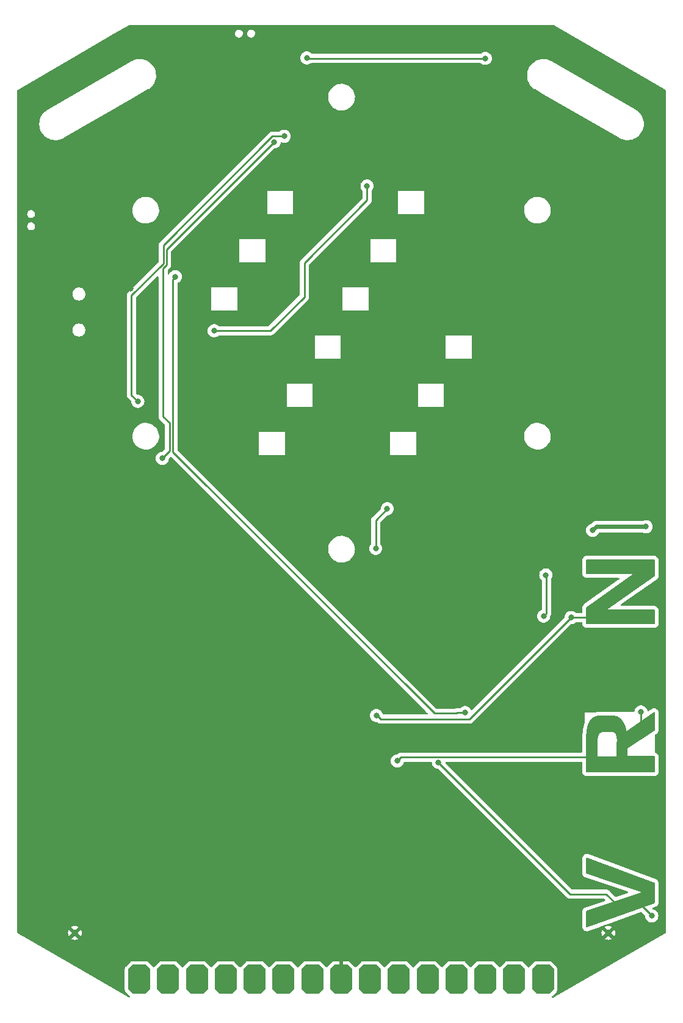
<source format=gbr>
%TF.GenerationSoftware,KiCad,Pcbnew,(7.0.0-0)*%
%TF.CreationDate,2023-03-26T20:27:34-07:00*%
%TF.ProjectId,voron_badge,766f726f-6e5f-4626-9164-67652e6b6963,rev?*%
%TF.SameCoordinates,Original*%
%TF.FileFunction,Copper,L1,Top*%
%TF.FilePolarity,Positive*%
%FSLAX46Y46*%
G04 Gerber Fmt 4.6, Leading zero omitted, Abs format (unit mm)*
G04 Created by KiCad (PCBNEW (7.0.0-0)) date 2023-03-26 20:27:34*
%MOMM*%
%LPD*%
G01*
G04 APERTURE LIST*
G04 Aperture macros list*
%AMOutline5P*
0 Free polygon, 5 corners , with rotation*
0 The origin of the aperture is its center*
0 number of corners: always 5*
0 $1 to $10 corner X, Y*
0 $11 Rotation angle, in degrees counterclockwise*
0 create outline with 5 corners*
4,1,5,$1,$2,$3,$4,$5,$6,$7,$8,$9,$10,$1,$2,$11*%
%AMOutline6P*
0 Free polygon, 6 corners , with rotation*
0 The origin of the aperture is its center*
0 number of corners: always 6*
0 $1 to $12 corner X, Y*
0 $13 Rotation angle, in degrees counterclockwise*
0 create outline with 6 corners*
4,1,6,$1,$2,$3,$4,$5,$6,$7,$8,$9,$10,$11,$12,$1,$2,$13*%
%AMOutline7P*
0 Free polygon, 7 corners , with rotation*
0 The origin of the aperture is its center*
0 number of corners: always 7*
0 $1 to $14 corner X, Y*
0 $15 Rotation angle, in degrees counterclockwise*
0 create outline with 7 corners*
4,1,7,$1,$2,$3,$4,$5,$6,$7,$8,$9,$10,$11,$12,$13,$14,$1,$2,$15*%
%AMOutline8P*
0 Free polygon, 8 corners , with rotation*
0 The origin of the aperture is its center*
0 number of corners: always 8*
0 $1 to $16 corner X, Y*
0 $17 Rotation angle, in degrees counterclockwise*
0 create outline with 8 corners*
4,1,8,$1,$2,$3,$4,$5,$6,$7,$8,$9,$10,$11,$12,$13,$14,$15,$16,$1,$2,$17*%
G04 Aperture macros list end*
%TA.AperFunction,ConnectorPad*%
%ADD10Outline8P,-1.500000X1.400000X-0.900000X2.000000X0.900000X2.000000X1.500000X1.400000X1.500000X-1.400000X0.900000X-2.000000X-0.900000X-2.000000X-1.500000X-1.400000X0.000000*%
%TD*%
%TA.AperFunction,ComponentPad*%
%ADD11C,0.900000*%
%TD*%
%TA.AperFunction,ViaPad*%
%ADD12C,0.800000*%
%TD*%
%TA.AperFunction,Conductor*%
%ADD13C,0.250000*%
%TD*%
%TA.AperFunction,Conductor*%
%ADD14C,0.600000*%
%TD*%
G04 APERTURE END LIST*
D10*
%TO.P,J4,1,Pin_1*%
%TO.N,SELF_S0*%
X133399999Y-156799999D03*
%TO.P,J4,2,Pin_2*%
%TO.N,SELF_S1*%
X137399999Y-156799999D03*
%TO.P,J4,3,Pin_3*%
%TO.N,SELF_S2*%
X141399999Y-156799999D03*
%TO.P,J4,4,Pin_4*%
%TO.N,SELF_S3*%
X145399999Y-156799999D03*
%TO.P,J4,5,Pin_5*%
%TO.N,SELF_S4*%
X149399999Y-156799999D03*
%TO.P,J4,6,Pin_6*%
%TO.N,SELF_S5*%
X153399999Y-156799999D03*
%TO.P,J4,7,Pin_7*%
%TO.N,SELF_S6*%
X157399999Y-156799999D03*
%TO.P,J4,8,Pin_8*%
%TO.N,GND*%
X161399999Y-156799999D03*
%TO.P,J4,9,Pin_9*%
%TO.N,BADGE_S6*%
X165399999Y-156799999D03*
%TO.P,J4,10,Pin_10*%
%TO.N,BADGE_S5*%
X169399999Y-156799999D03*
%TO.P,J4,11,Pin_11*%
%TO.N,BADGE_S4*%
X173399999Y-156799999D03*
%TO.P,J4,12,Pin_12*%
%TO.N,BADGE_S3*%
X177399999Y-156799999D03*
%TO.P,J4,13,Pin_13*%
%TO.N,BADGE_S2*%
X181399999Y-156799999D03*
%TO.P,J4,14,Pin_14*%
%TO.N,BADGE_S1*%
X185399999Y-156799999D03*
%TO.P,J4,15,Pin_15*%
%TO.N,BADGE_S0*%
X189399999Y-156799999D03*
%TD*%
D11*
%TO.P,H2,1,1*%
%TO.N,GND*%
X124468071Y-150373133D03*
%TD*%
%TO.P,H1,1,1*%
%TO.N,GND*%
X198468071Y-150373133D03*
%TD*%
D12*
%TO.N,GND*%
X141300000Y-55800000D03*
X143400000Y-82300000D03*
X146900000Y-75100000D03*
X190300000Y-63900000D03*
X177200000Y-43100000D03*
X192300000Y-130800000D03*
X133900000Y-69000000D03*
X186100000Y-111200000D03*
X200500000Y-108900000D03*
X159200000Y-57100000D03*
X122000000Y-81500000D03*
X196500000Y-108600000D03*
X156400000Y-95700000D03*
X140200000Y-69800000D03*
X185300000Y-27800000D03*
X140400000Y-47000000D03*
X175100000Y-109300000D03*
X151700000Y-28300000D03*
X132200000Y-60900000D03*
X162800000Y-90300000D03*
X201000000Y-43600000D03*
X133800000Y-41000000D03*
X203600000Y-103700000D03*
X164600000Y-74100000D03*
X158000000Y-41300000D03*
X190900000Y-118000000D03*
X180800000Y-84000000D03*
X122100000Y-64300000D03*
X161400000Y-157200000D03*
X175800000Y-62600000D03*
%TO.N,/logo_mid_out*%
X143800000Y-66800000D03*
X165000000Y-46700000D03*
%TO.N,BADGE_S6*%
X165300000Y-157200000D03*
%TO.N,BADGE_S5*%
X169300000Y-157200000D03*
%TO.N,BADGE_S4*%
X173400000Y-157200000D03*
%TO.N,BADGE_S3*%
X177400000Y-157300000D03*
%TO.N,BADGE_S2*%
X181400000Y-157300000D03*
%TO.N,BADGE_S1*%
X185400000Y-157400000D03*
%TO.N,BADGE_S0*%
X189400000Y-157400000D03*
%TO.N,Net-(U4-VIN)*%
X196300000Y-94500000D03*
X203700000Y-94000000D03*
%TO.N,SELF_S6*%
X157400000Y-157200000D03*
%TO.N,SELF_S5*%
X153300000Y-157100000D03*
%TO.N,SELF_S4*%
X149400000Y-157200000D03*
%TO.N,SELF_S3*%
X145400000Y-157200000D03*
%TO.N,SELF_S2*%
X141400000Y-157200000D03*
%TO.N,SELF_S1*%
X137400000Y-157200000D03*
%TO.N,SELF_S0*%
X133400000Y-157200000D03*
%TO.N,+5V*%
X189500000Y-106400000D03*
X189800000Y-100700000D03*
%TO.N,/led_on*%
X153500000Y-39800000D03*
X181400000Y-29000000D03*
X133200000Y-76600000D03*
X156646250Y-28946250D03*
%TO.N,/sw_press*%
X152100000Y-40600000D03*
X136600000Y-84500000D03*
%TO.N,/RESET*%
X138400000Y-59300000D03*
X178600000Y-119800000D03*
%TO.N,/pixels_sig*%
X166200000Y-97000000D03*
X167800000Y-91500000D03*
%TO.N,/pad_V*%
X204500000Y-148000000D03*
X174900000Y-126700000D03*
%TO.N,/pad_R*%
X203000000Y-119700000D03*
X169200000Y-126500000D03*
%TO.N,/pad_N*%
X193300000Y-106600000D03*
X166300000Y-120200000D03*
%TD*%
D13*
%TO.N,/logo_mid_out*%
X165000000Y-46700000D02*
X165000000Y-48700000D01*
X156300000Y-57400000D02*
X156300000Y-62100000D01*
X151600000Y-66800000D02*
X143800000Y-66800000D01*
X156300000Y-62100000D02*
X151600000Y-66800000D01*
X165000000Y-48700000D02*
X156300000Y-57400000D01*
D14*
%TO.N,Net-(U4-VIN)*%
X203700000Y-94000000D02*
X196800000Y-94000000D01*
X196800000Y-94000000D02*
X196300000Y-94500000D01*
D13*
%TO.N,+5V*%
X189500000Y-106400000D02*
X189900000Y-106000000D01*
X189900000Y-100800000D02*
X189800000Y-100700000D01*
X189900000Y-106000000D02*
X189900000Y-100800000D01*
%TO.N,/led_on*%
X136737701Y-54937701D02*
X151875402Y-39800000D01*
X133200000Y-76600000D02*
X132323198Y-75723198D01*
X156700000Y-29000000D02*
X156646250Y-28946250D01*
X181400000Y-29000000D02*
X156700000Y-29000000D01*
X132323198Y-61876802D02*
X136737701Y-57462299D01*
X132323198Y-75723198D02*
X132323198Y-61876802D01*
X151875402Y-39800000D02*
X153500000Y-39800000D01*
X136737701Y-57462299D02*
X136737701Y-54937701D01*
%TO.N,/sw_press*%
X137187202Y-57648488D02*
X137187202Y-55512798D01*
X137187202Y-55512798D02*
X152100000Y-40600000D01*
X136700000Y-58135690D02*
X137187202Y-57648488D01*
X136700000Y-78700000D02*
X136700000Y-58135690D01*
X136600000Y-84500000D02*
X137600000Y-83500000D01*
X137600000Y-83500000D02*
X137600000Y-79600000D01*
X137600000Y-79600000D02*
X136700000Y-78700000D01*
%TO.N,/RESET*%
X138049501Y-59650499D02*
X138049501Y-83613811D01*
X138049501Y-83613811D02*
X174335690Y-119900000D01*
X138400000Y-59300000D02*
X138049501Y-59650499D01*
X178600000Y-119800000D02*
X177500000Y-119800000D01*
X174335690Y-119900000D02*
X177400000Y-119900000D01*
X177500000Y-119800000D02*
X177400000Y-119900000D01*
%TO.N,/pixels_sig*%
X166200000Y-97000000D02*
X166200000Y-93100000D01*
X166200000Y-93100000D02*
X167800000Y-91500000D01*
%TO.N,/pad_V*%
X202900000Y-146400000D02*
X199600000Y-146400000D01*
X174900000Y-126700000D02*
X193200000Y-145000000D01*
X204500000Y-148000000D02*
X202900000Y-146400000D01*
X199600000Y-146400000D02*
X198200000Y-145000000D01*
X198200000Y-145000000D02*
X193200000Y-145000000D01*
%TO.N,/pad_R*%
X199575000Y-125975000D02*
X169725000Y-125975000D01*
X200300000Y-124300000D02*
X200300000Y-126700000D01*
X203000000Y-119700000D02*
X203000000Y-121600000D01*
X200300000Y-126700000D02*
X199575000Y-125975000D01*
X203000000Y-121600000D02*
X200300000Y-124300000D01*
X169725000Y-125975000D02*
X169200000Y-126500000D01*
%TO.N,/pad_N*%
X166400000Y-120200000D02*
X166300000Y-120200000D01*
X193300000Y-106600000D02*
X196000000Y-106600000D01*
X179200000Y-120700000D02*
X166900000Y-120700000D01*
X166900000Y-120700000D02*
X166400000Y-120200000D01*
X193300000Y-106600000D02*
X179200000Y-120700000D01*
%TD*%
%TA.AperFunction,Conductor*%
%TO.N,/pad_V*%
G36*
X195528166Y-139934924D02*
G01*
X204840441Y-143371191D01*
X204882874Y-143397582D01*
X204911445Y-143438579D01*
X204921514Y-143487524D01*
X204921514Y-146136313D01*
X204911339Y-146185506D01*
X204882483Y-146226625D01*
X204839683Y-146252923D01*
X195527408Y-149620454D01*
X195468863Y-149626758D01*
X195414010Y-149605345D01*
X195375220Y-149561044D01*
X195361239Y-149503844D01*
X195361239Y-147441321D01*
X195371786Y-147391277D01*
X195401633Y-147349746D01*
X195445700Y-147323793D01*
X203016515Y-144776941D01*
X203016515Y-144706374D01*
X203004264Y-144702252D01*
X203004263Y-144702252D01*
X198812474Y-143292117D01*
X195445700Y-142159521D01*
X195401633Y-142133569D01*
X195371786Y-142092038D01*
X195361239Y-142041994D01*
X195361239Y-140051257D01*
X195375313Y-139993878D01*
X195414341Y-139949525D01*
X195469463Y-139928265D01*
X195528166Y-139934924D01*
G37*
%TD.AperFunction*%
%TD*%
%TA.AperFunction,Conductor*%
%TO.N,GND*%
G36*
X190908253Y-24390245D02*
G01*
X206335888Y-33297395D01*
X206405571Y-33337626D01*
X206450958Y-33383013D01*
X206467571Y-33445013D01*
X206467571Y-150301253D01*
X206450958Y-150363253D01*
X206405571Y-150408639D01*
X190908254Y-159356020D01*
X190846254Y-159372633D01*
X190745857Y-159372633D01*
X190689562Y-159359118D01*
X190645539Y-159321518D01*
X190623384Y-159268031D01*
X190627926Y-159210315D01*
X190658176Y-159160952D01*
X190707003Y-159112125D01*
X191289002Y-158530126D01*
X191341814Y-158462140D01*
X191397771Y-158327048D01*
X191408500Y-158241630D01*
X191408501Y-155358375D01*
X191397771Y-155272952D01*
X191341814Y-155137860D01*
X191334895Y-155128953D01*
X191291380Y-155072936D01*
X191291375Y-155072931D01*
X191288997Y-155069869D01*
X190630126Y-154410998D01*
X190595628Y-154384199D01*
X190568702Y-154363283D01*
X190568699Y-154363281D01*
X190562140Y-154358186D01*
X190510504Y-154336797D01*
X190434729Y-154305410D01*
X190434725Y-154305408D01*
X190427048Y-154302229D01*
X190418801Y-154301193D01*
X190418797Y-154301192D01*
X190345478Y-154291983D01*
X190345472Y-154291982D01*
X190341630Y-154291500D01*
X190337768Y-154291499D01*
X190337753Y-154291499D01*
X188462251Y-154291499D01*
X188462250Y-154291499D01*
X188458375Y-154291499D01*
X188454532Y-154291981D01*
X188454527Y-154291982D01*
X188381202Y-154301192D01*
X188381196Y-154301193D01*
X188372952Y-154302229D01*
X188365276Y-154305408D01*
X188365270Y-154305410D01*
X188245541Y-154355004D01*
X188245538Y-154355005D01*
X188237860Y-154358186D01*
X188231300Y-154363281D01*
X188231293Y-154363286D01*
X188172936Y-154408619D01*
X188172921Y-154408631D01*
X188169869Y-154411003D01*
X188167129Y-154413742D01*
X188167121Y-154413750D01*
X187513736Y-155067135D01*
X187513728Y-155067143D01*
X187510998Y-155069874D01*
X187508632Y-155072918D01*
X187508622Y-155072931D01*
X187497922Y-155086706D01*
X187454510Y-155122009D01*
X187399997Y-155134633D01*
X187345486Y-155122008D01*
X187302074Y-155086703D01*
X187291380Y-155072936D01*
X187291375Y-155072931D01*
X187288997Y-155069869D01*
X186630126Y-154410998D01*
X186595628Y-154384199D01*
X186568702Y-154363283D01*
X186568699Y-154363281D01*
X186562140Y-154358186D01*
X186510504Y-154336797D01*
X186434729Y-154305410D01*
X186434725Y-154305408D01*
X186427048Y-154302229D01*
X186418801Y-154301193D01*
X186418797Y-154301192D01*
X186345478Y-154291983D01*
X186345472Y-154291982D01*
X186341630Y-154291500D01*
X186337768Y-154291499D01*
X186337753Y-154291499D01*
X184462251Y-154291499D01*
X184462250Y-154291499D01*
X184458375Y-154291499D01*
X184454532Y-154291981D01*
X184454527Y-154291982D01*
X184381202Y-154301192D01*
X184381196Y-154301193D01*
X184372952Y-154302229D01*
X184365276Y-154305408D01*
X184365270Y-154305410D01*
X184245541Y-154355004D01*
X184245538Y-154355005D01*
X184237860Y-154358186D01*
X184231300Y-154363281D01*
X184231293Y-154363286D01*
X184172936Y-154408619D01*
X184172921Y-154408631D01*
X184169869Y-154411003D01*
X184167129Y-154413742D01*
X184167121Y-154413750D01*
X183513736Y-155067135D01*
X183513728Y-155067143D01*
X183510998Y-155069874D01*
X183508632Y-155072918D01*
X183508622Y-155072931D01*
X183497922Y-155086706D01*
X183454510Y-155122009D01*
X183399997Y-155134633D01*
X183345486Y-155122008D01*
X183302074Y-155086703D01*
X183291380Y-155072936D01*
X183291375Y-155072931D01*
X183288997Y-155069869D01*
X182630126Y-154410998D01*
X182595628Y-154384199D01*
X182568702Y-154363283D01*
X182568699Y-154363281D01*
X182562140Y-154358186D01*
X182510504Y-154336797D01*
X182434729Y-154305410D01*
X182434725Y-154305408D01*
X182427048Y-154302229D01*
X182418801Y-154301193D01*
X182418797Y-154301192D01*
X182345478Y-154291983D01*
X182345472Y-154291982D01*
X182341630Y-154291500D01*
X182337768Y-154291499D01*
X182337753Y-154291499D01*
X180462251Y-154291499D01*
X180462250Y-154291499D01*
X180458375Y-154291499D01*
X180454532Y-154291981D01*
X180454527Y-154291982D01*
X180381202Y-154301192D01*
X180381196Y-154301193D01*
X180372952Y-154302229D01*
X180365276Y-154305408D01*
X180365270Y-154305410D01*
X180245541Y-154355004D01*
X180245538Y-154355005D01*
X180237860Y-154358186D01*
X180231300Y-154363281D01*
X180231293Y-154363286D01*
X180172936Y-154408619D01*
X180172921Y-154408631D01*
X180169869Y-154411003D01*
X180167129Y-154413742D01*
X180167121Y-154413750D01*
X179513736Y-155067135D01*
X179513728Y-155067143D01*
X179510998Y-155069874D01*
X179508632Y-155072918D01*
X179508622Y-155072931D01*
X179497922Y-155086706D01*
X179454510Y-155122009D01*
X179399997Y-155134633D01*
X179345486Y-155122008D01*
X179302074Y-155086703D01*
X179291380Y-155072936D01*
X179291375Y-155072931D01*
X179288997Y-155069869D01*
X178630126Y-154410998D01*
X178595628Y-154384199D01*
X178568702Y-154363283D01*
X178568699Y-154363281D01*
X178562140Y-154358186D01*
X178510504Y-154336797D01*
X178434729Y-154305410D01*
X178434725Y-154305408D01*
X178427048Y-154302229D01*
X178418801Y-154301193D01*
X178418797Y-154301192D01*
X178345478Y-154291983D01*
X178345472Y-154291982D01*
X178341630Y-154291500D01*
X178337768Y-154291499D01*
X178337753Y-154291499D01*
X176462251Y-154291499D01*
X176462250Y-154291499D01*
X176458375Y-154291499D01*
X176454532Y-154291981D01*
X176454527Y-154291982D01*
X176381202Y-154301192D01*
X176381196Y-154301193D01*
X176372952Y-154302229D01*
X176365276Y-154305408D01*
X176365270Y-154305410D01*
X176245541Y-154355004D01*
X176245538Y-154355005D01*
X176237860Y-154358186D01*
X176231300Y-154363281D01*
X176231293Y-154363286D01*
X176172936Y-154408619D01*
X176172921Y-154408631D01*
X176169869Y-154411003D01*
X176167129Y-154413742D01*
X176167121Y-154413750D01*
X175513736Y-155067135D01*
X175513728Y-155067143D01*
X175510998Y-155069874D01*
X175508632Y-155072918D01*
X175508622Y-155072931D01*
X175497922Y-155086706D01*
X175454510Y-155122009D01*
X175399997Y-155134633D01*
X175345486Y-155122008D01*
X175302074Y-155086703D01*
X175291380Y-155072936D01*
X175291375Y-155072931D01*
X175288997Y-155069869D01*
X174630126Y-154410998D01*
X174595628Y-154384199D01*
X174568702Y-154363283D01*
X174568699Y-154363281D01*
X174562140Y-154358186D01*
X174510504Y-154336797D01*
X174434729Y-154305410D01*
X174434725Y-154305408D01*
X174427048Y-154302229D01*
X174418801Y-154301193D01*
X174418797Y-154301192D01*
X174345478Y-154291983D01*
X174345472Y-154291982D01*
X174341630Y-154291500D01*
X174337768Y-154291499D01*
X174337753Y-154291499D01*
X172462251Y-154291499D01*
X172462250Y-154291499D01*
X172458375Y-154291499D01*
X172454532Y-154291981D01*
X172454527Y-154291982D01*
X172381202Y-154301192D01*
X172381196Y-154301193D01*
X172372952Y-154302229D01*
X172365276Y-154305408D01*
X172365270Y-154305410D01*
X172245541Y-154355004D01*
X172245538Y-154355005D01*
X172237860Y-154358186D01*
X172231300Y-154363281D01*
X172231293Y-154363286D01*
X172172936Y-154408619D01*
X172172921Y-154408631D01*
X172169869Y-154411003D01*
X172167129Y-154413742D01*
X172167121Y-154413750D01*
X171513736Y-155067135D01*
X171513728Y-155067143D01*
X171510998Y-155069874D01*
X171508632Y-155072918D01*
X171508622Y-155072931D01*
X171497922Y-155086706D01*
X171454510Y-155122009D01*
X171399997Y-155134633D01*
X171345486Y-155122008D01*
X171302074Y-155086703D01*
X171291380Y-155072936D01*
X171291375Y-155072931D01*
X171288997Y-155069869D01*
X170630126Y-154410998D01*
X170595628Y-154384199D01*
X170568702Y-154363283D01*
X170568699Y-154363281D01*
X170562140Y-154358186D01*
X170510504Y-154336797D01*
X170434729Y-154305410D01*
X170434725Y-154305408D01*
X170427048Y-154302229D01*
X170418801Y-154301193D01*
X170418797Y-154301192D01*
X170345478Y-154291983D01*
X170345472Y-154291982D01*
X170341630Y-154291500D01*
X170337768Y-154291499D01*
X170337753Y-154291499D01*
X168462251Y-154291499D01*
X168462250Y-154291499D01*
X168458375Y-154291499D01*
X168454532Y-154291981D01*
X168454527Y-154291982D01*
X168381202Y-154301192D01*
X168381196Y-154301193D01*
X168372952Y-154302229D01*
X168365276Y-154305408D01*
X168365270Y-154305410D01*
X168245541Y-154355004D01*
X168245538Y-154355005D01*
X168237860Y-154358186D01*
X168231300Y-154363281D01*
X168231293Y-154363286D01*
X168172936Y-154408619D01*
X168172921Y-154408631D01*
X168169869Y-154411003D01*
X168167129Y-154413742D01*
X168167121Y-154413750D01*
X167513736Y-155067135D01*
X167513728Y-155067143D01*
X167510998Y-155069874D01*
X167508632Y-155072918D01*
X167508622Y-155072931D01*
X167497922Y-155086706D01*
X167454510Y-155122009D01*
X167399997Y-155134633D01*
X167345486Y-155122008D01*
X167302074Y-155086703D01*
X167291380Y-155072936D01*
X167291375Y-155072931D01*
X167288997Y-155069869D01*
X166630126Y-154410998D01*
X166595628Y-154384199D01*
X166568702Y-154363283D01*
X166568699Y-154363281D01*
X166562140Y-154358186D01*
X166510504Y-154336797D01*
X166434729Y-154305410D01*
X166434725Y-154305408D01*
X166427048Y-154302229D01*
X166418801Y-154301193D01*
X166418797Y-154301192D01*
X166345478Y-154291983D01*
X166345472Y-154291982D01*
X166341630Y-154291500D01*
X166337768Y-154291499D01*
X166337753Y-154291499D01*
X164462251Y-154291499D01*
X164462250Y-154291499D01*
X164458375Y-154291499D01*
X164454532Y-154291981D01*
X164454527Y-154291982D01*
X164381202Y-154301192D01*
X164381196Y-154301193D01*
X164372952Y-154302229D01*
X164365276Y-154305408D01*
X164365270Y-154305410D01*
X164245541Y-154355004D01*
X164245538Y-154355005D01*
X164237860Y-154358186D01*
X164231300Y-154363281D01*
X164231293Y-154363286D01*
X164172936Y-154408619D01*
X164172921Y-154408631D01*
X164169869Y-154411003D01*
X164167129Y-154413742D01*
X164167121Y-154413750D01*
X163513736Y-155067135D01*
X163513728Y-155067143D01*
X163510998Y-155069874D01*
X163508629Y-155072922D01*
X163508618Y-155072936D01*
X163492529Y-155093648D01*
X163449116Y-155128953D01*
X163394603Y-155141577D01*
X163340090Y-155128951D01*
X163296679Y-155093645D01*
X163284887Y-155078464D01*
X163279760Y-155072654D01*
X162627345Y-154420239D01*
X162621546Y-154415123D01*
X162564322Y-154370669D01*
X162550079Y-154362390D01*
X162432605Y-154313730D01*
X162416675Y-154309512D01*
X162344787Y-154300483D01*
X162337061Y-154300000D01*
X161666326Y-154300000D01*
X161653450Y-154303450D01*
X161650000Y-154316326D01*
X161650000Y-156926000D01*
X161633387Y-156988000D01*
X161588000Y-157033387D01*
X161526000Y-157050000D01*
X161274000Y-157050000D01*
X161212000Y-157033387D01*
X161166613Y-156988000D01*
X161150000Y-156926000D01*
X161150000Y-154316326D01*
X161146549Y-154303450D01*
X161133674Y-154300000D01*
X160462933Y-154300000D01*
X160455212Y-154300483D01*
X160383320Y-154309514D01*
X160367397Y-154313730D01*
X160249925Y-154362388D01*
X160235674Y-154370671D01*
X160178453Y-154415123D01*
X160172654Y-154420239D01*
X159520239Y-155072654D01*
X159515113Y-155078463D01*
X159503314Y-155093652D01*
X159459901Y-155128954D01*
X159405389Y-155141577D01*
X159350878Y-155128951D01*
X159307470Y-155093649D01*
X159288997Y-155069869D01*
X158630126Y-154410998D01*
X158595628Y-154384199D01*
X158568702Y-154363283D01*
X158568699Y-154363281D01*
X158562140Y-154358186D01*
X158510504Y-154336797D01*
X158434729Y-154305410D01*
X158434725Y-154305408D01*
X158427048Y-154302229D01*
X158418801Y-154301193D01*
X158418797Y-154301192D01*
X158345478Y-154291983D01*
X158345472Y-154291982D01*
X158341630Y-154291500D01*
X158337768Y-154291499D01*
X158337753Y-154291499D01*
X156462251Y-154291499D01*
X156462250Y-154291499D01*
X156458375Y-154291499D01*
X156454532Y-154291981D01*
X156454527Y-154291982D01*
X156381202Y-154301192D01*
X156381196Y-154301193D01*
X156372952Y-154302229D01*
X156365276Y-154305408D01*
X156365270Y-154305410D01*
X156245541Y-154355004D01*
X156245538Y-154355005D01*
X156237860Y-154358186D01*
X156231300Y-154363281D01*
X156231293Y-154363286D01*
X156172936Y-154408619D01*
X156172921Y-154408631D01*
X156169869Y-154411003D01*
X156167129Y-154413742D01*
X156167121Y-154413750D01*
X155513736Y-155067135D01*
X155513728Y-155067143D01*
X155510998Y-155069874D01*
X155508632Y-155072918D01*
X155508622Y-155072931D01*
X155497922Y-155086706D01*
X155454510Y-155122009D01*
X155399997Y-155134633D01*
X155345486Y-155122008D01*
X155302074Y-155086703D01*
X155291380Y-155072936D01*
X155291375Y-155072931D01*
X155288997Y-155069869D01*
X154630126Y-154410998D01*
X154595628Y-154384199D01*
X154568702Y-154363283D01*
X154568699Y-154363281D01*
X154562140Y-154358186D01*
X154510504Y-154336797D01*
X154434729Y-154305410D01*
X154434725Y-154305408D01*
X154427048Y-154302229D01*
X154418801Y-154301193D01*
X154418797Y-154301192D01*
X154345478Y-154291983D01*
X154345472Y-154291982D01*
X154341630Y-154291500D01*
X154337768Y-154291499D01*
X154337753Y-154291499D01*
X152462251Y-154291499D01*
X152462250Y-154291499D01*
X152458375Y-154291499D01*
X152454532Y-154291981D01*
X152454527Y-154291982D01*
X152381202Y-154301192D01*
X152381196Y-154301193D01*
X152372952Y-154302229D01*
X152365276Y-154305408D01*
X152365270Y-154305410D01*
X152245541Y-154355004D01*
X152245538Y-154355005D01*
X152237860Y-154358186D01*
X152231300Y-154363281D01*
X152231293Y-154363286D01*
X152172936Y-154408619D01*
X152172921Y-154408631D01*
X152169869Y-154411003D01*
X152167129Y-154413742D01*
X152167121Y-154413750D01*
X151513736Y-155067135D01*
X151513728Y-155067143D01*
X151510998Y-155069874D01*
X151508632Y-155072918D01*
X151508622Y-155072931D01*
X151497922Y-155086706D01*
X151454510Y-155122009D01*
X151399997Y-155134633D01*
X151345486Y-155122008D01*
X151302074Y-155086703D01*
X151291380Y-155072936D01*
X151291375Y-155072931D01*
X151288997Y-155069869D01*
X150630126Y-154410998D01*
X150595628Y-154384199D01*
X150568702Y-154363283D01*
X150568699Y-154363281D01*
X150562140Y-154358186D01*
X150510504Y-154336797D01*
X150434729Y-154305410D01*
X150434725Y-154305408D01*
X150427048Y-154302229D01*
X150418801Y-154301193D01*
X150418797Y-154301192D01*
X150345478Y-154291983D01*
X150345472Y-154291982D01*
X150341630Y-154291500D01*
X150337768Y-154291499D01*
X150337753Y-154291499D01*
X148462251Y-154291499D01*
X148462250Y-154291499D01*
X148458375Y-154291499D01*
X148454532Y-154291981D01*
X148454527Y-154291982D01*
X148381202Y-154301192D01*
X148381196Y-154301193D01*
X148372952Y-154302229D01*
X148365276Y-154305408D01*
X148365270Y-154305410D01*
X148245541Y-154355004D01*
X148245538Y-154355005D01*
X148237860Y-154358186D01*
X148231300Y-154363281D01*
X148231293Y-154363286D01*
X148172936Y-154408619D01*
X148172921Y-154408631D01*
X148169869Y-154411003D01*
X148167129Y-154413742D01*
X148167121Y-154413750D01*
X147513736Y-155067135D01*
X147513728Y-155067143D01*
X147510998Y-155069874D01*
X147508632Y-155072918D01*
X147508622Y-155072931D01*
X147497922Y-155086706D01*
X147454510Y-155122009D01*
X147399997Y-155134633D01*
X147345486Y-155122008D01*
X147302074Y-155086703D01*
X147291380Y-155072936D01*
X147291375Y-155072931D01*
X147288997Y-155069869D01*
X146630126Y-154410998D01*
X146595628Y-154384199D01*
X146568702Y-154363283D01*
X146568699Y-154363281D01*
X146562140Y-154358186D01*
X146510504Y-154336797D01*
X146434729Y-154305410D01*
X146434725Y-154305408D01*
X146427048Y-154302229D01*
X146418801Y-154301193D01*
X146418797Y-154301192D01*
X146345478Y-154291983D01*
X146345472Y-154291982D01*
X146341630Y-154291500D01*
X146337768Y-154291499D01*
X146337753Y-154291499D01*
X144462251Y-154291499D01*
X144462250Y-154291499D01*
X144458375Y-154291499D01*
X144454532Y-154291981D01*
X144454527Y-154291982D01*
X144381202Y-154301192D01*
X144381196Y-154301193D01*
X144372952Y-154302229D01*
X144365276Y-154305408D01*
X144365270Y-154305410D01*
X144245541Y-154355004D01*
X144245538Y-154355005D01*
X144237860Y-154358186D01*
X144231300Y-154363281D01*
X144231293Y-154363286D01*
X144172936Y-154408619D01*
X144172921Y-154408631D01*
X144169869Y-154411003D01*
X144167129Y-154413742D01*
X144167121Y-154413750D01*
X143513736Y-155067135D01*
X143513728Y-155067143D01*
X143510998Y-155069874D01*
X143508632Y-155072918D01*
X143508622Y-155072931D01*
X143497922Y-155086706D01*
X143454510Y-155122009D01*
X143399997Y-155134633D01*
X143345486Y-155122008D01*
X143302074Y-155086703D01*
X143291380Y-155072936D01*
X143291375Y-155072931D01*
X143288997Y-155069869D01*
X142630126Y-154410998D01*
X142595628Y-154384199D01*
X142568702Y-154363283D01*
X142568699Y-154363281D01*
X142562140Y-154358186D01*
X142510504Y-154336797D01*
X142434729Y-154305410D01*
X142434725Y-154305408D01*
X142427048Y-154302229D01*
X142418801Y-154301193D01*
X142418797Y-154301192D01*
X142345478Y-154291983D01*
X142345472Y-154291982D01*
X142341630Y-154291500D01*
X142337768Y-154291499D01*
X142337753Y-154291499D01*
X140462251Y-154291499D01*
X140462250Y-154291499D01*
X140458375Y-154291499D01*
X140454532Y-154291981D01*
X140454527Y-154291982D01*
X140381202Y-154301192D01*
X140381196Y-154301193D01*
X140372952Y-154302229D01*
X140365276Y-154305408D01*
X140365270Y-154305410D01*
X140245541Y-154355004D01*
X140245538Y-154355005D01*
X140237860Y-154358186D01*
X140231300Y-154363281D01*
X140231293Y-154363286D01*
X140172936Y-154408619D01*
X140172921Y-154408631D01*
X140169869Y-154411003D01*
X140167129Y-154413742D01*
X140167121Y-154413750D01*
X139513736Y-155067135D01*
X139513728Y-155067143D01*
X139510998Y-155069874D01*
X139508632Y-155072918D01*
X139508622Y-155072931D01*
X139497922Y-155086706D01*
X139454510Y-155122009D01*
X139399997Y-155134633D01*
X139345486Y-155122008D01*
X139302074Y-155086703D01*
X139291380Y-155072936D01*
X139291375Y-155072931D01*
X139288997Y-155069869D01*
X138630126Y-154410998D01*
X138595628Y-154384199D01*
X138568702Y-154363283D01*
X138568699Y-154363281D01*
X138562140Y-154358186D01*
X138510504Y-154336797D01*
X138434729Y-154305410D01*
X138434725Y-154305408D01*
X138427048Y-154302229D01*
X138418801Y-154301193D01*
X138418797Y-154301192D01*
X138345478Y-154291983D01*
X138345472Y-154291982D01*
X138341630Y-154291500D01*
X138337768Y-154291499D01*
X138337753Y-154291499D01*
X136462251Y-154291499D01*
X136462250Y-154291499D01*
X136458375Y-154291499D01*
X136454532Y-154291981D01*
X136454527Y-154291982D01*
X136381202Y-154301192D01*
X136381196Y-154301193D01*
X136372952Y-154302229D01*
X136365276Y-154305408D01*
X136365270Y-154305410D01*
X136245541Y-154355004D01*
X136245538Y-154355005D01*
X136237860Y-154358186D01*
X136231300Y-154363281D01*
X136231293Y-154363286D01*
X136172936Y-154408619D01*
X136172921Y-154408631D01*
X136169869Y-154411003D01*
X136167129Y-154413742D01*
X136167121Y-154413750D01*
X135513736Y-155067135D01*
X135513728Y-155067143D01*
X135510998Y-155069874D01*
X135508632Y-155072918D01*
X135508622Y-155072931D01*
X135497922Y-155086706D01*
X135454510Y-155122009D01*
X135399997Y-155134633D01*
X135345486Y-155122008D01*
X135302074Y-155086703D01*
X135291380Y-155072936D01*
X135291375Y-155072931D01*
X135288997Y-155069869D01*
X134630126Y-154410998D01*
X134595628Y-154384199D01*
X134568702Y-154363283D01*
X134568699Y-154363281D01*
X134562140Y-154358186D01*
X134510504Y-154336797D01*
X134434729Y-154305410D01*
X134434725Y-154305408D01*
X134427048Y-154302229D01*
X134418801Y-154301193D01*
X134418797Y-154301192D01*
X134345478Y-154291983D01*
X134345472Y-154291982D01*
X134341630Y-154291500D01*
X134337768Y-154291499D01*
X134337753Y-154291499D01*
X132462251Y-154291499D01*
X132462250Y-154291499D01*
X132458375Y-154291499D01*
X132454532Y-154291981D01*
X132454527Y-154291982D01*
X132381202Y-154301192D01*
X132381196Y-154301193D01*
X132372952Y-154302229D01*
X132365276Y-154305408D01*
X132365270Y-154305410D01*
X132245541Y-154355004D01*
X132245538Y-154355005D01*
X132237860Y-154358186D01*
X132231300Y-154363281D01*
X132231293Y-154363286D01*
X132172936Y-154408619D01*
X132172921Y-154408631D01*
X132169869Y-154411003D01*
X132167129Y-154413742D01*
X132167121Y-154413750D01*
X131513736Y-155067135D01*
X131513728Y-155067143D01*
X131510998Y-155069874D01*
X131508625Y-155072928D01*
X131508623Y-155072931D01*
X131463283Y-155131297D01*
X131463279Y-155131303D01*
X131458186Y-155137860D01*
X131455006Y-155145536D01*
X131455006Y-155145537D01*
X131405410Y-155265270D01*
X131405408Y-155265276D01*
X131402229Y-155272952D01*
X131401193Y-155281196D01*
X131401192Y-155281202D01*
X131391983Y-155354521D01*
X131391500Y-155358370D01*
X131391499Y-155362230D01*
X131391499Y-155362246D01*
X131391499Y-156926000D01*
X131391499Y-158241625D01*
X131391981Y-158245468D01*
X131391982Y-158245472D01*
X131401192Y-158318797D01*
X131401193Y-158318801D01*
X131402229Y-158327048D01*
X131405408Y-158334725D01*
X131405410Y-158334729D01*
X131455004Y-158454458D01*
X131458186Y-158462140D01*
X131463284Y-158468702D01*
X131463286Y-158468706D01*
X131508619Y-158527063D01*
X131508624Y-158527069D01*
X131511003Y-158530131D01*
X131513750Y-158532878D01*
X132092997Y-159112125D01*
X132123577Y-159162518D01*
X132127432Y-159221338D01*
X132103692Y-159275292D01*
X132057721Y-159312188D01*
X131999907Y-159323688D01*
X131943316Y-159307193D01*
X123458744Y-154408623D01*
X117897123Y-151197619D01*
X124000830Y-151197619D01*
X124009300Y-151205108D01*
X124097388Y-151252193D01*
X124108594Y-151256834D01*
X124276007Y-151307619D01*
X124287902Y-151309985D01*
X124462009Y-151327133D01*
X124474133Y-151327133D01*
X124648239Y-151309985D01*
X124660134Y-151307619D01*
X124827547Y-151256834D01*
X124838753Y-151252193D01*
X124926840Y-151205109D01*
X124935310Y-151197619D01*
X198000830Y-151197619D01*
X198009300Y-151205108D01*
X198097388Y-151252193D01*
X198108594Y-151256834D01*
X198276007Y-151307619D01*
X198287902Y-151309985D01*
X198462009Y-151327133D01*
X198474133Y-151327133D01*
X198648239Y-151309985D01*
X198660134Y-151307619D01*
X198827547Y-151256834D01*
X198838753Y-151252193D01*
X198926840Y-151205109D01*
X198935310Y-151197619D01*
X198929378Y-151187993D01*
X198479613Y-150738228D01*
X198468071Y-150731564D01*
X198456527Y-150738229D01*
X198006762Y-151187993D01*
X198000830Y-151197619D01*
X124935310Y-151197619D01*
X124929378Y-151187993D01*
X124479613Y-150738228D01*
X124468071Y-150731564D01*
X124456527Y-150738229D01*
X124006762Y-151187993D01*
X124000830Y-151197619D01*
X117897123Y-151197619D01*
X116530570Y-150408639D01*
X116501126Y-150379195D01*
X123514071Y-150379195D01*
X123531218Y-150553301D01*
X123533584Y-150565196D01*
X123584370Y-150732613D01*
X123589009Y-150743813D01*
X123636093Y-150831900D01*
X123643584Y-150840372D01*
X123653208Y-150834441D01*
X124102975Y-150384675D01*
X124109639Y-150373133D01*
X124826502Y-150373133D01*
X124833166Y-150384675D01*
X125282931Y-150834440D01*
X125292557Y-150840372D01*
X125300047Y-150831902D01*
X125347131Y-150743815D01*
X125351772Y-150732609D01*
X125402557Y-150565196D01*
X125404923Y-150553301D01*
X125422071Y-150379195D01*
X197514071Y-150379195D01*
X197531218Y-150553301D01*
X197533584Y-150565196D01*
X197584370Y-150732613D01*
X197589009Y-150743813D01*
X197636093Y-150831900D01*
X197643584Y-150840372D01*
X197653208Y-150834441D01*
X198102975Y-150384675D01*
X198109639Y-150373133D01*
X198826502Y-150373133D01*
X198833166Y-150384675D01*
X199282931Y-150834440D01*
X199292557Y-150840372D01*
X199300047Y-150831902D01*
X199347131Y-150743815D01*
X199351772Y-150732609D01*
X199402557Y-150565196D01*
X199404923Y-150553301D01*
X199422071Y-150379195D01*
X199422071Y-150367071D01*
X199404923Y-150192964D01*
X199402557Y-150181069D01*
X199351772Y-150013656D01*
X199347131Y-150002450D01*
X199300046Y-149914362D01*
X199292557Y-149905892D01*
X199282931Y-149911824D01*
X198833167Y-150361589D01*
X198826502Y-150373133D01*
X198109639Y-150373133D01*
X198102975Y-150361590D01*
X197653207Y-149911822D01*
X197643584Y-149905892D01*
X197636093Y-149914364D01*
X197589009Y-150002452D01*
X197584370Y-150013652D01*
X197533584Y-150181069D01*
X197531218Y-150192964D01*
X197514071Y-150367071D01*
X197514071Y-150379195D01*
X125422071Y-150379195D01*
X125422071Y-150367071D01*
X125404923Y-150192964D01*
X125402557Y-150181069D01*
X125351772Y-150013656D01*
X125347131Y-150002450D01*
X125300046Y-149914362D01*
X125292557Y-149905892D01*
X125282931Y-149911824D01*
X124833167Y-150361589D01*
X124826502Y-150373133D01*
X124109639Y-150373133D01*
X124102975Y-150361590D01*
X123653207Y-149911822D01*
X123643584Y-149905892D01*
X123636093Y-149914364D01*
X123589009Y-150002452D01*
X123584370Y-150013652D01*
X123533584Y-150181069D01*
X123531218Y-150192964D01*
X123514071Y-150367071D01*
X123514071Y-150379195D01*
X116501126Y-150379195D01*
X116485184Y-150363253D01*
X116468571Y-150301253D01*
X116468571Y-149548646D01*
X124000830Y-149548646D01*
X124006760Y-149558269D01*
X124456528Y-150008037D01*
X124468071Y-150014701D01*
X124479613Y-150008037D01*
X124929379Y-149558270D01*
X124935310Y-149548646D01*
X124926838Y-149541155D01*
X124838751Y-149494071D01*
X124827551Y-149489432D01*
X124660134Y-149438646D01*
X124648239Y-149436280D01*
X124474133Y-149419133D01*
X124462009Y-149419133D01*
X124287902Y-149436280D01*
X124276007Y-149438646D01*
X124108590Y-149489432D01*
X124097390Y-149494071D01*
X124009302Y-149541155D01*
X124000830Y-149548646D01*
X116468571Y-149548646D01*
X116468571Y-126500000D01*
X168286496Y-126500000D01*
X168287175Y-126506460D01*
X168305778Y-126683467D01*
X168305779Y-126683475D01*
X168306458Y-126689928D01*
X168308463Y-126696100D01*
X168308465Y-126696107D01*
X168348780Y-126820181D01*
X168365473Y-126871556D01*
X168368720Y-126877180D01*
X168368721Y-126877182D01*
X168379647Y-126896107D01*
X168460960Y-127036944D01*
X168588747Y-127178866D01*
X168593997Y-127182680D01*
X168594000Y-127182683D01*
X168660939Y-127231317D01*
X168743248Y-127291118D01*
X168917712Y-127368794D01*
X168924070Y-127370145D01*
X168924072Y-127370146D01*
X168942383Y-127374038D01*
X169104513Y-127408500D01*
X169288984Y-127408500D01*
X169295487Y-127408500D01*
X169482288Y-127368794D01*
X169656752Y-127291118D01*
X169811253Y-127178866D01*
X169939040Y-127036944D01*
X170034527Y-126871556D01*
X170092160Y-126694180D01*
X170117941Y-126649528D01*
X170159656Y-126619220D01*
X170210091Y-126608500D01*
X173865229Y-126608500D01*
X173923444Y-126623015D01*
X173968030Y-126663160D01*
X173988550Y-126719539D01*
X174005778Y-126883467D01*
X174005779Y-126883475D01*
X174006458Y-126889928D01*
X174008463Y-126896100D01*
X174008465Y-126896107D01*
X174055795Y-127041771D01*
X174065473Y-127071556D01*
X174068720Y-127077180D01*
X174068721Y-127077182D01*
X174127428Y-127178866D01*
X174160960Y-127236944D01*
X174288747Y-127378866D01*
X174293997Y-127382680D01*
X174294000Y-127382683D01*
X174436863Y-127486479D01*
X174443248Y-127491118D01*
X174617712Y-127568794D01*
X174624070Y-127570145D01*
X174624072Y-127570146D01*
X174660874Y-127577968D01*
X174804513Y-127608500D01*
X174861234Y-127608500D01*
X174908687Y-127617939D01*
X174948915Y-127644819D01*
X192696294Y-145392198D01*
X192703896Y-145400551D01*
X192708000Y-145407018D01*
X192713690Y-145412361D01*
X192757667Y-145453658D01*
X192760464Y-145456368D01*
X192780230Y-145476134D01*
X192783484Y-145478658D01*
X192792367Y-145486244D01*
X192824679Y-145516586D01*
X192831517Y-145520345D01*
X192842568Y-145526421D01*
X192858830Y-145537103D01*
X192868788Y-145544827D01*
X192868792Y-145544829D01*
X192874959Y-145549613D01*
X192882119Y-145552711D01*
X192882122Y-145552713D01*
X192915614Y-145567206D01*
X192926107Y-145572346D01*
X192964940Y-145593695D01*
X192984718Y-145598773D01*
X193003120Y-145605074D01*
X193012997Y-145609347D01*
X193021855Y-145613181D01*
X193065621Y-145620112D01*
X193077041Y-145622477D01*
X193119970Y-145633500D01*
X193140385Y-145633500D01*
X193159783Y-145635027D01*
X193179943Y-145638220D01*
X193218476Y-145634577D01*
X193224058Y-145634050D01*
X193235727Y-145633500D01*
X197886234Y-145633500D01*
X197933687Y-145642939D01*
X197973915Y-145669819D01*
X198028300Y-145724204D01*
X198059876Y-145777918D01*
X198061341Y-145840208D01*
X198032326Y-145895347D01*
X197980156Y-145929413D01*
X195285025Y-146836067D01*
X195285020Y-146836068D01*
X195281973Y-146837094D01*
X195279049Y-146838428D01*
X195279042Y-146838432D01*
X195188039Y-146879989D01*
X195188018Y-146879999D01*
X195185112Y-146881327D01*
X195182355Y-146882950D01*
X195182341Y-146882958D01*
X195143818Y-146905646D01*
X195143806Y-146905653D01*
X195141045Y-146907280D01*
X195138459Y-146909189D01*
X195138454Y-146909193D01*
X195060590Y-146966695D01*
X195060584Y-146966699D01*
X195055405Y-146970525D01*
X195051125Y-146975335D01*
X195051120Y-146975341D01*
X194986779Y-147047673D01*
X194986769Y-147047685D01*
X194984647Y-147050071D01*
X194982780Y-147052667D01*
X194982771Y-147052680D01*
X194956683Y-147088980D01*
X194956671Y-147088997D01*
X194954800Y-147091602D01*
X194953208Y-147094386D01*
X194953199Y-147094401D01*
X194905159Y-147178444D01*
X194905155Y-147178451D01*
X194901963Y-147184037D01*
X194899989Y-147190164D01*
X194899988Y-147190168D01*
X194870307Y-147282326D01*
X194870302Y-147282341D01*
X194869324Y-147285381D01*
X194868665Y-147288507D01*
X194868662Y-147288519D01*
X194859440Y-147332278D01*
X194858777Y-147335425D01*
X194858444Y-147338619D01*
X194858443Y-147338626D01*
X194848072Y-147438118D01*
X194848071Y-147438134D01*
X194847739Y-147441321D01*
X194847739Y-149503844D01*
X194848182Y-149507526D01*
X194848183Y-149507535D01*
X194854294Y-149558270D01*
X194862423Y-149625766D01*
X194863306Y-149629381D01*
X194863307Y-149629383D01*
X194875519Y-149679348D01*
X194875522Y-149679358D01*
X194876404Y-149682966D01*
X194877715Y-149686453D01*
X194916996Y-149790946D01*
X194916998Y-149790951D01*
X194919617Y-149797916D01*
X194988887Y-149899318D01*
X194991335Y-149902114D01*
X194991336Y-149902115D01*
X195002059Y-149914362D01*
X195027677Y-149943619D01*
X195030444Y-149946104D01*
X195113507Y-150020703D01*
X195113511Y-150020705D01*
X195119043Y-150025674D01*
X195227278Y-150083690D01*
X195282131Y-150105103D01*
X195401045Y-150135760D01*
X195523838Y-150137307D01*
X195582383Y-150131003D01*
X195702034Y-150103349D01*
X197235959Y-149548646D01*
X198000830Y-149548646D01*
X198006760Y-149558269D01*
X198456528Y-150008037D01*
X198468071Y-150014701D01*
X198479613Y-150008037D01*
X198929379Y-149558270D01*
X198935310Y-149548646D01*
X198926838Y-149541155D01*
X198838751Y-149494071D01*
X198827551Y-149489432D01*
X198660134Y-149438646D01*
X198648239Y-149436280D01*
X198474133Y-149419133D01*
X198462009Y-149419133D01*
X198287902Y-149436280D01*
X198276003Y-149438647D01*
X198231928Y-149452017D01*
X198168832Y-149454358D01*
X198124378Y-149431341D01*
X198111306Y-149469446D01*
X198066059Y-149510818D01*
X198009301Y-149541155D01*
X198000830Y-149548646D01*
X197235959Y-149548646D01*
X197965439Y-149284849D01*
X198026457Y-149278901D01*
X198078357Y-149300993D01*
X198101813Y-149252627D01*
X198153762Y-149216747D01*
X202976069Y-147472890D01*
X203045199Y-147468468D01*
X203105916Y-147501820D01*
X203553378Y-147949282D01*
X203577617Y-147983579D01*
X203589018Y-148024001D01*
X203603955Y-148166121D01*
X203606458Y-148189928D01*
X203608463Y-148196100D01*
X203608465Y-148196107D01*
X203663465Y-148365377D01*
X203665473Y-148371556D01*
X203760960Y-148536944D01*
X203888747Y-148678866D01*
X203893997Y-148682680D01*
X203894000Y-148682683D01*
X204036863Y-148786479D01*
X204043248Y-148791118D01*
X204217712Y-148868794D01*
X204224070Y-148870145D01*
X204224072Y-148870146D01*
X204260874Y-148877968D01*
X204404513Y-148908500D01*
X204588984Y-148908500D01*
X204595487Y-148908500D01*
X204782288Y-148868794D01*
X204956752Y-148791118D01*
X205111253Y-148678866D01*
X205239040Y-148536944D01*
X205334527Y-148371556D01*
X205393542Y-148189928D01*
X205413504Y-148000000D01*
X205393542Y-147810072D01*
X205334527Y-147628444D01*
X205239040Y-147463056D01*
X205111253Y-147321134D01*
X205106003Y-147317319D01*
X205105999Y-147317316D01*
X204962006Y-147212699D01*
X204962004Y-147212697D01*
X204956752Y-147208882D01*
X204950821Y-147206241D01*
X204950817Y-147206239D01*
X204788226Y-147133849D01*
X204788219Y-147133846D01*
X204782288Y-147131206D01*
X204775929Y-147129854D01*
X204775928Y-147129854D01*
X204664453Y-147106159D01*
X204607869Y-147077561D01*
X204572817Y-147024732D01*
X204568460Y-146961482D01*
X204595938Y-146904345D01*
X204648067Y-146868259D01*
X205014309Y-146735818D01*
X205108507Y-146690434D01*
X205151307Y-146664136D01*
X205234351Y-146600618D01*
X205302809Y-146521596D01*
X205331665Y-146480477D01*
X205382702Y-146389220D01*
X205414195Y-146289516D01*
X205424370Y-146240323D01*
X205435014Y-146136313D01*
X205435014Y-143487524D01*
X205424481Y-143384053D01*
X205414412Y-143335108D01*
X205383249Y-143235888D01*
X205332732Y-143144982D01*
X205304161Y-143103985D01*
X205236365Y-143025122D01*
X205231386Y-143021275D01*
X205231383Y-143021272D01*
X205156558Y-142963459D01*
X205156553Y-142963455D01*
X205154070Y-142961537D01*
X205111637Y-142935146D01*
X205108815Y-142933765D01*
X205108805Y-142933760D01*
X205021027Y-142890822D01*
X205018208Y-142889443D01*
X205015272Y-142888359D01*
X205015266Y-142888357D01*
X195709419Y-139454462D01*
X195709413Y-139454460D01*
X195705933Y-139453176D01*
X195702327Y-139452319D01*
X195702316Y-139452316D01*
X195589663Y-139425555D01*
X195589651Y-139425553D01*
X195586044Y-139424696D01*
X195582351Y-139424277D01*
X195582345Y-139424276D01*
X195534799Y-139418883D01*
X195527341Y-139418037D01*
X195523619Y-139418064D01*
X195523616Y-139418064D01*
X195411591Y-139418883D01*
X195411587Y-139418883D01*
X195404129Y-139418938D01*
X195396900Y-139420767D01*
X195396894Y-139420768D01*
X195288294Y-139448250D01*
X195288290Y-139448251D01*
X195284679Y-139449165D01*
X195281201Y-139450506D01*
X195281196Y-139450508D01*
X195233038Y-139469082D01*
X195233032Y-139469084D01*
X195229557Y-139470425D01*
X195226270Y-139472171D01*
X195226262Y-139472175D01*
X195127336Y-139524735D01*
X195120745Y-139528237D01*
X195115182Y-139533204D01*
X195115177Y-139533208D01*
X195031615Y-139607825D01*
X195031604Y-139607836D01*
X195028838Y-139610306D01*
X195026383Y-139613095D01*
X195026377Y-139613102D01*
X194992272Y-139651860D01*
X194992264Y-139651869D01*
X194989810Y-139654659D01*
X194987704Y-139657728D01*
X194987702Y-139657731D01*
X194924319Y-139750109D01*
X194924315Y-139750115D01*
X194920097Y-139756264D01*
X194917463Y-139763242D01*
X194917462Y-139763246D01*
X194877910Y-139868068D01*
X194877907Y-139868076D01*
X194876596Y-139871552D01*
X194862522Y-139928931D01*
X194862074Y-139932630D01*
X194862073Y-139932641D01*
X194848187Y-140047545D01*
X194848186Y-140047554D01*
X194847739Y-140051257D01*
X194847739Y-142041994D01*
X194848071Y-142045181D01*
X194848072Y-142045196D01*
X194858443Y-142144688D01*
X194858777Y-142147890D01*
X194869324Y-142197934D01*
X194870304Y-142200977D01*
X194870307Y-142200988D01*
X194899988Y-142293146D01*
X194901963Y-142299278D01*
X194954800Y-142391713D01*
X194956677Y-142394325D01*
X194956683Y-142394334D01*
X194982771Y-142430634D01*
X194984647Y-142433244D01*
X194986779Y-142435641D01*
X194986784Y-142435647D01*
X195051124Y-142507977D01*
X195055408Y-142512793D01*
X195060587Y-142516618D01*
X195060591Y-142516621D01*
X195138457Y-142574122D01*
X195141053Y-142576039D01*
X195185120Y-142601991D01*
X195281973Y-142646220D01*
X201161538Y-144624129D01*
X201212917Y-144657335D01*
X201242167Y-144711067D01*
X201242167Y-144772245D01*
X201212917Y-144825977D01*
X201161536Y-144859184D01*
X199583363Y-145390088D01*
X199515503Y-145393282D01*
X199456145Y-145360241D01*
X198703697Y-144607792D01*
X198696100Y-144599444D01*
X198692000Y-144592982D01*
X198686314Y-144587642D01*
X198686312Y-144587640D01*
X198642331Y-144546340D01*
X198639534Y-144543629D01*
X198622527Y-144526622D01*
X198622526Y-144526621D01*
X198619770Y-144523865D01*
X198616486Y-144521317D01*
X198607624Y-144513746D01*
X198581009Y-144488754D01*
X198581003Y-144488749D01*
X198575321Y-144483414D01*
X198568488Y-144479658D01*
X198568482Y-144479653D01*
X198557429Y-144473576D01*
X198541174Y-144462899D01*
X198531209Y-144455170D01*
X198531206Y-144455168D01*
X198525041Y-144450386D01*
X198484376Y-144432789D01*
X198473884Y-144427649D01*
X198441896Y-144410063D01*
X198441894Y-144410062D01*
X198435060Y-144406305D01*
X198415284Y-144401227D01*
X198396881Y-144394926D01*
X198385309Y-144389918D01*
X198385301Y-144389915D01*
X198378145Y-144386819D01*
X198370440Y-144385598D01*
X198370438Y-144385598D01*
X198334381Y-144379887D01*
X198322955Y-144377521D01*
X198280030Y-144366500D01*
X198272228Y-144366500D01*
X198259615Y-144366500D01*
X198240217Y-144364973D01*
X198227766Y-144363001D01*
X198220057Y-144361780D01*
X198212291Y-144362514D01*
X198212288Y-144362514D01*
X198175942Y-144365950D01*
X198164273Y-144366500D01*
X193513767Y-144366500D01*
X193466314Y-144357061D01*
X193426086Y-144330181D01*
X175916086Y-126820181D01*
X175885836Y-126770818D01*
X175881294Y-126713102D01*
X175903449Y-126659615D01*
X175947472Y-126622015D01*
X176003767Y-126608500D01*
X194725636Y-126608500D01*
X194787636Y-126625113D01*
X194833023Y-126670500D01*
X194849636Y-126732500D01*
X194849636Y-127980408D01*
X194867133Y-128113313D01*
X194868179Y-128117218D01*
X194868182Y-128117231D01*
X194882694Y-128171388D01*
X194883746Y-128175313D01*
X194935045Y-128299159D01*
X194939991Y-128305604D01*
X194939993Y-128305608D01*
X195009244Y-128395856D01*
X195016650Y-128405507D01*
X195062037Y-128450894D01*
X195168385Y-128532499D01*
X195292231Y-128583798D01*
X195354231Y-128600411D01*
X195487136Y-128617908D01*
X204795358Y-128617908D01*
X204799411Y-128617908D01*
X204932316Y-128600411D01*
X204994316Y-128583798D01*
X205118162Y-128532499D01*
X205224510Y-128450894D01*
X205269897Y-128405507D01*
X205351502Y-128299159D01*
X205402801Y-128175313D01*
X205419414Y-128113313D01*
X205436911Y-127980408D01*
X205436911Y-125935358D01*
X205419414Y-125802453D01*
X205402801Y-125740453D01*
X205351502Y-125616607D01*
X205332236Y-125591500D01*
X205295538Y-125543675D01*
X205269897Y-125510259D01*
X205224510Y-125464872D01*
X205166077Y-125420034D01*
X205124611Y-125388215D01*
X205124607Y-125388213D01*
X205118162Y-125383267D01*
X205110653Y-125380156D01*
X205110652Y-125380156D01*
X204999958Y-125334305D01*
X204959730Y-125307425D01*
X204932850Y-125267197D01*
X204923411Y-125219744D01*
X204923411Y-122931100D01*
X204938147Y-122872472D01*
X204978851Y-122827778D01*
X205148694Y-122715077D01*
X205148693Y-122715077D01*
X205151886Y-122712959D01*
X205247625Y-122630840D01*
X205288329Y-122586145D01*
X205361154Y-122483178D01*
X205406685Y-122365566D01*
X205421421Y-122306938D01*
X205436911Y-122181764D01*
X205436911Y-119841674D01*
X205417876Y-119703157D01*
X205416295Y-119697515D01*
X205400974Y-119642823D01*
X205399830Y-119638738D01*
X205344133Y-119510487D01*
X205255904Y-119402016D01*
X205252815Y-119399131D01*
X205252812Y-119399127D01*
X205210109Y-119359235D01*
X205210105Y-119359231D01*
X205207017Y-119356347D01*
X205160025Y-119323166D01*
X205099727Y-119280589D01*
X205092799Y-119275697D01*
X205084813Y-119272857D01*
X205084809Y-119272855D01*
X204965045Y-119230266D01*
X204965043Y-119230265D01*
X204961060Y-119228849D01*
X204956921Y-119227988D01*
X204956914Y-119227986D01*
X204899709Y-119216086D01*
X204899702Y-119216085D01*
X204895563Y-119215224D01*
X204891339Y-119214934D01*
X204764532Y-119206229D01*
X204764526Y-119206229D01*
X204756071Y-119205649D01*
X204747769Y-119207371D01*
X204747764Y-119207372D01*
X204623308Y-119233198D01*
X204623298Y-119233200D01*
X204619167Y-119234058D01*
X204615186Y-119235471D01*
X204615184Y-119235472D01*
X204560114Y-119255025D01*
X204560110Y-119255026D01*
X204556124Y-119256442D01*
X204552362Y-119258389D01*
X204552359Y-119258391D01*
X204435727Y-119318776D01*
X204435714Y-119318783D01*
X204431959Y-119320728D01*
X204428506Y-119323163D01*
X204428502Y-119323166D01*
X204081312Y-119568057D01*
X204027949Y-119589397D01*
X203970696Y-119584387D01*
X203921851Y-119554100D01*
X203891909Y-119505047D01*
X203834527Y-119328444D01*
X203739040Y-119163056D01*
X203611253Y-119021134D01*
X203606003Y-119017319D01*
X203605999Y-119017316D01*
X203462006Y-118912699D01*
X203462004Y-118912697D01*
X203456752Y-118908882D01*
X203450821Y-118906241D01*
X203450817Y-118906239D01*
X203288226Y-118833849D01*
X203288219Y-118833846D01*
X203282288Y-118831206D01*
X203275935Y-118829855D01*
X203275927Y-118829853D01*
X203101849Y-118792852D01*
X203101846Y-118792851D01*
X203095487Y-118791500D01*
X202904513Y-118791500D01*
X202898154Y-118792851D01*
X202898150Y-118792852D01*
X202724072Y-118829853D01*
X202724061Y-118829856D01*
X202717712Y-118831206D01*
X202711782Y-118833845D01*
X202711773Y-118833849D01*
X202549182Y-118906239D01*
X202549174Y-118906243D01*
X202543248Y-118908882D01*
X202537999Y-118912695D01*
X202537993Y-118912699D01*
X202394000Y-119017316D01*
X202393991Y-119017323D01*
X202388747Y-119021134D01*
X202384403Y-119025957D01*
X202384400Y-119025961D01*
X202267511Y-119155780D01*
X202260960Y-119163056D01*
X202257714Y-119168676D01*
X202257711Y-119168682D01*
X202168721Y-119322817D01*
X202168718Y-119322822D01*
X202165473Y-119328444D01*
X202163467Y-119334616D01*
X202163465Y-119334622D01*
X202108466Y-119503891D01*
X202106458Y-119510072D01*
X202105779Y-119516530D01*
X202105777Y-119516541D01*
X202102131Y-119551225D01*
X202082078Y-119606905D01*
X202038502Y-119646949D01*
X201981330Y-119662235D01*
X199437717Y-119713909D01*
X199419790Y-119712974D01*
X199339739Y-119702949D01*
X199339666Y-119702940D01*
X199339376Y-119702904D01*
X199339102Y-119702873D01*
X199339024Y-119702864D01*
X199326590Y-119701470D01*
X199326531Y-119701463D01*
X199326212Y-119701428D01*
X199325889Y-119701396D01*
X199325785Y-119701385D01*
X199320338Y-119700845D01*
X199320208Y-119700832D01*
X199319906Y-119700803D01*
X199319621Y-119700778D01*
X199319487Y-119700766D01*
X199307192Y-119699707D01*
X199307102Y-119699699D01*
X199306710Y-119699666D01*
X199306385Y-119699642D01*
X199306270Y-119699633D01*
X199212330Y-119692764D01*
X199212277Y-119692760D01*
X199211970Y-119692738D01*
X199211663Y-119692719D01*
X199211598Y-119692715D01*
X199199634Y-119691988D01*
X199199518Y-119691981D01*
X199199326Y-119691970D01*
X199199136Y-119691960D01*
X199198993Y-119691953D01*
X199193723Y-119691699D01*
X199193719Y-119691698D01*
X199193247Y-119691676D01*
X199192831Y-119691661D01*
X199180948Y-119691232D01*
X199180830Y-119691228D01*
X199180618Y-119691221D01*
X199180277Y-119691212D01*
X199180245Y-119691212D01*
X199081185Y-119688862D01*
X199080981Y-119688857D01*
X199080954Y-119688857D01*
X199080935Y-119688856D01*
X199080670Y-119688851D01*
X199075203Y-119688754D01*
X199074969Y-119688750D01*
X199074888Y-119688749D01*
X199074824Y-119688748D01*
X199074611Y-119688745D01*
X199072260Y-119688717D01*
X199072260Y-119688718D01*
X199071947Y-119688714D01*
X199071695Y-119688712D01*
X199071642Y-119688712D01*
X199066131Y-119688679D01*
X199065960Y-119688678D01*
X199065836Y-119688678D01*
X197375456Y-119688678D01*
X197375324Y-119688678D01*
X197375220Y-119688679D01*
X197369322Y-119688715D01*
X197368976Y-119688719D01*
X197366279Y-119688752D01*
X197366202Y-119688753D01*
X197366138Y-119688754D01*
X197366048Y-119688755D01*
X197365899Y-119688758D01*
X197360155Y-119688863D01*
X197360007Y-119688866D01*
X197359965Y-119688867D01*
X197359903Y-119688868D01*
X197359743Y-119688872D01*
X197228281Y-119692067D01*
X197228133Y-119692071D01*
X197227820Y-119692079D01*
X197227414Y-119692092D01*
X197227405Y-119692093D01*
X197218293Y-119692401D01*
X197218227Y-119692403D01*
X197218036Y-119692410D01*
X197217856Y-119692417D01*
X197217747Y-119692422D01*
X197213677Y-119692599D01*
X197213631Y-119692601D01*
X197213358Y-119692613D01*
X197213203Y-119692621D01*
X197213101Y-119692626D01*
X197203610Y-119693130D01*
X197203522Y-119693134D01*
X197203464Y-119693138D01*
X197203439Y-119693139D01*
X197203324Y-119693146D01*
X197141557Y-119697022D01*
X197141463Y-119697028D01*
X197134538Y-119697510D01*
X197134465Y-119697515D01*
X197131490Y-119697743D01*
X197131368Y-119697752D01*
X197131220Y-119697764D01*
X197131107Y-119697773D01*
X197130885Y-119697791D01*
X197124772Y-119698299D01*
X197124547Y-119698318D01*
X197124469Y-119698325D01*
X197124374Y-119698333D01*
X197124138Y-119698354D01*
X197063663Y-119703784D01*
X197063502Y-119703798D01*
X197063368Y-119703811D01*
X197063255Y-119703821D01*
X197063179Y-119703829D01*
X197056435Y-119704481D01*
X197056302Y-119704495D01*
X197053276Y-119704808D01*
X197053113Y-119704825D01*
X197053032Y-119704834D01*
X197052895Y-119704849D01*
X197052804Y-119704859D01*
X197045990Y-119705613D01*
X197045585Y-119705659D01*
X196986300Y-119712655D01*
X196986195Y-119712667D01*
X196986076Y-119712682D01*
X196985733Y-119712725D01*
X196979095Y-119713556D01*
X196978937Y-119713576D01*
X196978780Y-119713596D01*
X196978640Y-119713614D01*
X196978520Y-119713630D01*
X196975395Y-119714044D01*
X196975225Y-119714067D01*
X196967938Y-119715088D01*
X196967804Y-119715107D01*
X196910044Y-119723623D01*
X196909886Y-119723646D01*
X196909722Y-119723671D01*
X196909593Y-119723690D01*
X196909341Y-119723729D01*
X196902435Y-119724801D01*
X196902354Y-119724813D01*
X196902133Y-119724848D01*
X196902053Y-119724860D01*
X196901894Y-119724886D01*
X196898727Y-119725402D01*
X196898381Y-119725459D01*
X196891256Y-119726674D01*
X196891147Y-119726692D01*
X196890966Y-119726724D01*
X196890583Y-119726792D01*
X196890573Y-119726794D01*
X196834571Y-119736772D01*
X196834401Y-119736802D01*
X196834300Y-119736821D01*
X196834187Y-119736841D01*
X196834083Y-119736861D01*
X196826467Y-119738278D01*
X196826370Y-119738297D01*
X196822827Y-119738986D01*
X196822802Y-119738990D01*
X196822663Y-119739018D01*
X196822402Y-119739070D01*
X196822386Y-119739074D01*
X196815262Y-119740515D01*
X196815109Y-119740546D01*
X196814933Y-119740582D01*
X196814835Y-119740602D01*
X196814682Y-119740634D01*
X196760066Y-119752122D01*
X196759952Y-119752146D01*
X196759783Y-119752182D01*
X196759614Y-119752218D01*
X196759460Y-119752252D01*
X196751963Y-119753892D01*
X196751688Y-119753953D01*
X196748093Y-119754769D01*
X196747992Y-119754792D01*
X196747968Y-119754798D01*
X196747900Y-119754813D01*
X196747810Y-119754835D01*
X196740145Y-119756640D01*
X196739950Y-119756686D01*
X196739876Y-119756703D01*
X196739620Y-119756765D01*
X196699391Y-119766578D01*
X196672527Y-119770084D01*
X195216314Y-119799668D01*
X195216311Y-119799668D01*
X195200000Y-119800000D01*
X195200320Y-119816313D01*
X195200320Y-119816315D01*
X195225451Y-121095635D01*
X195217535Y-121141728D01*
X195181987Y-121236226D01*
X195181907Y-121236439D01*
X195181850Y-121236594D01*
X195181784Y-121236773D01*
X195181728Y-121236927D01*
X195178137Y-121246801D01*
X195177996Y-121247190D01*
X195177890Y-121247491D01*
X195177857Y-121247584D01*
X195176320Y-121251957D01*
X195176262Y-121252123D01*
X195176212Y-121252268D01*
X195176133Y-121252500D01*
X195176100Y-121252597D01*
X195172746Y-121262488D01*
X195172695Y-121262640D01*
X195172605Y-121262907D01*
X195172489Y-121263261D01*
X195172472Y-121263313D01*
X195128929Y-121396502D01*
X195128881Y-121396648D01*
X195128840Y-121396776D01*
X195128817Y-121396848D01*
X195128773Y-121396985D01*
X195125859Y-121406207D01*
X195125822Y-121406323D01*
X195125768Y-121406497D01*
X195125714Y-121406673D01*
X195125655Y-121406864D01*
X195124401Y-121410977D01*
X195124317Y-121411253D01*
X195124270Y-121411412D01*
X195124239Y-121411516D01*
X195121485Y-121420885D01*
X195121377Y-121421253D01*
X195081204Y-121563191D01*
X195081124Y-121563483D01*
X195081112Y-121563527D01*
X195078816Y-121571928D01*
X195078673Y-121572460D01*
X195077668Y-121576278D01*
X195077610Y-121576499D01*
X195077585Y-121576594D01*
X195077555Y-121576713D01*
X195075327Y-121585499D01*
X195075215Y-121585948D01*
X195038775Y-121735441D01*
X195038697Y-121735762D01*
X195038658Y-121735928D01*
X195038628Y-121736053D01*
X195036762Y-121743999D01*
X195036727Y-121744152D01*
X195036705Y-121744246D01*
X195035807Y-121748222D01*
X195033998Y-121756555D01*
X195033968Y-121756694D01*
X195033940Y-121756830D01*
X195001132Y-121914211D01*
X195001041Y-121914648D01*
X195000986Y-121914920D01*
X195000968Y-121915010D01*
X194999548Y-121922090D01*
X194999449Y-121922594D01*
X194998829Y-121925815D01*
X194998760Y-121926182D01*
X194997455Y-121933254D01*
X194997368Y-121933728D01*
X194997303Y-121934091D01*
X194997286Y-121934190D01*
X194968006Y-122099940D01*
X194966832Y-122106859D01*
X194966811Y-122106985D01*
X194966808Y-122107005D01*
X194966263Y-122110363D01*
X194965156Y-122117504D01*
X194939372Y-122291853D01*
X194938462Y-122298287D01*
X194938041Y-122301406D01*
X194938008Y-122301660D01*
X194937240Y-122307638D01*
X194937193Y-122308011D01*
X194937145Y-122308404D01*
X194937141Y-122308437D01*
X194915106Y-122489346D01*
X194915054Y-122489781D01*
X194915033Y-122489960D01*
X194915014Y-122490125D01*
X194914116Y-122498053D01*
X194914098Y-122498216D01*
X194914084Y-122498342D01*
X194914068Y-122498488D01*
X194914055Y-122498614D01*
X194913641Y-122502569D01*
X194912790Y-122511431D01*
X194912769Y-122511661D01*
X194878817Y-122901603D01*
X194878786Y-122901962D01*
X194878749Y-122902432D01*
X194878745Y-122902491D01*
X194878041Y-122911618D01*
X194878027Y-122911799D01*
X194878005Y-122912097D01*
X194877984Y-122912402D01*
X194877974Y-122912548D01*
X194877704Y-122916573D01*
X194877685Y-122916862D01*
X194877111Y-122926860D01*
X194877097Y-122927143D01*
X194877095Y-122927191D01*
X194857006Y-123349318D01*
X194856999Y-123349477D01*
X194856996Y-123349549D01*
X194856665Y-123357974D01*
X194856538Y-123362052D01*
X194856534Y-123362183D01*
X194856531Y-123362323D01*
X194856346Y-123370418D01*
X194856340Y-123370756D01*
X194849703Y-123827426D01*
X194849662Y-123831185D01*
X194849649Y-123832987D01*
X194849649Y-123833091D01*
X194849636Y-123836540D01*
X194849636Y-123836691D01*
X194849636Y-123836976D01*
X194849636Y-125217500D01*
X194833023Y-125279500D01*
X194787636Y-125324887D01*
X194725636Y-125341500D01*
X169803846Y-125341500D01*
X169792562Y-125340968D01*
X169785091Y-125339298D01*
X169777293Y-125339543D01*
X169716983Y-125341439D01*
X169713087Y-125341500D01*
X169685144Y-125341500D01*
X169681277Y-125341988D01*
X169681268Y-125341989D01*
X169681032Y-125342019D01*
X169669406Y-125342934D01*
X169632903Y-125344081D01*
X169632895Y-125344082D01*
X169625110Y-125344327D01*
X169617628Y-125346500D01*
X169617619Y-125346502D01*
X169605505Y-125350022D01*
X169586457Y-125353967D01*
X169573943Y-125355548D01*
X169573942Y-125355548D01*
X169566203Y-125356526D01*
X169558952Y-125359396D01*
X169558947Y-125359398D01*
X169524997Y-125372839D01*
X169513952Y-125376620D01*
X169478902Y-125386803D01*
X169478891Y-125386807D01*
X169471407Y-125388982D01*
X169464694Y-125392951D01*
X169464691Y-125392953D01*
X169453834Y-125399374D01*
X169436370Y-125407929D01*
X169424636Y-125412575D01*
X169424629Y-125412578D01*
X169417383Y-125415448D01*
X169411079Y-125420027D01*
X169411068Y-125420034D01*
X169381534Y-125441491D01*
X169371776Y-125447901D01*
X169340355Y-125466483D01*
X169340341Y-125466493D01*
X169333638Y-125470458D01*
X169328122Y-125475973D01*
X169328119Y-125475976D01*
X169319197Y-125484897D01*
X169304414Y-125497523D01*
X169294206Y-125504940D01*
X169294200Y-125504944D01*
X169287893Y-125509528D01*
X169282924Y-125515534D01*
X169282919Y-125515539D01*
X169259642Y-125543675D01*
X169251798Y-125552297D01*
X169248927Y-125555167D01*
X169208696Y-125582057D01*
X169161233Y-125591500D01*
X169104513Y-125591500D01*
X169098154Y-125592851D01*
X169098150Y-125592852D01*
X168924072Y-125629853D01*
X168924061Y-125629856D01*
X168917712Y-125631206D01*
X168911782Y-125633845D01*
X168911773Y-125633849D01*
X168749182Y-125706239D01*
X168749174Y-125706243D01*
X168743248Y-125708882D01*
X168737999Y-125712695D01*
X168737993Y-125712699D01*
X168594000Y-125817316D01*
X168593991Y-125817323D01*
X168588747Y-125821134D01*
X168584403Y-125825957D01*
X168584400Y-125825961D01*
X168489520Y-125931337D01*
X168460960Y-125963056D01*
X168457714Y-125968676D01*
X168457711Y-125968682D01*
X168368721Y-126122817D01*
X168368718Y-126122822D01*
X168365473Y-126128444D01*
X168363467Y-126134616D01*
X168363465Y-126134622D01*
X168308465Y-126303892D01*
X168308463Y-126303901D01*
X168306458Y-126310072D01*
X168305780Y-126316522D01*
X168305778Y-126316532D01*
X168287778Y-126487795D01*
X168286496Y-126500000D01*
X116468571Y-126500000D01*
X116468571Y-81500498D01*
X132443986Y-81500498D01*
X132444480Y-81504995D01*
X132444481Y-81505000D01*
X132473115Y-81765239D01*
X132473116Y-81765246D01*
X132473612Y-81769751D01*
X132474757Y-81774131D01*
X132474759Y-81774141D01*
X132507028Y-81897571D01*
X132542126Y-82031821D01*
X132543891Y-82035975D01*
X132543894Y-82035983D01*
X132646297Y-82276956D01*
X132648068Y-82281123D01*
X132650424Y-82284984D01*
X132650427Y-82284989D01*
X132786816Y-82508470D01*
X132789180Y-82512343D01*
X132962453Y-82720553D01*
X132965828Y-82723577D01*
X132965829Y-82723578D01*
X133070528Y-82817389D01*
X133164196Y-82901315D01*
X133390108Y-83050777D01*
X133635374Y-83165753D01*
X133894767Y-83243793D01*
X134162759Y-83283233D01*
X134363567Y-83283233D01*
X134365829Y-83283233D01*
X134568354Y-83268410D01*
X134832751Y-83209513D01*
X135085756Y-83112747D01*
X135321975Y-82980174D01*
X135536375Y-82814621D01*
X135724384Y-82619614D01*
X135881997Y-82399312D01*
X136005854Y-82158408D01*
X136093316Y-81902038D01*
X136142517Y-81635666D01*
X136152410Y-81364968D01*
X136122784Y-81095715D01*
X136054270Y-80833645D01*
X135948328Y-80584343D01*
X135807216Y-80353123D01*
X135633943Y-80144913D01*
X135528957Y-80050845D01*
X135435580Y-79967179D01*
X135435576Y-79967175D01*
X135432200Y-79964151D01*
X135206288Y-79814689D01*
X135202194Y-79812769D01*
X135202189Y-79812767D01*
X134965127Y-79701637D01*
X134965123Y-79701635D01*
X134961022Y-79699713D01*
X134956675Y-79698405D01*
X134956672Y-79698404D01*
X134705970Y-79622979D01*
X134705969Y-79622978D01*
X134701629Y-79621673D01*
X134697155Y-79621014D01*
X134697148Y-79621013D01*
X134438111Y-79582891D01*
X134438105Y-79582890D01*
X134433637Y-79582233D01*
X134230567Y-79582233D01*
X134228318Y-79582397D01*
X134228307Y-79582398D01*
X134032561Y-79596725D01*
X134032557Y-79596725D01*
X134028042Y-79597056D01*
X134023624Y-79598040D01*
X134023618Y-79598041D01*
X133768075Y-79654965D01*
X133768059Y-79654969D01*
X133763645Y-79655953D01*
X133759414Y-79657571D01*
X133759408Y-79657573D01*
X133514871Y-79751100D01*
X133514861Y-79751104D01*
X133510640Y-79752719D01*
X133506692Y-79754934D01*
X133506687Y-79754937D01*
X133278374Y-79883073D01*
X133278369Y-79883076D01*
X133274421Y-79885292D01*
X133270837Y-79888058D01*
X133270833Y-79888062D01*
X133063605Y-80048076D01*
X133063592Y-80048087D01*
X133060021Y-80050845D01*
X133056883Y-80054099D01*
X133056876Y-80054106D01*
X132875156Y-80242590D01*
X132875150Y-80242597D01*
X132872012Y-80245852D01*
X132869387Y-80249520D01*
X132869377Y-80249533D01*
X132717032Y-80462473D01*
X132717028Y-80462478D01*
X132714399Y-80466154D01*
X132712330Y-80470177D01*
X132712327Y-80470183D01*
X132592614Y-80703026D01*
X132592609Y-80703037D01*
X132590542Y-80707058D01*
X132589082Y-80711335D01*
X132589077Y-80711349D01*
X132504546Y-80959128D01*
X132504542Y-80959140D01*
X132503080Y-80963428D01*
X132502255Y-80967892D01*
X132502255Y-80967894D01*
X132454702Y-81225339D01*
X132454700Y-81225352D01*
X132453879Y-81229800D01*
X132453713Y-81234326D01*
X132453713Y-81234332D01*
X132448774Y-81369495D01*
X132443986Y-81500498D01*
X116468571Y-81500498D01*
X116468571Y-66794646D01*
X124129500Y-66794646D01*
X124130851Y-66801005D01*
X124130852Y-66801008D01*
X124167503Y-66973440D01*
X124167504Y-66973444D01*
X124168856Y-66979803D01*
X124171499Y-66985740D01*
X124171501Y-66985745D01*
X124176115Y-66996107D01*
X124245849Y-67152730D01*
X124249668Y-67157987D01*
X124249669Y-67157988D01*
X124336476Y-67277469D01*
X124357112Y-67305871D01*
X124361941Y-67310219D01*
X124361942Y-67310220D01*
X124489395Y-67424980D01*
X124497784Y-67432533D01*
X124661716Y-67527179D01*
X124841744Y-67585674D01*
X124982808Y-67600500D01*
X125073950Y-67600500D01*
X125077192Y-67600500D01*
X125218256Y-67585674D01*
X125398284Y-67527179D01*
X125562216Y-67432533D01*
X125702888Y-67305871D01*
X125814151Y-67152730D01*
X125891144Y-66979803D01*
X125930500Y-66794646D01*
X125930500Y-66605354D01*
X125891144Y-66420197D01*
X125814151Y-66247270D01*
X125702888Y-66094129D01*
X125562216Y-65967467D01*
X125398284Y-65872821D01*
X125392107Y-65870814D01*
X125392105Y-65870813D01*
X125224435Y-65816333D01*
X125224428Y-65816331D01*
X125218256Y-65814326D01*
X125211803Y-65813647D01*
X125211795Y-65813646D01*
X125080413Y-65799838D01*
X125080402Y-65799837D01*
X125077192Y-65799500D01*
X124982808Y-65799500D01*
X124979598Y-65799837D01*
X124979586Y-65799838D01*
X124848204Y-65813646D01*
X124848194Y-65813648D01*
X124841744Y-65814326D01*
X124835573Y-65816331D01*
X124835564Y-65816333D01*
X124667894Y-65870813D01*
X124667888Y-65870815D01*
X124661716Y-65872821D01*
X124656094Y-65876066D01*
X124656089Y-65876069D01*
X124503410Y-65964218D01*
X124503404Y-65964222D01*
X124497784Y-65967467D01*
X124492962Y-65971808D01*
X124492956Y-65971813D01*
X124361942Y-66089779D01*
X124361937Y-66089784D01*
X124357112Y-66094129D01*
X124353295Y-66099381D01*
X124353290Y-66099388D01*
X124249669Y-66242011D01*
X124249665Y-66242016D01*
X124245849Y-66247270D01*
X124243207Y-66253202D01*
X124243205Y-66253207D01*
X124171501Y-66414254D01*
X124171498Y-66414262D01*
X124168856Y-66420197D01*
X124167505Y-66426552D01*
X124167503Y-66426559D01*
X124130852Y-66598991D01*
X124129500Y-66605354D01*
X124129500Y-66794646D01*
X116468571Y-66794646D01*
X116468571Y-61794646D01*
X124129500Y-61794646D01*
X124130851Y-61801005D01*
X124130852Y-61801008D01*
X124167503Y-61973440D01*
X124167504Y-61973444D01*
X124168856Y-61979803D01*
X124171499Y-61985740D01*
X124171501Y-61985745D01*
X124240278Y-62140217D01*
X124245849Y-62152730D01*
X124249668Y-62157987D01*
X124249669Y-62157988D01*
X124305174Y-62234385D01*
X124357112Y-62305871D01*
X124497784Y-62432533D01*
X124661716Y-62527179D01*
X124841744Y-62585674D01*
X124982808Y-62600500D01*
X125073950Y-62600500D01*
X125077192Y-62600500D01*
X125218256Y-62585674D01*
X125398284Y-62527179D01*
X125562216Y-62432533D01*
X125702888Y-62305871D01*
X125814151Y-62152730D01*
X125891144Y-61979803D01*
X125917301Y-61856745D01*
X131684978Y-61856745D01*
X131685712Y-61864510D01*
X131685712Y-61864513D01*
X131689148Y-61900860D01*
X131689698Y-61912529D01*
X131689698Y-75644352D01*
X131689166Y-75655635D01*
X131687496Y-75663107D01*
X131687741Y-75670903D01*
X131687741Y-75670905D01*
X131689637Y-75731215D01*
X131689698Y-75735111D01*
X131689698Y-75763054D01*
X131690186Y-75766919D01*
X131690187Y-75766930D01*
X131690217Y-75767168D01*
X131691132Y-75778794D01*
X131692279Y-75815294D01*
X131692280Y-75815301D01*
X131692525Y-75823087D01*
X131694698Y-75830568D01*
X131694700Y-75830578D01*
X131698220Y-75842693D01*
X131702165Y-75861740D01*
X131704724Y-75881995D01*
X131707593Y-75889243D01*
X131707596Y-75889252D01*
X131721036Y-75923199D01*
X131724819Y-75934246D01*
X131737180Y-75976791D01*
X131741151Y-75983506D01*
X131741152Y-75983508D01*
X131747573Y-75994366D01*
X131756128Y-76011829D01*
X131763646Y-76030815D01*
X131768228Y-76037122D01*
X131768229Y-76037123D01*
X131789689Y-76066660D01*
X131796103Y-76076425D01*
X131818656Y-76114560D01*
X131824174Y-76120078D01*
X131833087Y-76128991D01*
X131845723Y-76143786D01*
X131853136Y-76153989D01*
X131853141Y-76153994D01*
X131857726Y-76160305D01*
X131891865Y-76188547D01*
X131900506Y-76196410D01*
X132253378Y-76549282D01*
X132277617Y-76583579D01*
X132289018Y-76624001D01*
X132303955Y-76766121D01*
X132306458Y-76789928D01*
X132308463Y-76796100D01*
X132308465Y-76796107D01*
X132363465Y-76965377D01*
X132365473Y-76971556D01*
X132460960Y-77136944D01*
X132588747Y-77278866D01*
X132593997Y-77282680D01*
X132594000Y-77282683D01*
X132717574Y-77372465D01*
X132743248Y-77391118D01*
X132917712Y-77468794D01*
X132924070Y-77470145D01*
X132924072Y-77470146D01*
X132960874Y-77477968D01*
X133104513Y-77508500D01*
X133288984Y-77508500D01*
X133295487Y-77508500D01*
X133482288Y-77468794D01*
X133656752Y-77391118D01*
X133811253Y-77278866D01*
X133939040Y-77136944D01*
X134034527Y-76971556D01*
X134093542Y-76789928D01*
X134113504Y-76600000D01*
X134093542Y-76410072D01*
X134034527Y-76228444D01*
X133939040Y-76063056D01*
X133811253Y-75921134D01*
X133806003Y-75917319D01*
X133805999Y-75917316D01*
X133662006Y-75812699D01*
X133662004Y-75812697D01*
X133656752Y-75808882D01*
X133650821Y-75806241D01*
X133650817Y-75806239D01*
X133488226Y-75733849D01*
X133488219Y-75733846D01*
X133482288Y-75731206D01*
X133475935Y-75729855D01*
X133475927Y-75729853D01*
X133301849Y-75692852D01*
X133301846Y-75692851D01*
X133295487Y-75691500D01*
X133288984Y-75691500D01*
X133238767Y-75691500D01*
X133191314Y-75682061D01*
X133151086Y-75655181D01*
X132993017Y-75497112D01*
X132966137Y-75456884D01*
X132956698Y-75409431D01*
X132956698Y-62190568D01*
X132966137Y-62143115D01*
X132993017Y-62102887D01*
X135854819Y-59241086D01*
X135904182Y-59210836D01*
X135961898Y-59206294D01*
X136015385Y-59228449D01*
X136052985Y-59272472D01*
X136066500Y-59328767D01*
X136066500Y-78621154D01*
X136065968Y-78632437D01*
X136064298Y-78639909D01*
X136064543Y-78647705D01*
X136064543Y-78647707D01*
X136066439Y-78708017D01*
X136066500Y-78711913D01*
X136066500Y-78739856D01*
X136066988Y-78743721D01*
X136066989Y-78743732D01*
X136067019Y-78743970D01*
X136067934Y-78755596D01*
X136069081Y-78792096D01*
X136069082Y-78792103D01*
X136069327Y-78799889D01*
X136071500Y-78807370D01*
X136071502Y-78807380D01*
X136075022Y-78819495D01*
X136078967Y-78838542D01*
X136081526Y-78858797D01*
X136084395Y-78866045D01*
X136084398Y-78866054D01*
X136097838Y-78900001D01*
X136101621Y-78911048D01*
X136113982Y-78953593D01*
X136117953Y-78960308D01*
X136117954Y-78960310D01*
X136124375Y-78971168D01*
X136132930Y-78988631D01*
X136140448Y-79007617D01*
X136145030Y-79013924D01*
X136145031Y-79013925D01*
X136166491Y-79043462D01*
X136172905Y-79053227D01*
X136195458Y-79091362D01*
X136200975Y-79096879D01*
X136200976Y-79096880D01*
X136209889Y-79105793D01*
X136222525Y-79120588D01*
X136229938Y-79130791D01*
X136229943Y-79130796D01*
X136234528Y-79137107D01*
X136268667Y-79165349D01*
X136277308Y-79173212D01*
X136930181Y-79826085D01*
X136957061Y-79866313D01*
X136966500Y-79913766D01*
X136966500Y-83186234D01*
X136957061Y-83233687D01*
X136930181Y-83273915D01*
X136648914Y-83555181D01*
X136608686Y-83582061D01*
X136561233Y-83591500D01*
X136504513Y-83591500D01*
X136498154Y-83592851D01*
X136498150Y-83592852D01*
X136324072Y-83629853D01*
X136324061Y-83629856D01*
X136317712Y-83631206D01*
X136311782Y-83633845D01*
X136311773Y-83633849D01*
X136149182Y-83706239D01*
X136149174Y-83706243D01*
X136143248Y-83708882D01*
X136137999Y-83712695D01*
X136137993Y-83712699D01*
X135994000Y-83817316D01*
X135993991Y-83817323D01*
X135988747Y-83821134D01*
X135984403Y-83825957D01*
X135984400Y-83825961D01*
X135865307Y-83958228D01*
X135860960Y-83963056D01*
X135857714Y-83968676D01*
X135857711Y-83968682D01*
X135768721Y-84122817D01*
X135768718Y-84122822D01*
X135765473Y-84128444D01*
X135763467Y-84134616D01*
X135763465Y-84134622D01*
X135708465Y-84303892D01*
X135708463Y-84303901D01*
X135706458Y-84310072D01*
X135705780Y-84316522D01*
X135705778Y-84316532D01*
X135688222Y-84483579D01*
X135686496Y-84500000D01*
X135687175Y-84506460D01*
X135705778Y-84683467D01*
X135705779Y-84683475D01*
X135706458Y-84689928D01*
X135708463Y-84696100D01*
X135708465Y-84696107D01*
X135763465Y-84865377D01*
X135765473Y-84871556D01*
X135860960Y-85036944D01*
X135988747Y-85178866D01*
X135993997Y-85182680D01*
X135994000Y-85182683D01*
X136136863Y-85286479D01*
X136143248Y-85291118D01*
X136317712Y-85368794D01*
X136324070Y-85370145D01*
X136324072Y-85370146D01*
X136360874Y-85377968D01*
X136504513Y-85408500D01*
X136688984Y-85408500D01*
X136695487Y-85408500D01*
X136882288Y-85368794D01*
X137056752Y-85291118D01*
X137211253Y-85178866D01*
X137339040Y-85036944D01*
X137434527Y-84871556D01*
X137493542Y-84689928D01*
X137510981Y-84523998D01*
X137522381Y-84483579D01*
X137546618Y-84449284D01*
X137680166Y-84315736D01*
X137735750Y-84283645D01*
X137799938Y-84283645D01*
X137855525Y-84315739D01*
X173394605Y-119854819D01*
X173424855Y-119904182D01*
X173429397Y-119961898D01*
X173407242Y-120015385D01*
X173363219Y-120052985D01*
X173306924Y-120066500D01*
X167301968Y-120066500D01*
X167251533Y-120055780D01*
X167209818Y-120025472D01*
X167184037Y-119980819D01*
X167177889Y-119961898D01*
X167134527Y-119828444D01*
X167039040Y-119663056D01*
X166911253Y-119521134D01*
X166906003Y-119517319D01*
X166905999Y-119517316D01*
X166762006Y-119412699D01*
X166762004Y-119412697D01*
X166756752Y-119408882D01*
X166750821Y-119406241D01*
X166750817Y-119406239D01*
X166588226Y-119333849D01*
X166588219Y-119333846D01*
X166582288Y-119331206D01*
X166575935Y-119329855D01*
X166575927Y-119329853D01*
X166401849Y-119292852D01*
X166401846Y-119292851D01*
X166395487Y-119291500D01*
X166204513Y-119291500D01*
X166198154Y-119292851D01*
X166198150Y-119292852D01*
X166024072Y-119329853D01*
X166024061Y-119329856D01*
X166017712Y-119331206D01*
X166011782Y-119333845D01*
X166011773Y-119333849D01*
X165849182Y-119406239D01*
X165849174Y-119406243D01*
X165843248Y-119408882D01*
X165837999Y-119412695D01*
X165837993Y-119412699D01*
X165694000Y-119517316D01*
X165693991Y-119517323D01*
X165688747Y-119521134D01*
X165684403Y-119525957D01*
X165684400Y-119525961D01*
X165586356Y-119634851D01*
X165560960Y-119663056D01*
X165557714Y-119668676D01*
X165557711Y-119668682D01*
X165468721Y-119822817D01*
X165468718Y-119822822D01*
X165465473Y-119828444D01*
X165463467Y-119834616D01*
X165463465Y-119834622D01*
X165408465Y-120003892D01*
X165408463Y-120003901D01*
X165406458Y-120010072D01*
X165405780Y-120016522D01*
X165405778Y-120016532D01*
X165391256Y-120154711D01*
X165386496Y-120200000D01*
X165387175Y-120206460D01*
X165405778Y-120383467D01*
X165405779Y-120383475D01*
X165406458Y-120389928D01*
X165408463Y-120396100D01*
X165408465Y-120396107D01*
X165460955Y-120557651D01*
X165465473Y-120571556D01*
X165468720Y-120577180D01*
X165468721Y-120577182D01*
X165557296Y-120730599D01*
X165560960Y-120736944D01*
X165688747Y-120878866D01*
X165693997Y-120882680D01*
X165694000Y-120882683D01*
X165817035Y-120972073D01*
X165843248Y-120991118D01*
X166017712Y-121068794D01*
X166024070Y-121070145D01*
X166024072Y-121070146D01*
X166054587Y-121076632D01*
X166204513Y-121108500D01*
X166211016Y-121108500D01*
X166360484Y-121108500D01*
X166406130Y-121117207D01*
X166445363Y-121142104D01*
X166457686Y-121153675D01*
X166460448Y-121156353D01*
X166480230Y-121176135D01*
X166483306Y-121178521D01*
X166483503Y-121178674D01*
X166492383Y-121186259D01*
X166505974Y-121199022D01*
X166524679Y-121216586D01*
X166542565Y-121226418D01*
X166558829Y-121237102D01*
X166568792Y-121244831D01*
X166568795Y-121244833D01*
X166574959Y-121249614D01*
X166582122Y-121252713D01*
X166582123Y-121252714D01*
X166615616Y-121267207D01*
X166626112Y-121272348D01*
X166664940Y-121293695D01*
X166684716Y-121298772D01*
X166703123Y-121305075D01*
X166714691Y-121310081D01*
X166714692Y-121310081D01*
X166721855Y-121313181D01*
X166765621Y-121320112D01*
X166777041Y-121322477D01*
X166819970Y-121333500D01*
X166840385Y-121333500D01*
X166859783Y-121335027D01*
X166879943Y-121338220D01*
X166918476Y-121334577D01*
X166924058Y-121334050D01*
X166935727Y-121333500D01*
X179121154Y-121333500D01*
X179132437Y-121334031D01*
X179139909Y-121335702D01*
X179208017Y-121333560D01*
X179211913Y-121333500D01*
X179235958Y-121333500D01*
X179239856Y-121333500D01*
X179243724Y-121333011D01*
X179243947Y-121332983D01*
X179255608Y-121332064D01*
X179299889Y-121330673D01*
X179319490Y-121324977D01*
X179338541Y-121321032D01*
X179358797Y-121318474D01*
X179392638Y-121305075D01*
X179399993Y-121302163D01*
X179411043Y-121298379D01*
X179453593Y-121286018D01*
X179471165Y-121275625D01*
X179488632Y-121267068D01*
X179507617Y-121259552D01*
X179543475Y-121233498D01*
X179553223Y-121227096D01*
X179591362Y-121204542D01*
X179605793Y-121190110D01*
X179620588Y-121177472D01*
X179637107Y-121165472D01*
X179665360Y-121131318D01*
X179673203Y-121122699D01*
X193251084Y-107544819D01*
X193291313Y-107517939D01*
X193338766Y-107508500D01*
X193388984Y-107508500D01*
X193395487Y-107508500D01*
X193582288Y-107468794D01*
X193756752Y-107391118D01*
X193911253Y-107278866D01*
X193915600Y-107274037D01*
X193920429Y-107269690D01*
X193920978Y-107270299D01*
X193956874Y-107244220D01*
X194007309Y-107233500D01*
X194725636Y-107233500D01*
X194787636Y-107250113D01*
X194833023Y-107295500D01*
X194849636Y-107357500D01*
X194849636Y-107413468D01*
X194850164Y-107417484D01*
X194850165Y-107417488D01*
X194856920Y-107468794D01*
X194867133Y-107546373D01*
X194868179Y-107550278D01*
X194868182Y-107550291D01*
X194882694Y-107604448D01*
X194883746Y-107608373D01*
X194935045Y-107732219D01*
X194939991Y-107738664D01*
X194939993Y-107738668D01*
X195009244Y-107828916D01*
X195016650Y-107838567D01*
X195062037Y-107883954D01*
X195168385Y-107965559D01*
X195292231Y-108016858D01*
X195354231Y-108033471D01*
X195487136Y-108050968D01*
X204795358Y-108050968D01*
X204799411Y-108050968D01*
X204932316Y-108033471D01*
X204994316Y-108016858D01*
X205118162Y-107965559D01*
X205224510Y-107883954D01*
X205269897Y-107838567D01*
X205351502Y-107732219D01*
X205402801Y-107608373D01*
X205419414Y-107546373D01*
X205436911Y-107413468D01*
X205436911Y-105615356D01*
X205419414Y-105482451D01*
X205402801Y-105420451D01*
X205351502Y-105296605D01*
X205269897Y-105190257D01*
X205224510Y-105144870D01*
X205214859Y-105137464D01*
X205124611Y-105068213D01*
X205124607Y-105068211D01*
X205118162Y-105063265D01*
X205110653Y-105060154D01*
X205110652Y-105060154D01*
X204998071Y-105013521D01*
X204998065Y-105013519D01*
X204994316Y-105011966D01*
X204990395Y-105010915D01*
X204990391Y-105010914D01*
X204936234Y-104996402D01*
X204936221Y-104996399D01*
X204932316Y-104995353D01*
X204871367Y-104987329D01*
X204803431Y-104978385D01*
X204803427Y-104978384D01*
X204799411Y-104977856D01*
X204795358Y-104977856D01*
X200321161Y-104977856D01*
X200260995Y-104962281D01*
X200215943Y-104919470D01*
X200197322Y-104860176D01*
X200209810Y-104799294D01*
X200250270Y-104752119D01*
X200252075Y-104750861D01*
X205163872Y-101328276D01*
X205255791Y-101246205D01*
X205294824Y-101201850D01*
X205364544Y-101100243D01*
X205408049Y-100984951D01*
X205422125Y-100927569D01*
X205436911Y-100805233D01*
X205436911Y-98665630D01*
X205419414Y-98532725D01*
X205402801Y-98470725D01*
X205351502Y-98346879D01*
X205269897Y-98240531D01*
X205224510Y-98195144D01*
X205214859Y-98187738D01*
X205124611Y-98118487D01*
X205124607Y-98118485D01*
X205118162Y-98113539D01*
X205110653Y-98110428D01*
X205110652Y-98110428D01*
X204998071Y-98063795D01*
X204998065Y-98063793D01*
X204994316Y-98062240D01*
X204990395Y-98061189D01*
X204990391Y-98061188D01*
X204936234Y-98046676D01*
X204936221Y-98046673D01*
X204932316Y-98045627D01*
X204916436Y-98043536D01*
X204803431Y-98028659D01*
X204803427Y-98028658D01*
X204799411Y-98028130D01*
X195487136Y-98028130D01*
X195483120Y-98028658D01*
X195483115Y-98028659D01*
X195358256Y-98045097D01*
X195358254Y-98045097D01*
X195354231Y-98045627D01*
X195350327Y-98046672D01*
X195350312Y-98046676D01*
X195296155Y-98061188D01*
X195296147Y-98061190D01*
X195292231Y-98062240D01*
X195288485Y-98063791D01*
X195288475Y-98063795D01*
X195175894Y-98110428D01*
X195175890Y-98110430D01*
X195168385Y-98113539D01*
X195161942Y-98118482D01*
X195161935Y-98118487D01*
X195065268Y-98192664D01*
X195065261Y-98192669D01*
X195062037Y-98195144D01*
X195059164Y-98198016D01*
X195059156Y-98198024D01*
X195019530Y-98237650D01*
X195019522Y-98237658D01*
X195016650Y-98240531D01*
X195014175Y-98243755D01*
X195014170Y-98243762D01*
X194939993Y-98340429D01*
X194939988Y-98340436D01*
X194935045Y-98346879D01*
X194931936Y-98354384D01*
X194931934Y-98354388D01*
X194885301Y-98466969D01*
X194885297Y-98466979D01*
X194883746Y-98470725D01*
X194882696Y-98474641D01*
X194882694Y-98474649D01*
X194868182Y-98528806D01*
X194868178Y-98528821D01*
X194867133Y-98532725D01*
X194866603Y-98536748D01*
X194866603Y-98536750D01*
X194860275Y-98584820D01*
X194849636Y-98665630D01*
X194849636Y-100463742D01*
X194867133Y-100596647D01*
X194868179Y-100600552D01*
X194868182Y-100600565D01*
X194882694Y-100654722D01*
X194883746Y-100658647D01*
X194935045Y-100782493D01*
X194939991Y-100788938D01*
X194939993Y-100788942D01*
X195009244Y-100879190D01*
X195016650Y-100888841D01*
X195062037Y-100934228D01*
X195168385Y-101015833D01*
X195292231Y-101067132D01*
X195354231Y-101083745D01*
X195487136Y-101101242D01*
X199886091Y-101101242D01*
X199946093Y-101116726D01*
X199991110Y-101159310D01*
X200009900Y-101218360D01*
X199997770Y-101279129D01*
X199957750Y-101326439D01*
X199803936Y-101435357D01*
X195121737Y-104750861D01*
X195121723Y-104750872D01*
X195118728Y-104752993D01*
X195115998Y-104755462D01*
X195115992Y-104755468D01*
X195030810Y-104832544D01*
X195030801Y-104832553D01*
X195028067Y-104835027D01*
X195025645Y-104837810D01*
X195025638Y-104837818D01*
X194992019Y-104876461D01*
X194992009Y-104876473D01*
X194989586Y-104879259D01*
X194987508Y-104882317D01*
X194987502Y-104882326D01*
X194925052Y-104974268D01*
X194925049Y-104974272D01*
X194920891Y-104980395D01*
X194918299Y-104987322D01*
X194918296Y-104987329D01*
X194891052Y-105060154D01*
X194878052Y-105094903D01*
X194877179Y-105098488D01*
X194877177Y-105098497D01*
X194865194Y-105147750D01*
X194864192Y-105151869D01*
X194863753Y-105155528D01*
X194863752Y-105155535D01*
X194850076Y-105269593D01*
X194849636Y-105273264D01*
X194849636Y-105276960D01*
X194849636Y-105842500D01*
X194833023Y-105904500D01*
X194787636Y-105949887D01*
X194725636Y-105966500D01*
X194007309Y-105966500D01*
X193956874Y-105955780D01*
X193920978Y-105929700D01*
X193920429Y-105930310D01*
X193915598Y-105925960D01*
X193911253Y-105921134D01*
X193906003Y-105917319D01*
X193905999Y-105917316D01*
X193762006Y-105812699D01*
X193762004Y-105812697D01*
X193756752Y-105808882D01*
X193750821Y-105806241D01*
X193750817Y-105806239D01*
X193588226Y-105733849D01*
X193588219Y-105733846D01*
X193582288Y-105731206D01*
X193575935Y-105729855D01*
X193575927Y-105729853D01*
X193401849Y-105692852D01*
X193401846Y-105692851D01*
X193395487Y-105691500D01*
X193204513Y-105691500D01*
X193198154Y-105692851D01*
X193198150Y-105692852D01*
X193024072Y-105729853D01*
X193024061Y-105729856D01*
X193017712Y-105731206D01*
X193011782Y-105733845D01*
X193011773Y-105733849D01*
X192849182Y-105806239D01*
X192849174Y-105806243D01*
X192843248Y-105808882D01*
X192837999Y-105812695D01*
X192837993Y-105812699D01*
X192694000Y-105917316D01*
X192693991Y-105917323D01*
X192688747Y-105921134D01*
X192684403Y-105925957D01*
X192684400Y-105925961D01*
X192586562Y-106034622D01*
X192560960Y-106063056D01*
X192557714Y-106068676D01*
X192557711Y-106068682D01*
X192468721Y-106222817D01*
X192468718Y-106222822D01*
X192465473Y-106228444D01*
X192463467Y-106234616D01*
X192463465Y-106234622D01*
X192408465Y-106403892D01*
X192408463Y-106403901D01*
X192406458Y-106410072D01*
X192405779Y-106416531D01*
X192405779Y-106416532D01*
X192389018Y-106575996D01*
X192377617Y-106616418D01*
X192353378Y-106650715D01*
X179600449Y-119403644D01*
X179552626Y-119433382D01*
X179496583Y-119438902D01*
X179443877Y-119419065D01*
X179405382Y-119377965D01*
X179339040Y-119263056D01*
X179211253Y-119121134D01*
X179206003Y-119117319D01*
X179205999Y-119117316D01*
X179062006Y-119012699D01*
X179062004Y-119012697D01*
X179056752Y-119008882D01*
X179050821Y-119006241D01*
X179050817Y-119006239D01*
X178888226Y-118933849D01*
X178888219Y-118933846D01*
X178882288Y-118931206D01*
X178875935Y-118929855D01*
X178875927Y-118929853D01*
X178701849Y-118892852D01*
X178701846Y-118892851D01*
X178695487Y-118891500D01*
X178504513Y-118891500D01*
X178498154Y-118892851D01*
X178498150Y-118892852D01*
X178324072Y-118929853D01*
X178324061Y-118929856D01*
X178317712Y-118931206D01*
X178311782Y-118933845D01*
X178311773Y-118933849D01*
X178149182Y-119006239D01*
X178149174Y-119006243D01*
X178143248Y-119008882D01*
X178137999Y-119012695D01*
X178137993Y-119012699D01*
X177994000Y-119117316D01*
X177993991Y-119117323D01*
X177988747Y-119121134D01*
X177984402Y-119125958D01*
X177979571Y-119130310D01*
X177979021Y-119129700D01*
X177943126Y-119155780D01*
X177892691Y-119166500D01*
X177578835Y-119166500D01*
X177567560Y-119165968D01*
X177560091Y-119164299D01*
X177552292Y-119164544D01*
X177492001Y-119166439D01*
X177488106Y-119166500D01*
X177460144Y-119166500D01*
X177456290Y-119166986D01*
X177456283Y-119166987D01*
X177456025Y-119167020D01*
X177444403Y-119167934D01*
X177407903Y-119169081D01*
X177407895Y-119169082D01*
X177400110Y-119169327D01*
X177392629Y-119171500D01*
X177392618Y-119171502D01*
X177380505Y-119175022D01*
X177361457Y-119178967D01*
X177348943Y-119180548D01*
X177348942Y-119180548D01*
X177341203Y-119181526D01*
X177333952Y-119184396D01*
X177333947Y-119184398D01*
X177299997Y-119197839D01*
X177288952Y-119201620D01*
X177253902Y-119211803D01*
X177253891Y-119211807D01*
X177246407Y-119213982D01*
X177239694Y-119217951D01*
X177239691Y-119217953D01*
X177228832Y-119224375D01*
X177211370Y-119232929D01*
X177199634Y-119237576D01*
X177199627Y-119237579D01*
X177192383Y-119240448D01*
X177186078Y-119245028D01*
X177179235Y-119248791D01*
X177178833Y-119248059D01*
X177154553Y-119260431D01*
X177116235Y-119266500D01*
X174649456Y-119266500D01*
X174602003Y-119257061D01*
X174561775Y-119230181D01*
X161731595Y-106400000D01*
X188586496Y-106400000D01*
X188587175Y-106406460D01*
X188605778Y-106583467D01*
X188605779Y-106583475D01*
X188606458Y-106589928D01*
X188608463Y-106596100D01*
X188608465Y-106596107D01*
X188663465Y-106765377D01*
X188665473Y-106771556D01*
X188760960Y-106936944D01*
X188888747Y-107078866D01*
X188893997Y-107082680D01*
X188894000Y-107082683D01*
X189036863Y-107186479D01*
X189043248Y-107191118D01*
X189049181Y-107193759D01*
X189049182Y-107193760D01*
X189175753Y-107250113D01*
X189217712Y-107268794D01*
X189224070Y-107270145D01*
X189224072Y-107270146D01*
X189224792Y-107270299D01*
X189404513Y-107308500D01*
X189588984Y-107308500D01*
X189595487Y-107308500D01*
X189782288Y-107268794D01*
X189956752Y-107191118D01*
X190111253Y-107078866D01*
X190239040Y-106936944D01*
X190334527Y-106771556D01*
X190393542Y-106589928D01*
X190413265Y-106402264D01*
X190438611Y-106339222D01*
X190449613Y-106325041D01*
X190467206Y-106284385D01*
X190472341Y-106273900D01*
X190493695Y-106235060D01*
X190498773Y-106215283D01*
X190505078Y-106196869D01*
X190513181Y-106178145D01*
X190520111Y-106134384D01*
X190522481Y-106122943D01*
X190533500Y-106080030D01*
X190533500Y-106059609D01*
X190535027Y-106040212D01*
X190535912Y-106034622D01*
X190538219Y-106020057D01*
X190534049Y-105975950D01*
X190533500Y-105964282D01*
X190533500Y-101279765D01*
X190550113Y-101217765D01*
X190557688Y-101204645D01*
X190634527Y-101071556D01*
X190693542Y-100889928D01*
X190713504Y-100700000D01*
X190693542Y-100510072D01*
X190634527Y-100328444D01*
X190539040Y-100163056D01*
X190411253Y-100021134D01*
X190406003Y-100017319D01*
X190405999Y-100017316D01*
X190262006Y-99912699D01*
X190262004Y-99912697D01*
X190256752Y-99908882D01*
X190250821Y-99906241D01*
X190250817Y-99906239D01*
X190088226Y-99833849D01*
X190088219Y-99833846D01*
X190082288Y-99831206D01*
X190075935Y-99829855D01*
X190075927Y-99829853D01*
X189901849Y-99792852D01*
X189901846Y-99792851D01*
X189895487Y-99791500D01*
X189704513Y-99791500D01*
X189698154Y-99792851D01*
X189698150Y-99792852D01*
X189524072Y-99829853D01*
X189524061Y-99829856D01*
X189517712Y-99831206D01*
X189511782Y-99833845D01*
X189511773Y-99833849D01*
X189349182Y-99906239D01*
X189349174Y-99906243D01*
X189343248Y-99908882D01*
X189337999Y-99912695D01*
X189337993Y-99912699D01*
X189194000Y-100017316D01*
X189193991Y-100017323D01*
X189188747Y-100021134D01*
X189184403Y-100025957D01*
X189184400Y-100025961D01*
X189065307Y-100158228D01*
X189060960Y-100163056D01*
X189057714Y-100168676D01*
X189057711Y-100168682D01*
X188968721Y-100322817D01*
X188968718Y-100322822D01*
X188965473Y-100328444D01*
X188963467Y-100334616D01*
X188963465Y-100334622D01*
X188908465Y-100503892D01*
X188908463Y-100503901D01*
X188906458Y-100510072D01*
X188905780Y-100516522D01*
X188905778Y-100516532D01*
X188891255Y-100654722D01*
X188886496Y-100700000D01*
X188887175Y-100706460D01*
X188905778Y-100883467D01*
X188905779Y-100883475D01*
X188906458Y-100889928D01*
X188908463Y-100896100D01*
X188908465Y-100896107D01*
X188963465Y-101065377D01*
X188965473Y-101071556D01*
X188968720Y-101077180D01*
X188968721Y-101077182D01*
X189050230Y-101218360D01*
X189060960Y-101236944D01*
X189188747Y-101378866D01*
X189194008Y-101382688D01*
X189215386Y-101398221D01*
X189252985Y-101442244D01*
X189266500Y-101498538D01*
X189266500Y-105428957D01*
X189257471Y-105475408D01*
X189231698Y-105515095D01*
X189192935Y-105542237D01*
X189049182Y-105606239D01*
X189049174Y-105606243D01*
X189043248Y-105608882D01*
X189037999Y-105612695D01*
X189037993Y-105612699D01*
X188894000Y-105717316D01*
X188893991Y-105717323D01*
X188888747Y-105721134D01*
X188884403Y-105725957D01*
X188884400Y-105725961D01*
X188765307Y-105858228D01*
X188760960Y-105863056D01*
X188757714Y-105868676D01*
X188757711Y-105868682D01*
X188668721Y-106022817D01*
X188668718Y-106022822D01*
X188665473Y-106028444D01*
X188663467Y-106034616D01*
X188663465Y-106034622D01*
X188608465Y-106203892D01*
X188608463Y-106203901D01*
X188606458Y-106210072D01*
X188605780Y-106216522D01*
X188605778Y-106216532D01*
X188598647Y-106284385D01*
X188586496Y-106400000D01*
X161731595Y-106400000D01*
X152518627Y-97187032D01*
X159613859Y-97187032D01*
X159614353Y-97191529D01*
X159614354Y-97191534D01*
X159642988Y-97451773D01*
X159642989Y-97451780D01*
X159643485Y-97456285D01*
X159644630Y-97460665D01*
X159644632Y-97460675D01*
X159676901Y-97584105D01*
X159711999Y-97718355D01*
X159713764Y-97722509D01*
X159713767Y-97722517D01*
X159776503Y-97870146D01*
X159817941Y-97967657D01*
X159820297Y-97971518D01*
X159820300Y-97971523D01*
X159955261Y-98192664D01*
X159959053Y-98198877D01*
X160132326Y-98407087D01*
X160135701Y-98410111D01*
X160135702Y-98410112D01*
X160272546Y-98532725D01*
X160334069Y-98587849D01*
X160559981Y-98737311D01*
X160805247Y-98852287D01*
X161064640Y-98930327D01*
X161332632Y-98969767D01*
X161533440Y-98969767D01*
X161535702Y-98969767D01*
X161738227Y-98954944D01*
X162002624Y-98896047D01*
X162255629Y-98799281D01*
X162491848Y-98666708D01*
X162706248Y-98501155D01*
X162894257Y-98306148D01*
X163051870Y-98085846D01*
X163175727Y-97844942D01*
X163263189Y-97588572D01*
X163312390Y-97322200D01*
X163322283Y-97051502D01*
X163316616Y-97000000D01*
X165286496Y-97000000D01*
X165287175Y-97006460D01*
X165305778Y-97183467D01*
X165305779Y-97183475D01*
X165306458Y-97189928D01*
X165308463Y-97196100D01*
X165308465Y-97196107D01*
X165347963Y-97317667D01*
X165365473Y-97371556D01*
X165460960Y-97536944D01*
X165588747Y-97678866D01*
X165593997Y-97682680D01*
X165594000Y-97682683D01*
X165648827Y-97722517D01*
X165743248Y-97791118D01*
X165917712Y-97868794D01*
X165924070Y-97870145D01*
X165924072Y-97870146D01*
X165960874Y-97877968D01*
X166104513Y-97908500D01*
X166288984Y-97908500D01*
X166295487Y-97908500D01*
X166482288Y-97868794D01*
X166656752Y-97791118D01*
X166811253Y-97678866D01*
X166939040Y-97536944D01*
X167034527Y-97371556D01*
X167093542Y-97189928D01*
X167113504Y-97000000D01*
X167093542Y-96810072D01*
X167034527Y-96628444D01*
X166939040Y-96463056D01*
X166865349Y-96381214D01*
X166841736Y-96342681D01*
X166833500Y-96298243D01*
X166833500Y-94500000D01*
X195386496Y-94500000D01*
X195387175Y-94506460D01*
X195405778Y-94683467D01*
X195405779Y-94683475D01*
X195406458Y-94689928D01*
X195408463Y-94696100D01*
X195408465Y-94696107D01*
X195456295Y-94843309D01*
X195465473Y-94871556D01*
X195468720Y-94877180D01*
X195468721Y-94877182D01*
X195486802Y-94908500D01*
X195560960Y-95036944D01*
X195688747Y-95178866D01*
X195693997Y-95182680D01*
X195694000Y-95182683D01*
X195812485Y-95268767D01*
X195843248Y-95291118D01*
X195849181Y-95293759D01*
X195849182Y-95293760D01*
X195962263Y-95344107D01*
X196017712Y-95368794D01*
X196024070Y-95370145D01*
X196024072Y-95370146D01*
X196060874Y-95377968D01*
X196204513Y-95408500D01*
X196388984Y-95408500D01*
X196395487Y-95408500D01*
X196582288Y-95368794D01*
X196756752Y-95291118D01*
X196911253Y-95178866D01*
X197039040Y-95036944D01*
X197134527Y-94871556D01*
X197135906Y-94872352D01*
X197156239Y-94843309D01*
X197195928Y-94817531D01*
X197242384Y-94808500D01*
X203255932Y-94808500D01*
X203306366Y-94819219D01*
X203417712Y-94868794D01*
X203424070Y-94870145D01*
X203424072Y-94870146D01*
X203430706Y-94871556D01*
X203604513Y-94908500D01*
X203788984Y-94908500D01*
X203795487Y-94908500D01*
X203982288Y-94868794D01*
X204156752Y-94791118D01*
X204311253Y-94678866D01*
X204439040Y-94536944D01*
X204534527Y-94371556D01*
X204593542Y-94189928D01*
X204613504Y-94000000D01*
X204593542Y-93810072D01*
X204534527Y-93628444D01*
X204439040Y-93463056D01*
X204311253Y-93321134D01*
X204306003Y-93317319D01*
X204305999Y-93317316D01*
X204162006Y-93212699D01*
X204162004Y-93212697D01*
X204156752Y-93208882D01*
X204150821Y-93206241D01*
X204150817Y-93206239D01*
X203988226Y-93133849D01*
X203988219Y-93133846D01*
X203982288Y-93131206D01*
X203975935Y-93129855D01*
X203975927Y-93129853D01*
X203801849Y-93092852D01*
X203801846Y-93092851D01*
X203795487Y-93091500D01*
X203604513Y-93091500D01*
X203598154Y-93092851D01*
X203598150Y-93092852D01*
X203424072Y-93129853D01*
X203424061Y-93129856D01*
X203417712Y-93131206D01*
X203411783Y-93133845D01*
X203411773Y-93133849D01*
X203306367Y-93180780D01*
X203255932Y-93191500D01*
X196891097Y-93191500D01*
X196708904Y-93191500D01*
X196702124Y-93193047D01*
X196702119Y-93193048D01*
X196671144Y-93200118D01*
X196657440Y-93202446D01*
X196625872Y-93206003D01*
X196625868Y-93206003D01*
X196618953Y-93206783D01*
X196582398Y-93219573D01*
X196569047Y-93223419D01*
X196538069Y-93230490D01*
X196538058Y-93230493D01*
X196531280Y-93232041D01*
X196525012Y-93235058D01*
X196525007Y-93235061D01*
X196496387Y-93248843D01*
X196483549Y-93254161D01*
X196453562Y-93264654D01*
X196453550Y-93264659D01*
X196446985Y-93266957D01*
X196441092Y-93270659D01*
X196441083Y-93270664D01*
X196414193Y-93287560D01*
X196402030Y-93294282D01*
X196373411Y-93308065D01*
X196373399Y-93308072D01*
X196367131Y-93311091D01*
X196361690Y-93315429D01*
X196361685Y-93315433D01*
X196336850Y-93335238D01*
X196325515Y-93343281D01*
X196298616Y-93360183D01*
X196298612Y-93360185D01*
X196292719Y-93363889D01*
X196287798Y-93368809D01*
X196287794Y-93368813D01*
X196260407Y-93396200D01*
X196047823Y-93608783D01*
X196010578Y-93634382D01*
X195849178Y-93706241D01*
X195849171Y-93706244D01*
X195843248Y-93708882D01*
X195837999Y-93712695D01*
X195837993Y-93712699D01*
X195694000Y-93817316D01*
X195693991Y-93817323D01*
X195688747Y-93821134D01*
X195684403Y-93825957D01*
X195684400Y-93825961D01*
X195565307Y-93958228D01*
X195560960Y-93963056D01*
X195557714Y-93968676D01*
X195557711Y-93968682D01*
X195468721Y-94122817D01*
X195468718Y-94122822D01*
X195465473Y-94128444D01*
X195463467Y-94134616D01*
X195463465Y-94134622D01*
X195408465Y-94303892D01*
X195408463Y-94303901D01*
X195406458Y-94310072D01*
X195405780Y-94316522D01*
X195405778Y-94316532D01*
X195387778Y-94487795D01*
X195386496Y-94500000D01*
X166833500Y-94500000D01*
X166833500Y-93413766D01*
X166842939Y-93366313D01*
X166869819Y-93326085D01*
X167751085Y-92444819D01*
X167791313Y-92417939D01*
X167838766Y-92408500D01*
X167888984Y-92408500D01*
X167895487Y-92408500D01*
X168082288Y-92368794D01*
X168256752Y-92291118D01*
X168411253Y-92178866D01*
X168539040Y-92036944D01*
X168634527Y-91871556D01*
X168693542Y-91689928D01*
X168713504Y-91500000D01*
X168693542Y-91310072D01*
X168634527Y-91128444D01*
X168539040Y-90963056D01*
X168411253Y-90821134D01*
X168406003Y-90817319D01*
X168405999Y-90817316D01*
X168262006Y-90712699D01*
X168262004Y-90712697D01*
X168256752Y-90708882D01*
X168250821Y-90706241D01*
X168250817Y-90706239D01*
X168088226Y-90633849D01*
X168088219Y-90633846D01*
X168082288Y-90631206D01*
X168075935Y-90629855D01*
X168075927Y-90629853D01*
X167901849Y-90592852D01*
X167901846Y-90592851D01*
X167895487Y-90591500D01*
X167704513Y-90591500D01*
X167698154Y-90592851D01*
X167698150Y-90592852D01*
X167524072Y-90629853D01*
X167524061Y-90629856D01*
X167517712Y-90631206D01*
X167511782Y-90633845D01*
X167511773Y-90633849D01*
X167349182Y-90706239D01*
X167349174Y-90706243D01*
X167343248Y-90708882D01*
X167337999Y-90712695D01*
X167337993Y-90712699D01*
X167194000Y-90817316D01*
X167193991Y-90817323D01*
X167188747Y-90821134D01*
X167184403Y-90825957D01*
X167184400Y-90825961D01*
X167065307Y-90958228D01*
X167060960Y-90963056D01*
X167057714Y-90968676D01*
X167057711Y-90968682D01*
X166968721Y-91122817D01*
X166968718Y-91122822D01*
X166965473Y-91128444D01*
X166963467Y-91134616D01*
X166963465Y-91134622D01*
X166908465Y-91303892D01*
X166908463Y-91303901D01*
X166906458Y-91310072D01*
X166905779Y-91316531D01*
X166905779Y-91316532D01*
X166889018Y-91475996D01*
X166877617Y-91516418D01*
X166853378Y-91550715D01*
X165807793Y-92596300D01*
X165799444Y-92603898D01*
X165792982Y-92608000D01*
X165787641Y-92613686D01*
X165787639Y-92613689D01*
X165746338Y-92657669D01*
X165743633Y-92660461D01*
X165723865Y-92680230D01*
X165721481Y-92683302D01*
X165721478Y-92683306D01*
X165721322Y-92683508D01*
X165713752Y-92692370D01*
X165683414Y-92724679D01*
X165679659Y-92731507D01*
X165679658Y-92731510D01*
X165673579Y-92742567D01*
X165662903Y-92758819D01*
X165655168Y-92768791D01*
X165655160Y-92768802D01*
X165650386Y-92774959D01*
X165647291Y-92782110D01*
X165647288Y-92782116D01*
X165632786Y-92815628D01*
X165627648Y-92826115D01*
X165610065Y-92858098D01*
X165610061Y-92858106D01*
X165606305Y-92864940D01*
X165604366Y-92872491D01*
X165604363Y-92872499D01*
X165601225Y-92884722D01*
X165594926Y-92903119D01*
X165586819Y-92921855D01*
X165585599Y-92929553D01*
X165585598Y-92929559D01*
X165579888Y-92965611D01*
X165577520Y-92977045D01*
X165568438Y-93012417D01*
X165568436Y-93012426D01*
X165566500Y-93019970D01*
X165566500Y-93027766D01*
X165566500Y-93040385D01*
X165564972Y-93059783D01*
X165561780Y-93079943D01*
X165562514Y-93087708D01*
X165562514Y-93087711D01*
X165565950Y-93124058D01*
X165566500Y-93135727D01*
X165566500Y-96298243D01*
X165558264Y-96342681D01*
X165534650Y-96381214D01*
X165460960Y-96463056D01*
X165457714Y-96468676D01*
X165457711Y-96468682D01*
X165368721Y-96622817D01*
X165368718Y-96622822D01*
X165365473Y-96628444D01*
X165363467Y-96634616D01*
X165363465Y-96634622D01*
X165308465Y-96803892D01*
X165308463Y-96803901D01*
X165306458Y-96810072D01*
X165305780Y-96816522D01*
X165305778Y-96816532D01*
X165294813Y-96920866D01*
X165286496Y-97000000D01*
X163316616Y-97000000D01*
X163292657Y-96782249D01*
X163224143Y-96520179D01*
X163118201Y-96270877D01*
X162977089Y-96039657D01*
X162803816Y-95831447D01*
X162698830Y-95737379D01*
X162605453Y-95653713D01*
X162605449Y-95653709D01*
X162602073Y-95650685D01*
X162376161Y-95501223D01*
X162372067Y-95499303D01*
X162372062Y-95499301D01*
X162135000Y-95388171D01*
X162134996Y-95388169D01*
X162130895Y-95386247D01*
X162126548Y-95384939D01*
X162126545Y-95384938D01*
X161875843Y-95309513D01*
X161875842Y-95309512D01*
X161871502Y-95308207D01*
X161867028Y-95307548D01*
X161867021Y-95307547D01*
X161607984Y-95269425D01*
X161607978Y-95269424D01*
X161603510Y-95268767D01*
X161400440Y-95268767D01*
X161398191Y-95268931D01*
X161398180Y-95268932D01*
X161202434Y-95283259D01*
X161202430Y-95283259D01*
X161197915Y-95283590D01*
X161193497Y-95284574D01*
X161193491Y-95284575D01*
X160937948Y-95341499D01*
X160937932Y-95341503D01*
X160933518Y-95342487D01*
X160929287Y-95344105D01*
X160929281Y-95344107D01*
X160684744Y-95437634D01*
X160684734Y-95437638D01*
X160680513Y-95439253D01*
X160676565Y-95441468D01*
X160676560Y-95441471D01*
X160448247Y-95569607D01*
X160448242Y-95569610D01*
X160444294Y-95571826D01*
X160440710Y-95574592D01*
X160440706Y-95574596D01*
X160233478Y-95734610D01*
X160233465Y-95734621D01*
X160229894Y-95737379D01*
X160226756Y-95740633D01*
X160226749Y-95740640D01*
X160045029Y-95929124D01*
X160045023Y-95929131D01*
X160041885Y-95932386D01*
X160039260Y-95936054D01*
X160039250Y-95936067D01*
X159886905Y-96149007D01*
X159886901Y-96149012D01*
X159884272Y-96152688D01*
X159882203Y-96156711D01*
X159882200Y-96156717D01*
X159762487Y-96389560D01*
X159762482Y-96389571D01*
X159760415Y-96393592D01*
X159758955Y-96397869D01*
X159758950Y-96397883D01*
X159674419Y-96645662D01*
X159674415Y-96645674D01*
X159672953Y-96649962D01*
X159672128Y-96654426D01*
X159672128Y-96654428D01*
X159624575Y-96911873D01*
X159624573Y-96911886D01*
X159623752Y-96916334D01*
X159623586Y-96920860D01*
X159623586Y-96920866D01*
X159618647Y-97056029D01*
X159613859Y-97187032D01*
X152518627Y-97187032D01*
X139407796Y-84076201D01*
X150008459Y-84076201D01*
X150008500Y-84076300D01*
X150008617Y-84076584D01*
X150009000Y-84076742D01*
X150009099Y-84076701D01*
X153608901Y-84076701D01*
X153609000Y-84076742D01*
X153609383Y-84076584D01*
X153609404Y-84076534D01*
X168194801Y-84076534D01*
X168194842Y-84076633D01*
X168194959Y-84076917D01*
X168195342Y-84077075D01*
X168195441Y-84077034D01*
X171795243Y-84077034D01*
X171795342Y-84077075D01*
X171795725Y-84076917D01*
X171795842Y-84076633D01*
X171795883Y-84076534D01*
X171795842Y-84076435D01*
X171795842Y-81500498D01*
X186783732Y-81500498D01*
X186784226Y-81504995D01*
X186784227Y-81505000D01*
X186812861Y-81765239D01*
X186812862Y-81765246D01*
X186813358Y-81769751D01*
X186814503Y-81774131D01*
X186814505Y-81774141D01*
X186846774Y-81897571D01*
X186881872Y-82031821D01*
X186883637Y-82035975D01*
X186883640Y-82035983D01*
X186986043Y-82276956D01*
X186987814Y-82281123D01*
X186990170Y-82284984D01*
X186990173Y-82284989D01*
X187126562Y-82508470D01*
X187128926Y-82512343D01*
X187302199Y-82720553D01*
X187305574Y-82723577D01*
X187305575Y-82723578D01*
X187410274Y-82817389D01*
X187503942Y-82901315D01*
X187729854Y-83050777D01*
X187975120Y-83165753D01*
X188234513Y-83243793D01*
X188502505Y-83283233D01*
X188703313Y-83283233D01*
X188705575Y-83283233D01*
X188908100Y-83268410D01*
X189172497Y-83209513D01*
X189425502Y-83112747D01*
X189661721Y-82980174D01*
X189876121Y-82814621D01*
X190064130Y-82619614D01*
X190221743Y-82399312D01*
X190345600Y-82158408D01*
X190433062Y-81902038D01*
X190482263Y-81635666D01*
X190492156Y-81364968D01*
X190462530Y-81095715D01*
X190394016Y-80833645D01*
X190288074Y-80584343D01*
X190146962Y-80353123D01*
X189973689Y-80144913D01*
X189868703Y-80050845D01*
X189775326Y-79967179D01*
X189775322Y-79967175D01*
X189771946Y-79964151D01*
X189546034Y-79814689D01*
X189541940Y-79812769D01*
X189541935Y-79812767D01*
X189304873Y-79701637D01*
X189304869Y-79701635D01*
X189300768Y-79699713D01*
X189296421Y-79698405D01*
X189296418Y-79698404D01*
X189045716Y-79622979D01*
X189045715Y-79622978D01*
X189041375Y-79621673D01*
X189036901Y-79621014D01*
X189036894Y-79621013D01*
X188777857Y-79582891D01*
X188777851Y-79582890D01*
X188773383Y-79582233D01*
X188570313Y-79582233D01*
X188568064Y-79582397D01*
X188568053Y-79582398D01*
X188372307Y-79596725D01*
X188372303Y-79596725D01*
X188367788Y-79597056D01*
X188363370Y-79598040D01*
X188363364Y-79598041D01*
X188107821Y-79654965D01*
X188107805Y-79654969D01*
X188103391Y-79655953D01*
X188099160Y-79657571D01*
X188099154Y-79657573D01*
X187854617Y-79751100D01*
X187854607Y-79751104D01*
X187850386Y-79752719D01*
X187846438Y-79754934D01*
X187846433Y-79754937D01*
X187618120Y-79883073D01*
X187618115Y-79883076D01*
X187614167Y-79885292D01*
X187610583Y-79888058D01*
X187610579Y-79888062D01*
X187403351Y-80048076D01*
X187403338Y-80048087D01*
X187399767Y-80050845D01*
X187396629Y-80054099D01*
X187396622Y-80054106D01*
X187214902Y-80242590D01*
X187214896Y-80242597D01*
X187211758Y-80245852D01*
X187209133Y-80249520D01*
X187209123Y-80249533D01*
X187056778Y-80462473D01*
X187056774Y-80462478D01*
X187054145Y-80466154D01*
X187052076Y-80470177D01*
X187052073Y-80470183D01*
X186932360Y-80703026D01*
X186932355Y-80703037D01*
X186930288Y-80707058D01*
X186928828Y-80711335D01*
X186928823Y-80711349D01*
X186844292Y-80959128D01*
X186844288Y-80959140D01*
X186842826Y-80963428D01*
X186842001Y-80967892D01*
X186842001Y-80967894D01*
X186794448Y-81225339D01*
X186794446Y-81225352D01*
X186793625Y-81229800D01*
X186793459Y-81234326D01*
X186793459Y-81234332D01*
X186788520Y-81369495D01*
X186783732Y-81500498D01*
X171795842Y-81500498D01*
X171795842Y-80876633D01*
X171795883Y-80876534D01*
X171795725Y-80876151D01*
X171795441Y-80876034D01*
X171795342Y-80875993D01*
X171795243Y-80876034D01*
X168195441Y-80876034D01*
X168195342Y-80875993D01*
X168195243Y-80876034D01*
X168194959Y-80876151D01*
X168194801Y-80876534D01*
X168194842Y-80876633D01*
X168194842Y-84076435D01*
X168194801Y-84076534D01*
X153609404Y-84076534D01*
X153609500Y-84076300D01*
X153609541Y-84076201D01*
X153609500Y-84076102D01*
X153609500Y-80876300D01*
X153609541Y-80876201D01*
X153609383Y-80875818D01*
X153609099Y-80875701D01*
X153609000Y-80875660D01*
X153608901Y-80875701D01*
X150009099Y-80875701D01*
X150009000Y-80875660D01*
X150008901Y-80875701D01*
X150008617Y-80875818D01*
X150008459Y-80876201D01*
X150008500Y-80876300D01*
X150008500Y-84076102D01*
X150008459Y-84076201D01*
X139407796Y-84076201D01*
X138719320Y-83387725D01*
X138692440Y-83347497D01*
X138683001Y-83300044D01*
X138683001Y-77384134D01*
X153872126Y-77384134D01*
X153872167Y-77384233D01*
X153872284Y-77384517D01*
X153872667Y-77384675D01*
X153872766Y-77384634D01*
X157472568Y-77384634D01*
X157472667Y-77384675D01*
X157473050Y-77384517D01*
X157473071Y-77384467D01*
X172058467Y-77384467D01*
X172058508Y-77384566D01*
X172058625Y-77384850D01*
X172059008Y-77385008D01*
X172059107Y-77384967D01*
X175658909Y-77384967D01*
X175659008Y-77385008D01*
X175659391Y-77384850D01*
X175659508Y-77384566D01*
X175659549Y-77384467D01*
X175659508Y-77384368D01*
X175659508Y-74184566D01*
X175659549Y-74184467D01*
X175659391Y-74184084D01*
X175659107Y-74183967D01*
X175659008Y-74183926D01*
X175658909Y-74183967D01*
X172059107Y-74183967D01*
X172059008Y-74183926D01*
X172058909Y-74183967D01*
X172058625Y-74184084D01*
X172058467Y-74184467D01*
X172058508Y-74184566D01*
X172058508Y-77384368D01*
X172058467Y-77384467D01*
X157473071Y-77384467D01*
X157473167Y-77384233D01*
X157473208Y-77384134D01*
X157473167Y-77384035D01*
X157473167Y-74184233D01*
X157473208Y-74184134D01*
X157473050Y-74183751D01*
X157472766Y-74183634D01*
X157472667Y-74183593D01*
X157472568Y-74183634D01*
X153872766Y-74183634D01*
X153872667Y-74183593D01*
X153872568Y-74183634D01*
X153872284Y-74183751D01*
X153872126Y-74184134D01*
X153872167Y-74184233D01*
X153872167Y-77384035D01*
X153872126Y-77384134D01*
X138683001Y-77384134D01*
X138683001Y-70692067D01*
X157735793Y-70692067D01*
X157735834Y-70692166D01*
X157735951Y-70692450D01*
X157736334Y-70692608D01*
X157736433Y-70692567D01*
X161336235Y-70692567D01*
X161336334Y-70692608D01*
X161336717Y-70692450D01*
X161336738Y-70692400D01*
X175922134Y-70692400D01*
X175922175Y-70692499D01*
X175922292Y-70692783D01*
X175922675Y-70692941D01*
X175922774Y-70692900D01*
X179522576Y-70692900D01*
X179522675Y-70692941D01*
X179523058Y-70692783D01*
X179523175Y-70692499D01*
X179523216Y-70692400D01*
X179523175Y-70692301D01*
X179523175Y-67492499D01*
X179523216Y-67492400D01*
X179523058Y-67492017D01*
X179522774Y-67491900D01*
X179522675Y-67491859D01*
X179522576Y-67491900D01*
X175922774Y-67491900D01*
X175922675Y-67491859D01*
X175922576Y-67491900D01*
X175922292Y-67492017D01*
X175922134Y-67492400D01*
X175922175Y-67492499D01*
X175922175Y-70692301D01*
X175922134Y-70692400D01*
X161336738Y-70692400D01*
X161336834Y-70692166D01*
X161336875Y-70692067D01*
X161336834Y-70691968D01*
X161336834Y-67492166D01*
X161336875Y-67492067D01*
X161336717Y-67491684D01*
X161336433Y-67491567D01*
X161336334Y-67491526D01*
X161336235Y-67491567D01*
X157736433Y-67491567D01*
X157736334Y-67491526D01*
X157736235Y-67491567D01*
X157735951Y-67491684D01*
X157735793Y-67492067D01*
X157735834Y-67492166D01*
X157735834Y-70691968D01*
X157735793Y-70692067D01*
X138683001Y-70692067D01*
X138683001Y-66800000D01*
X142886496Y-66800000D01*
X142887175Y-66806460D01*
X142905778Y-66983467D01*
X142905779Y-66983475D01*
X142906458Y-66989928D01*
X142908463Y-66996100D01*
X142908465Y-66996107D01*
X142959356Y-67152730D01*
X142965473Y-67171556D01*
X142968720Y-67177180D01*
X142968721Y-67177182D01*
X143042252Y-67304542D01*
X143060960Y-67336944D01*
X143188747Y-67478866D01*
X143193997Y-67482680D01*
X143194000Y-67482683D01*
X143250772Y-67523930D01*
X143343248Y-67591118D01*
X143517712Y-67668794D01*
X143524070Y-67670145D01*
X143524072Y-67670146D01*
X143560874Y-67677968D01*
X143704513Y-67708500D01*
X143888984Y-67708500D01*
X143895487Y-67708500D01*
X144082288Y-67668794D01*
X144256752Y-67591118D01*
X144411253Y-67478866D01*
X144415600Y-67474037D01*
X144420429Y-67469690D01*
X144420978Y-67470299D01*
X144456874Y-67444220D01*
X144507309Y-67433500D01*
X151521154Y-67433500D01*
X151532437Y-67434031D01*
X151539909Y-67435702D01*
X151608017Y-67433560D01*
X151611913Y-67433500D01*
X151635958Y-67433500D01*
X151639856Y-67433500D01*
X151643724Y-67433011D01*
X151643947Y-67432983D01*
X151655608Y-67432064D01*
X151699889Y-67430673D01*
X151719490Y-67424977D01*
X151738541Y-67421032D01*
X151758797Y-67418474D01*
X151790022Y-67406110D01*
X151799993Y-67402163D01*
X151811043Y-67398379D01*
X151853593Y-67386018D01*
X151871165Y-67375625D01*
X151888632Y-67367068D01*
X151907617Y-67359552D01*
X151943475Y-67333498D01*
X151953223Y-67327096D01*
X151991362Y-67304542D01*
X152005793Y-67290110D01*
X152020588Y-67277472D01*
X152037107Y-67265472D01*
X152065360Y-67231318D01*
X152073203Y-67222699D01*
X155295903Y-64000000D01*
X161599459Y-64000000D01*
X161599500Y-64000099D01*
X161599617Y-64000383D01*
X161600000Y-64000541D01*
X161600099Y-64000500D01*
X165199901Y-64000500D01*
X165200000Y-64000541D01*
X165200383Y-64000383D01*
X165200500Y-64000099D01*
X165200541Y-64000000D01*
X165200500Y-63999901D01*
X165200500Y-60800099D01*
X165200541Y-60800000D01*
X165200383Y-60799617D01*
X165200099Y-60799500D01*
X165200000Y-60799459D01*
X165199901Y-60799500D01*
X161600099Y-60799500D01*
X161600000Y-60799459D01*
X161599901Y-60799500D01*
X161599617Y-60799617D01*
X161599459Y-60800000D01*
X161599500Y-60800099D01*
X161599500Y-63999901D01*
X161599459Y-64000000D01*
X155295903Y-64000000D01*
X156692217Y-62603686D01*
X156700552Y-62596102D01*
X156707018Y-62592000D01*
X156753691Y-62542296D01*
X156756308Y-62539595D01*
X156776135Y-62519770D01*
X156778660Y-62516513D01*
X156786251Y-62507624D01*
X156816586Y-62475321D01*
X156826423Y-62457425D01*
X156837096Y-62441177D01*
X156849614Y-62425041D01*
X156867215Y-62384364D01*
X156872350Y-62373884D01*
X156889935Y-62341899D01*
X156889934Y-62341899D01*
X156893695Y-62335060D01*
X156898774Y-62315273D01*
X156905070Y-62296885D01*
X156913181Y-62278145D01*
X156920112Y-62234376D01*
X156922482Y-62222939D01*
X156930794Y-62190568D01*
X156933500Y-62180030D01*
X156933500Y-62159615D01*
X156935027Y-62140217D01*
X156935187Y-62139206D01*
X156938220Y-62120057D01*
X156934050Y-62075942D01*
X156933500Y-62064273D01*
X156933500Y-57713766D01*
X156942939Y-57666313D01*
X156969819Y-57626085D01*
X157287971Y-57307933D01*
X165463126Y-57307933D01*
X165463167Y-57308032D01*
X165463284Y-57308316D01*
X165463667Y-57308474D01*
X165463766Y-57308433D01*
X169063568Y-57308433D01*
X169063667Y-57308474D01*
X169064050Y-57308316D01*
X169064167Y-57308032D01*
X169064208Y-57307933D01*
X169064167Y-57307834D01*
X169064167Y-54108032D01*
X169064208Y-54107933D01*
X169064050Y-54107550D01*
X169063766Y-54107433D01*
X169063667Y-54107392D01*
X169063568Y-54107433D01*
X165463766Y-54107433D01*
X165463667Y-54107392D01*
X165463568Y-54107433D01*
X165463284Y-54107550D01*
X165463126Y-54107933D01*
X165463167Y-54108032D01*
X165463167Y-57307834D01*
X165463126Y-57307933D01*
X157287971Y-57307933D01*
X160488512Y-54107392D01*
X163980037Y-50615866D01*
X169326793Y-50615866D01*
X169326834Y-50615965D01*
X169326951Y-50616249D01*
X169327334Y-50616407D01*
X169327433Y-50616366D01*
X172927235Y-50616366D01*
X172927334Y-50616407D01*
X172927717Y-50616249D01*
X172927834Y-50615965D01*
X172927875Y-50615866D01*
X172927834Y-50615767D01*
X172927834Y-50127431D01*
X186783732Y-50127431D01*
X186784226Y-50131928D01*
X186784227Y-50131933D01*
X186812861Y-50392172D01*
X186812862Y-50392179D01*
X186813358Y-50396684D01*
X186814503Y-50401064D01*
X186814505Y-50401074D01*
X186870760Y-50616249D01*
X186881872Y-50658754D01*
X186883637Y-50662908D01*
X186883640Y-50662916D01*
X186968486Y-50862574D01*
X186987814Y-50908056D01*
X186990170Y-50911917D01*
X186990173Y-50911922D01*
X187126359Y-51135070D01*
X187128926Y-51139276D01*
X187302199Y-51347486D01*
X187305574Y-51350510D01*
X187305575Y-51350511D01*
X187410274Y-51444322D01*
X187503942Y-51528248D01*
X187729854Y-51677710D01*
X187975120Y-51792686D01*
X188234513Y-51870726D01*
X188502505Y-51910166D01*
X188703313Y-51910166D01*
X188705575Y-51910166D01*
X188908100Y-51895343D01*
X189172497Y-51836446D01*
X189425502Y-51739680D01*
X189661721Y-51607107D01*
X189876121Y-51441554D01*
X190064130Y-51246547D01*
X190221743Y-51026245D01*
X190345600Y-50785341D01*
X190433062Y-50528971D01*
X190482263Y-50262599D01*
X190492156Y-49991901D01*
X190462530Y-49722648D01*
X190394016Y-49460578D01*
X190288074Y-49211276D01*
X190146962Y-48980056D01*
X189973689Y-48771846D01*
X189970312Y-48768820D01*
X189775326Y-48594112D01*
X189775322Y-48594108D01*
X189771946Y-48591084D01*
X189546034Y-48441622D01*
X189541940Y-48439702D01*
X189541935Y-48439700D01*
X189304873Y-48328570D01*
X189304869Y-48328568D01*
X189300768Y-48326646D01*
X189296421Y-48325338D01*
X189296418Y-48325337D01*
X189045716Y-48249912D01*
X189045715Y-48249911D01*
X189041375Y-48248606D01*
X189036901Y-48247947D01*
X189036894Y-48247946D01*
X188777857Y-48209824D01*
X188777851Y-48209823D01*
X188773383Y-48209166D01*
X188570313Y-48209166D01*
X188568064Y-48209330D01*
X188568053Y-48209331D01*
X188372307Y-48223658D01*
X188372303Y-48223658D01*
X188367788Y-48223989D01*
X188363370Y-48224973D01*
X188363364Y-48224974D01*
X188107821Y-48281898D01*
X188107805Y-48281902D01*
X188103391Y-48282886D01*
X188099160Y-48284504D01*
X188099154Y-48284506D01*
X187854617Y-48378033D01*
X187854607Y-48378037D01*
X187850386Y-48379652D01*
X187846438Y-48381867D01*
X187846433Y-48381870D01*
X187618120Y-48510006D01*
X187618115Y-48510009D01*
X187614167Y-48512225D01*
X187610583Y-48514991D01*
X187610579Y-48514995D01*
X187403351Y-48675009D01*
X187403338Y-48675020D01*
X187399767Y-48677778D01*
X187396629Y-48681032D01*
X187396622Y-48681039D01*
X187214902Y-48869523D01*
X187214896Y-48869530D01*
X187211758Y-48872785D01*
X187209133Y-48876453D01*
X187209123Y-48876466D01*
X187056778Y-49089406D01*
X187056774Y-49089411D01*
X187054145Y-49093087D01*
X187052076Y-49097110D01*
X187052073Y-49097116D01*
X186932360Y-49329959D01*
X186932355Y-49329970D01*
X186930288Y-49333991D01*
X186928828Y-49338268D01*
X186928823Y-49338282D01*
X186844292Y-49586061D01*
X186844288Y-49586073D01*
X186842826Y-49590361D01*
X186842001Y-49594825D01*
X186842001Y-49594827D01*
X186794448Y-49852272D01*
X186794446Y-49852285D01*
X186793625Y-49856733D01*
X186793459Y-49861259D01*
X186793459Y-49861265D01*
X186785172Y-50088041D01*
X186783732Y-50127431D01*
X172927834Y-50127431D01*
X172927834Y-47415965D01*
X172927875Y-47415866D01*
X172927717Y-47415483D01*
X172927433Y-47415366D01*
X172927334Y-47415325D01*
X172927235Y-47415366D01*
X169327433Y-47415366D01*
X169327334Y-47415325D01*
X169327235Y-47415366D01*
X169326951Y-47415483D01*
X169326793Y-47415866D01*
X169326834Y-47415965D01*
X169326834Y-50615767D01*
X169326793Y-50615866D01*
X163980037Y-50615866D01*
X165392217Y-49203686D01*
X165400552Y-49196102D01*
X165407018Y-49192000D01*
X165453691Y-49142296D01*
X165456308Y-49139595D01*
X165476135Y-49119770D01*
X165478660Y-49116513D01*
X165486251Y-49107624D01*
X165516586Y-49075321D01*
X165526423Y-49057425D01*
X165537096Y-49041177D01*
X165549614Y-49025041D01*
X165567215Y-48984364D01*
X165572350Y-48973884D01*
X165589935Y-48941899D01*
X165589934Y-48941899D01*
X165593695Y-48935060D01*
X165598774Y-48915273D01*
X165605070Y-48896885D01*
X165613181Y-48878145D01*
X165620112Y-48834376D01*
X165622482Y-48822939D01*
X165633500Y-48780030D01*
X165633500Y-48759615D01*
X165635027Y-48740217D01*
X165635065Y-48739972D01*
X165638220Y-48720057D01*
X165634532Y-48681039D01*
X165634050Y-48675942D01*
X165633500Y-48664273D01*
X165633500Y-47401757D01*
X165641736Y-47357319D01*
X165665350Y-47318785D01*
X165739040Y-47236944D01*
X165834527Y-47071556D01*
X165893542Y-46889928D01*
X165913504Y-46700000D01*
X165893542Y-46510072D01*
X165834527Y-46328444D01*
X165739040Y-46163056D01*
X165611253Y-46021134D01*
X165606003Y-46017319D01*
X165605999Y-46017316D01*
X165462006Y-45912699D01*
X165462004Y-45912697D01*
X165456752Y-45908882D01*
X165450821Y-45906241D01*
X165450817Y-45906239D01*
X165288226Y-45833849D01*
X165288219Y-45833846D01*
X165282288Y-45831206D01*
X165275935Y-45829855D01*
X165275927Y-45829853D01*
X165101849Y-45792852D01*
X165101846Y-45792851D01*
X165095487Y-45791500D01*
X164904513Y-45791500D01*
X164898154Y-45792851D01*
X164898150Y-45792852D01*
X164724072Y-45829853D01*
X164724061Y-45829856D01*
X164717712Y-45831206D01*
X164711782Y-45833845D01*
X164711773Y-45833849D01*
X164549182Y-45906239D01*
X164549174Y-45906243D01*
X164543248Y-45908882D01*
X164537999Y-45912695D01*
X164537993Y-45912699D01*
X164394000Y-46017316D01*
X164393991Y-46017323D01*
X164388747Y-46021134D01*
X164384403Y-46025957D01*
X164384400Y-46025961D01*
X164265307Y-46158228D01*
X164260960Y-46163056D01*
X164257714Y-46168676D01*
X164257711Y-46168682D01*
X164168721Y-46322817D01*
X164168718Y-46322822D01*
X164165473Y-46328444D01*
X164163467Y-46334616D01*
X164163465Y-46334622D01*
X164108465Y-46503892D01*
X164108463Y-46503901D01*
X164106458Y-46510072D01*
X164105780Y-46516522D01*
X164105778Y-46516532D01*
X164087778Y-46687795D01*
X164086496Y-46700000D01*
X164087175Y-46706460D01*
X164105778Y-46883467D01*
X164105779Y-46883475D01*
X164106458Y-46889928D01*
X164108463Y-46896100D01*
X164108465Y-46896107D01*
X164163465Y-47065377D01*
X164165473Y-47071556D01*
X164260960Y-47236944D01*
X164334650Y-47318785D01*
X164358264Y-47357319D01*
X164366500Y-47401757D01*
X164366500Y-48386234D01*
X164357061Y-48433687D01*
X164330181Y-48473915D01*
X155907793Y-56896300D01*
X155899444Y-56903898D01*
X155892982Y-56908000D01*
X155887641Y-56913686D01*
X155887639Y-56913689D01*
X155846339Y-56957668D01*
X155843634Y-56960460D01*
X155823865Y-56980230D01*
X155821481Y-56983302D01*
X155821478Y-56983306D01*
X155821322Y-56983508D01*
X155813752Y-56992370D01*
X155783414Y-57024679D01*
X155779659Y-57031507D01*
X155779658Y-57031510D01*
X155773579Y-57042567D01*
X155762903Y-57058819D01*
X155755168Y-57068791D01*
X155755160Y-57068802D01*
X155750386Y-57074959D01*
X155747291Y-57082110D01*
X155747288Y-57082116D01*
X155732786Y-57115628D01*
X155727648Y-57126115D01*
X155710065Y-57158098D01*
X155710061Y-57158106D01*
X155706305Y-57164940D01*
X155704366Y-57172491D01*
X155704363Y-57172499D01*
X155701225Y-57184722D01*
X155694926Y-57203119D01*
X155686819Y-57221855D01*
X155685599Y-57229553D01*
X155685598Y-57229559D01*
X155679888Y-57265611D01*
X155677520Y-57277045D01*
X155668438Y-57312417D01*
X155668436Y-57312426D01*
X155666500Y-57319970D01*
X155666500Y-57327766D01*
X155666500Y-57340385D01*
X155664972Y-57359783D01*
X155661780Y-57379943D01*
X155662514Y-57387708D01*
X155662514Y-57387711D01*
X155665950Y-57424058D01*
X155666500Y-57435727D01*
X155666500Y-61786234D01*
X155657061Y-61833687D01*
X155630181Y-61873915D01*
X151373914Y-66130181D01*
X151333686Y-66157061D01*
X151286233Y-66166500D01*
X144507309Y-66166500D01*
X144456874Y-66155780D01*
X144420978Y-66129700D01*
X144420429Y-66130310D01*
X144415598Y-66125960D01*
X144411253Y-66121134D01*
X144406003Y-66117319D01*
X144405999Y-66117316D01*
X144262006Y-66012699D01*
X144262004Y-66012697D01*
X144256752Y-66008882D01*
X144250821Y-66006241D01*
X144250817Y-66006239D01*
X144088226Y-65933849D01*
X144088219Y-65933846D01*
X144082288Y-65931206D01*
X144075935Y-65929855D01*
X144075927Y-65929853D01*
X143901849Y-65892852D01*
X143901846Y-65892851D01*
X143895487Y-65891500D01*
X143704513Y-65891500D01*
X143698154Y-65892851D01*
X143698150Y-65892852D01*
X143524072Y-65929853D01*
X143524061Y-65929856D01*
X143517712Y-65931206D01*
X143511782Y-65933845D01*
X143511773Y-65933849D01*
X143349182Y-66006239D01*
X143349174Y-66006243D01*
X143343248Y-66008882D01*
X143337999Y-66012695D01*
X143337993Y-66012699D01*
X143194000Y-66117316D01*
X143193991Y-66117323D01*
X143188747Y-66121134D01*
X143184403Y-66125957D01*
X143184400Y-66125961D01*
X143156398Y-66157061D01*
X143060960Y-66263056D01*
X143057714Y-66268676D01*
X143057711Y-66268682D01*
X142968721Y-66422817D01*
X142968718Y-66422822D01*
X142965473Y-66428444D01*
X142963467Y-66434616D01*
X142963465Y-66434622D01*
X142908465Y-66603892D01*
X142908463Y-66603901D01*
X142906458Y-66610072D01*
X142905780Y-66616522D01*
X142905778Y-66616532D01*
X142887778Y-66787795D01*
X142886496Y-66800000D01*
X138683001Y-66800000D01*
X138683001Y-64000000D01*
X143412926Y-64000000D01*
X143412967Y-64000099D01*
X143413084Y-64000383D01*
X143413467Y-64000541D01*
X143413566Y-64000500D01*
X147013368Y-64000500D01*
X147013467Y-64000541D01*
X147013850Y-64000383D01*
X147013967Y-64000099D01*
X147014008Y-64000000D01*
X147013967Y-63999901D01*
X147013967Y-60800099D01*
X147014008Y-60800000D01*
X147013850Y-60799617D01*
X147013566Y-60799500D01*
X147013467Y-60799459D01*
X147013368Y-60799500D01*
X143413566Y-60799500D01*
X143413467Y-60799459D01*
X143413368Y-60799500D01*
X143413084Y-60799617D01*
X143412926Y-60800000D01*
X143412967Y-60800099D01*
X143412967Y-63999901D01*
X143412926Y-64000000D01*
X138683001Y-64000000D01*
X138683001Y-60249004D01*
X138692030Y-60202553D01*
X138717803Y-60162867D01*
X138756565Y-60135724D01*
X138856752Y-60091118D01*
X139011253Y-59978866D01*
X139139040Y-59836944D01*
X139234527Y-59671556D01*
X139293542Y-59489928D01*
X139313504Y-59300000D01*
X139293542Y-59110072D01*
X139234527Y-58928444D01*
X139139040Y-58763056D01*
X139011253Y-58621134D01*
X139006003Y-58617319D01*
X139005999Y-58617316D01*
X138862006Y-58512699D01*
X138862004Y-58512697D01*
X138856752Y-58508882D01*
X138850821Y-58506241D01*
X138850817Y-58506239D01*
X138688226Y-58433849D01*
X138688219Y-58433846D01*
X138682288Y-58431206D01*
X138675935Y-58429855D01*
X138675927Y-58429853D01*
X138501849Y-58392852D01*
X138501846Y-58392851D01*
X138495487Y-58391500D01*
X138304513Y-58391500D01*
X138298154Y-58392851D01*
X138298150Y-58392852D01*
X138124072Y-58429853D01*
X138124061Y-58429856D01*
X138117712Y-58431206D01*
X138111782Y-58433845D01*
X138111773Y-58433849D01*
X137949182Y-58506239D01*
X137949174Y-58506243D01*
X137943248Y-58508882D01*
X137937999Y-58512695D01*
X137937993Y-58512699D01*
X137794000Y-58617316D01*
X137793991Y-58617323D01*
X137788747Y-58621134D01*
X137784403Y-58625957D01*
X137784400Y-58625961D01*
X137665307Y-58758228D01*
X137660960Y-58763056D01*
X137657714Y-58768676D01*
X137657711Y-58768682D01*
X137565473Y-58928444D01*
X137563327Y-58927205D01*
X137528264Y-58969585D01*
X137465282Y-58991516D01*
X137400049Y-58977648D01*
X137351434Y-58931994D01*
X137333500Y-58867760D01*
X137333500Y-58449456D01*
X137342939Y-58402004D01*
X137369816Y-58361777D01*
X137579424Y-58152168D01*
X137587751Y-58144592D01*
X137594220Y-58140488D01*
X137640908Y-58090767D01*
X137643526Y-58088066D01*
X137663337Y-58068257D01*
X137665864Y-58064997D01*
X137673445Y-58056119D01*
X137703788Y-58023809D01*
X137713623Y-58005918D01*
X137724302Y-57989659D01*
X137736816Y-57973528D01*
X137754418Y-57932849D01*
X137759541Y-57922393D01*
X137780897Y-57883548D01*
X137785975Y-57863771D01*
X137792280Y-57845357D01*
X137800383Y-57826633D01*
X137807314Y-57782864D01*
X137809684Y-57771427D01*
X137820702Y-57728518D01*
X137820702Y-57708103D01*
X137822229Y-57688705D01*
X137822267Y-57688460D01*
X137825422Y-57668545D01*
X137821252Y-57624430D01*
X137820702Y-57612761D01*
X137820702Y-57307933D01*
X147276593Y-57307933D01*
X147276634Y-57308032D01*
X147276751Y-57308316D01*
X147277134Y-57308474D01*
X147277233Y-57308433D01*
X150877035Y-57308433D01*
X150877134Y-57308474D01*
X150877517Y-57308316D01*
X150877634Y-57308032D01*
X150877675Y-57307933D01*
X150877634Y-57307834D01*
X150877634Y-54108032D01*
X150877675Y-54107933D01*
X150877517Y-54107550D01*
X150877233Y-54107433D01*
X150877134Y-54107392D01*
X150877035Y-54107433D01*
X147277233Y-54107433D01*
X147277134Y-54107392D01*
X147277035Y-54107433D01*
X147276751Y-54107550D01*
X147276593Y-54107933D01*
X147276634Y-54108032D01*
X147276634Y-57307834D01*
X147276593Y-57307933D01*
X137820702Y-57307933D01*
X137820702Y-55826564D01*
X137830141Y-55779111D01*
X137857021Y-55738883D01*
X142980038Y-50615866D01*
X151140259Y-50615866D01*
X151140300Y-50615965D01*
X151140417Y-50616249D01*
X151140800Y-50616407D01*
X151140899Y-50616366D01*
X154740701Y-50616366D01*
X154740800Y-50616407D01*
X154741183Y-50616249D01*
X154741300Y-50615965D01*
X154741341Y-50615866D01*
X154741300Y-50615767D01*
X154741300Y-47415965D01*
X154741341Y-47415866D01*
X154741183Y-47415483D01*
X154740899Y-47415366D01*
X154740800Y-47415325D01*
X154740701Y-47415366D01*
X151140899Y-47415366D01*
X151140800Y-47415325D01*
X151140701Y-47415366D01*
X151140417Y-47415483D01*
X151140259Y-47415866D01*
X151140300Y-47415965D01*
X151140300Y-50615767D01*
X151140259Y-50615866D01*
X142980038Y-50615866D01*
X152051085Y-41544819D01*
X152091313Y-41517939D01*
X152138766Y-41508500D01*
X152188984Y-41508500D01*
X152195487Y-41508500D01*
X152382288Y-41468794D01*
X152556752Y-41391118D01*
X152711253Y-41278866D01*
X152839040Y-41136944D01*
X152934527Y-40971556D01*
X152993542Y-40789928D01*
X152997885Y-40748600D01*
X153017210Y-40694028D01*
X153059205Y-40654175D01*
X153114716Y-40637732D01*
X153171641Y-40648282D01*
X153217712Y-40668794D01*
X153224070Y-40670145D01*
X153224072Y-40670146D01*
X153260874Y-40677968D01*
X153404513Y-40708500D01*
X153588984Y-40708500D01*
X153595487Y-40708500D01*
X153782288Y-40668794D01*
X153956752Y-40591118D01*
X154111253Y-40478866D01*
X154239040Y-40336944D01*
X154334527Y-40171556D01*
X154393542Y-39989928D01*
X154413504Y-39800000D01*
X154393542Y-39610072D01*
X154334527Y-39428444D01*
X154239040Y-39263056D01*
X154111253Y-39121134D01*
X154106003Y-39117319D01*
X154105999Y-39117316D01*
X153962006Y-39012699D01*
X153962004Y-39012697D01*
X153956752Y-39008882D01*
X153950821Y-39006241D01*
X153950817Y-39006239D01*
X153788226Y-38933849D01*
X153788219Y-38933846D01*
X153782288Y-38931206D01*
X153775935Y-38929855D01*
X153775927Y-38929853D01*
X153601849Y-38892852D01*
X153601846Y-38892851D01*
X153595487Y-38891500D01*
X153404513Y-38891500D01*
X153398154Y-38892851D01*
X153398150Y-38892852D01*
X153224072Y-38929853D01*
X153224061Y-38929856D01*
X153217712Y-38931206D01*
X153211782Y-38933845D01*
X153211773Y-38933849D01*
X153049182Y-39006239D01*
X153049174Y-39006243D01*
X153043248Y-39008882D01*
X153037999Y-39012695D01*
X153037993Y-39012699D01*
X152894000Y-39117316D01*
X152893991Y-39117323D01*
X152888747Y-39121134D01*
X152884402Y-39125958D01*
X152879571Y-39130310D01*
X152879021Y-39129700D01*
X152843126Y-39155780D01*
X152792691Y-39166500D01*
X151954248Y-39166500D01*
X151942964Y-39165968D01*
X151935493Y-39164298D01*
X151927695Y-39164543D01*
X151867385Y-39166439D01*
X151863489Y-39166500D01*
X151835546Y-39166500D01*
X151831679Y-39166988D01*
X151831670Y-39166989D01*
X151831434Y-39167019D01*
X151819808Y-39167934D01*
X151783306Y-39169081D01*
X151783298Y-39169082D01*
X151775513Y-39169327D01*
X151768031Y-39171500D01*
X151768022Y-39171502D01*
X151755908Y-39175022D01*
X151736859Y-39178967D01*
X151724340Y-39180548D01*
X151724334Y-39180549D01*
X151716605Y-39181526D01*
X151709362Y-39184393D01*
X151709356Y-39184395D01*
X151675402Y-39197838D01*
X151664357Y-39201619D01*
X151629304Y-39211803D01*
X151629294Y-39211807D01*
X151621809Y-39213982D01*
X151615096Y-39217951D01*
X151615093Y-39217953D01*
X151604236Y-39224374D01*
X151586772Y-39232929D01*
X151575038Y-39237575D01*
X151575031Y-39237578D01*
X151567785Y-39240448D01*
X151561481Y-39245027D01*
X151561470Y-39245034D01*
X151531936Y-39266491D01*
X151522178Y-39272901D01*
X151490757Y-39291483D01*
X151490743Y-39291493D01*
X151484040Y-39295458D01*
X151478524Y-39300973D01*
X151478521Y-39300976D01*
X151469599Y-39309897D01*
X151454816Y-39322523D01*
X151444608Y-39329940D01*
X151444602Y-39329944D01*
X151438295Y-39334528D01*
X151433328Y-39340530D01*
X151433317Y-39340542D01*
X151410045Y-39368673D01*
X151402185Y-39377311D01*
X136345494Y-54434001D01*
X136337145Y-54441599D01*
X136330683Y-54445701D01*
X136325342Y-54451387D01*
X136325340Y-54451390D01*
X136284040Y-54495369D01*
X136281335Y-54498161D01*
X136261566Y-54517931D01*
X136259182Y-54521003D01*
X136259179Y-54521007D01*
X136259023Y-54521209D01*
X136251453Y-54530071D01*
X136221115Y-54562380D01*
X136217360Y-54569208D01*
X136217359Y-54569211D01*
X136211280Y-54580268D01*
X136200604Y-54596520D01*
X136192869Y-54606492D01*
X136192861Y-54606503D01*
X136188087Y-54612660D01*
X136184992Y-54619811D01*
X136184989Y-54619817D01*
X136170487Y-54653329D01*
X136165349Y-54663816D01*
X136147766Y-54695799D01*
X136147762Y-54695807D01*
X136144006Y-54702641D01*
X136142067Y-54710192D01*
X136142064Y-54710200D01*
X136138926Y-54722423D01*
X136132627Y-54740820D01*
X136124520Y-54759556D01*
X136123300Y-54767254D01*
X136123299Y-54767260D01*
X136117589Y-54803312D01*
X136115221Y-54814746D01*
X136106139Y-54850118D01*
X136106137Y-54850127D01*
X136104201Y-54857671D01*
X136104201Y-54865467D01*
X136104201Y-54878086D01*
X136102673Y-54897484D01*
X136099481Y-54917644D01*
X136100215Y-54925409D01*
X136100215Y-54925412D01*
X136103651Y-54961759D01*
X136104201Y-54973428D01*
X136104201Y-57148533D01*
X136094762Y-57195986D01*
X136067882Y-57236214D01*
X131930991Y-61373102D01*
X131922642Y-61380700D01*
X131916180Y-61384802D01*
X131910839Y-61390488D01*
X131910837Y-61390491D01*
X131869537Y-61434470D01*
X131866832Y-61437262D01*
X131847063Y-61457032D01*
X131844679Y-61460104D01*
X131844676Y-61460108D01*
X131844520Y-61460310D01*
X131836950Y-61469172D01*
X131806612Y-61501481D01*
X131802857Y-61508309D01*
X131802856Y-61508312D01*
X131796777Y-61519369D01*
X131786101Y-61535621D01*
X131778366Y-61545593D01*
X131778358Y-61545604D01*
X131773584Y-61551761D01*
X131770489Y-61558912D01*
X131770486Y-61558918D01*
X131755984Y-61592430D01*
X131750846Y-61602917D01*
X131733263Y-61634900D01*
X131733259Y-61634908D01*
X131729503Y-61641742D01*
X131727564Y-61649293D01*
X131727561Y-61649301D01*
X131724423Y-61661524D01*
X131718124Y-61679921D01*
X131710017Y-61698657D01*
X131708797Y-61706355D01*
X131708796Y-61706361D01*
X131703086Y-61742413D01*
X131700718Y-61753847D01*
X131691636Y-61789219D01*
X131691634Y-61789228D01*
X131689698Y-61796772D01*
X131689698Y-61804568D01*
X131689698Y-61817187D01*
X131688170Y-61836585D01*
X131684978Y-61856745D01*
X125917301Y-61856745D01*
X125930500Y-61794646D01*
X125930500Y-61605354D01*
X125891144Y-61420197D01*
X125814151Y-61247270D01*
X125702888Y-61094129D01*
X125562216Y-60967467D01*
X125398284Y-60872821D01*
X125392107Y-60870814D01*
X125392105Y-60870813D01*
X125224435Y-60816333D01*
X125224428Y-60816331D01*
X125218256Y-60814326D01*
X125211803Y-60813647D01*
X125211795Y-60813646D01*
X125080413Y-60799838D01*
X125080402Y-60799837D01*
X125077192Y-60799500D01*
X124982808Y-60799500D01*
X124979598Y-60799837D01*
X124979586Y-60799838D01*
X124848204Y-60813646D01*
X124848194Y-60813648D01*
X124841744Y-60814326D01*
X124835573Y-60816331D01*
X124835564Y-60816333D01*
X124667894Y-60870813D01*
X124667888Y-60870815D01*
X124661716Y-60872821D01*
X124656094Y-60876066D01*
X124656089Y-60876069D01*
X124503410Y-60964218D01*
X124503404Y-60964222D01*
X124497784Y-60967467D01*
X124492962Y-60971808D01*
X124492956Y-60971813D01*
X124361942Y-61089779D01*
X124361937Y-61089784D01*
X124357112Y-61094129D01*
X124353295Y-61099381D01*
X124353290Y-61099388D01*
X124249669Y-61242011D01*
X124249665Y-61242016D01*
X124245849Y-61247270D01*
X124243207Y-61253202D01*
X124243205Y-61253207D01*
X124171501Y-61414254D01*
X124171498Y-61414262D01*
X124168856Y-61420197D01*
X124167505Y-61426552D01*
X124167503Y-61426559D01*
X124130852Y-61598991D01*
X124129500Y-61605354D01*
X124129500Y-61794646D01*
X116468571Y-61794646D01*
X116468571Y-52337921D01*
X117845619Y-52337921D01*
X117847344Y-52346226D01*
X117847345Y-52346228D01*
X117874681Y-52477777D01*
X117874682Y-52477780D01*
X117876408Y-52486085D01*
X117946029Y-52620447D01*
X117951816Y-52626643D01*
X117951818Y-52626646D01*
X118043529Y-52724844D01*
X118043531Y-52724845D01*
X118049320Y-52731044D01*
X118056566Y-52735450D01*
X118056568Y-52735452D01*
X118171374Y-52805267D01*
X118178618Y-52809672D01*
X118324335Y-52850500D01*
X118433421Y-52850500D01*
X118437658Y-52850500D01*
X118549920Y-52835070D01*
X118688720Y-52774780D01*
X118806108Y-52679278D01*
X118893377Y-52555647D01*
X118944054Y-52413056D01*
X118954381Y-52262079D01*
X118923592Y-52113915D01*
X118853971Y-51979553D01*
X118805496Y-51927649D01*
X118756470Y-51875155D01*
X118756467Y-51875153D01*
X118750680Y-51868956D01*
X118743434Y-51864550D01*
X118743431Y-51864547D01*
X118628625Y-51794732D01*
X118628621Y-51794730D01*
X118621382Y-51790328D01*
X118613220Y-51788041D01*
X118483829Y-51751787D01*
X118483825Y-51751786D01*
X118475665Y-51749500D01*
X118362342Y-51749500D01*
X118358158Y-51750075D01*
X118358144Y-51750076D01*
X118258485Y-51763774D01*
X118258479Y-51763775D01*
X118250080Y-51764930D01*
X118242299Y-51768309D01*
X118242298Y-51768310D01*
X118119062Y-51821839D01*
X118119057Y-51821841D01*
X118111280Y-51825220D01*
X118104702Y-51830571D01*
X118104698Y-51830574D01*
X118000470Y-51915370D01*
X118000468Y-51915371D01*
X117993892Y-51920722D01*
X117989003Y-51927647D01*
X117989002Y-51927649D01*
X117956741Y-51973353D01*
X117906623Y-52044353D01*
X117903785Y-52052337D01*
X117903782Y-52052344D01*
X117858786Y-52178951D01*
X117858784Y-52178955D01*
X117855946Y-52186944D01*
X117855367Y-52195403D01*
X117855367Y-52195405D01*
X117846197Y-52329457D01*
X117846197Y-52329463D01*
X117845619Y-52337921D01*
X116468571Y-52337921D01*
X116468571Y-50637921D01*
X117845619Y-50637921D01*
X117847344Y-50646226D01*
X117847345Y-50646228D01*
X117874681Y-50777777D01*
X117874682Y-50777780D01*
X117876408Y-50786085D01*
X117946029Y-50920447D01*
X117951816Y-50926643D01*
X117951818Y-50926646D01*
X118043529Y-51024844D01*
X118043531Y-51024845D01*
X118049320Y-51031044D01*
X118056566Y-51035450D01*
X118056568Y-51035452D01*
X118171374Y-51105267D01*
X118178618Y-51109672D01*
X118324335Y-51150500D01*
X118433421Y-51150500D01*
X118437658Y-51150500D01*
X118549920Y-51135070D01*
X118688720Y-51074780D01*
X118806108Y-50979278D01*
X118893377Y-50855647D01*
X118944054Y-50713056D01*
X118954381Y-50562079D01*
X118923592Y-50413915D01*
X118853971Y-50279553D01*
X118848181Y-50273353D01*
X118756470Y-50175155D01*
X118756467Y-50175153D01*
X118750680Y-50168956D01*
X118743434Y-50164550D01*
X118743431Y-50164547D01*
X118682396Y-50127431D01*
X132443986Y-50127431D01*
X132444480Y-50131928D01*
X132444481Y-50131933D01*
X132473115Y-50392172D01*
X132473116Y-50392179D01*
X132473612Y-50396684D01*
X132474757Y-50401064D01*
X132474759Y-50401074D01*
X132531014Y-50616249D01*
X132542126Y-50658754D01*
X132543891Y-50662908D01*
X132543894Y-50662916D01*
X132628740Y-50862574D01*
X132648068Y-50908056D01*
X132650424Y-50911917D01*
X132650427Y-50911922D01*
X132786613Y-51135070D01*
X132789180Y-51139276D01*
X132962453Y-51347486D01*
X132965828Y-51350510D01*
X132965829Y-51350511D01*
X133070528Y-51444322D01*
X133164196Y-51528248D01*
X133390108Y-51677710D01*
X133635374Y-51792686D01*
X133894767Y-51870726D01*
X134162759Y-51910166D01*
X134363567Y-51910166D01*
X134365829Y-51910166D01*
X134568354Y-51895343D01*
X134832751Y-51836446D01*
X135085756Y-51739680D01*
X135321975Y-51607107D01*
X135536375Y-51441554D01*
X135724384Y-51246547D01*
X135881997Y-51026245D01*
X136005854Y-50785341D01*
X136093316Y-50528971D01*
X136142517Y-50262599D01*
X136152410Y-49991901D01*
X136122784Y-49722648D01*
X136054270Y-49460578D01*
X135948328Y-49211276D01*
X135807216Y-48980056D01*
X135633943Y-48771846D01*
X135630566Y-48768820D01*
X135435580Y-48594112D01*
X135435576Y-48594108D01*
X135432200Y-48591084D01*
X135206288Y-48441622D01*
X135202194Y-48439702D01*
X135202189Y-48439700D01*
X134965127Y-48328570D01*
X134965123Y-48328568D01*
X134961022Y-48326646D01*
X134956675Y-48325338D01*
X134956672Y-48325337D01*
X134705970Y-48249912D01*
X134705969Y-48249911D01*
X134701629Y-48248606D01*
X134697155Y-48247947D01*
X134697148Y-48247946D01*
X134438111Y-48209824D01*
X134438105Y-48209823D01*
X134433637Y-48209166D01*
X134230567Y-48209166D01*
X134228318Y-48209330D01*
X134228307Y-48209331D01*
X134032561Y-48223658D01*
X134032557Y-48223658D01*
X134028042Y-48223989D01*
X134023624Y-48224973D01*
X134023618Y-48224974D01*
X133768075Y-48281898D01*
X133768059Y-48281902D01*
X133763645Y-48282886D01*
X133759414Y-48284504D01*
X133759408Y-48284506D01*
X133514871Y-48378033D01*
X133514861Y-48378037D01*
X133510640Y-48379652D01*
X133506692Y-48381867D01*
X133506687Y-48381870D01*
X133278374Y-48510006D01*
X133278369Y-48510009D01*
X133274421Y-48512225D01*
X133270837Y-48514991D01*
X133270833Y-48514995D01*
X133063605Y-48675009D01*
X133063592Y-48675020D01*
X133060021Y-48677778D01*
X133056883Y-48681032D01*
X133056876Y-48681039D01*
X132875156Y-48869523D01*
X132875150Y-48869530D01*
X132872012Y-48872785D01*
X132869387Y-48876453D01*
X132869377Y-48876466D01*
X132717032Y-49089406D01*
X132717028Y-49089411D01*
X132714399Y-49093087D01*
X132712330Y-49097110D01*
X132712327Y-49097116D01*
X132592614Y-49329959D01*
X132592609Y-49329970D01*
X132590542Y-49333991D01*
X132589082Y-49338268D01*
X132589077Y-49338282D01*
X132504546Y-49586061D01*
X132504542Y-49586073D01*
X132503080Y-49590361D01*
X132502255Y-49594825D01*
X132502255Y-49594827D01*
X132454702Y-49852272D01*
X132454700Y-49852285D01*
X132453879Y-49856733D01*
X132453713Y-49861259D01*
X132453713Y-49861265D01*
X132445426Y-50088041D01*
X132443986Y-50127431D01*
X118682396Y-50127431D01*
X118628625Y-50094732D01*
X118628621Y-50094730D01*
X118621382Y-50090328D01*
X118613220Y-50088041D01*
X118483829Y-50051787D01*
X118483825Y-50051786D01*
X118475665Y-50049500D01*
X118362342Y-50049500D01*
X118358158Y-50050075D01*
X118358144Y-50050076D01*
X118258485Y-50063774D01*
X118258479Y-50063775D01*
X118250080Y-50064930D01*
X118242299Y-50068309D01*
X118242298Y-50068310D01*
X118119062Y-50121839D01*
X118119057Y-50121841D01*
X118111280Y-50125220D01*
X118104702Y-50130571D01*
X118104698Y-50130574D01*
X118000470Y-50215370D01*
X118000468Y-50215371D01*
X117993892Y-50220722D01*
X117989003Y-50227647D01*
X117989002Y-50227649D01*
X117956741Y-50273353D01*
X117906623Y-50344353D01*
X117903785Y-50352337D01*
X117903782Y-50352344D01*
X117858786Y-50478951D01*
X117858784Y-50478955D01*
X117855946Y-50486944D01*
X117855367Y-50495403D01*
X117855367Y-50495405D01*
X117846197Y-50629457D01*
X117846197Y-50629463D01*
X117845619Y-50637921D01*
X116468571Y-50637921D01*
X116468571Y-38141017D01*
X119537126Y-38141017D01*
X119537451Y-38144897D01*
X119537452Y-38144905D01*
X119560495Y-38419313D01*
X119560822Y-38423207D01*
X119561632Y-38427020D01*
X119561634Y-38427030D01*
X119618887Y-38696388D01*
X119619698Y-38700202D01*
X119620975Y-38703869D01*
X119620977Y-38703876D01*
X119711546Y-38963956D01*
X119711549Y-38963963D01*
X119712827Y-38967633D01*
X119714559Y-38971122D01*
X119818518Y-39180548D01*
X119838740Y-39221284D01*
X119840893Y-39224525D01*
X119840898Y-39224533D01*
X119980481Y-39434622D01*
X119995451Y-39457153D01*
X120180489Y-39671521D01*
X120390936Y-39861007D01*
X120623472Y-40022623D01*
X120874430Y-40153819D01*
X121139853Y-40252528D01*
X121415554Y-40317192D01*
X121697186Y-40346791D01*
X121980307Y-40340858D01*
X122260451Y-40299488D01*
X122533202Y-40223332D01*
X122794257Y-40113592D01*
X122916791Y-40042845D01*
X122916792Y-40042845D01*
X132619647Y-34440898D01*
X159613859Y-34440898D01*
X159614353Y-34445395D01*
X159614354Y-34445400D01*
X159642988Y-34705639D01*
X159642989Y-34705646D01*
X159643485Y-34710151D01*
X159644630Y-34714531D01*
X159644632Y-34714541D01*
X159676901Y-34837971D01*
X159711999Y-34972221D01*
X159713764Y-34976375D01*
X159713767Y-34976383D01*
X159816170Y-35217356D01*
X159817941Y-35221523D01*
X159820297Y-35225384D01*
X159820300Y-35225389D01*
X159956689Y-35448870D01*
X159959053Y-35452743D01*
X160132326Y-35660953D01*
X160135701Y-35663977D01*
X160135702Y-35663978D01*
X160240401Y-35757789D01*
X160334069Y-35841715D01*
X160559981Y-35991177D01*
X160805247Y-36106153D01*
X161064640Y-36184193D01*
X161332632Y-36223633D01*
X161533440Y-36223633D01*
X161535702Y-36223633D01*
X161738227Y-36208810D01*
X162002624Y-36149913D01*
X162255629Y-36053147D01*
X162491848Y-35920574D01*
X162706248Y-35755021D01*
X162894257Y-35560014D01*
X163051870Y-35339712D01*
X163175727Y-35098808D01*
X163263189Y-34842438D01*
X163312390Y-34576066D01*
X163322283Y-34305368D01*
X163292657Y-34036115D01*
X163224143Y-33774045D01*
X163118201Y-33524743D01*
X162977089Y-33293523D01*
X162803816Y-33085313D01*
X162765283Y-33050787D01*
X162605453Y-32907579D01*
X162605449Y-32907575D01*
X162602073Y-32904551D01*
X162376161Y-32755089D01*
X162372067Y-32753169D01*
X162372062Y-32753167D01*
X162135000Y-32642037D01*
X162134996Y-32642035D01*
X162130895Y-32640113D01*
X162126548Y-32638805D01*
X162126545Y-32638804D01*
X161875843Y-32563379D01*
X161875842Y-32563378D01*
X161871502Y-32562073D01*
X161867028Y-32561414D01*
X161867021Y-32561413D01*
X161607984Y-32523291D01*
X161607978Y-32523290D01*
X161603510Y-32522633D01*
X161400440Y-32522633D01*
X161398191Y-32522797D01*
X161398180Y-32522798D01*
X161202434Y-32537125D01*
X161202430Y-32537125D01*
X161197915Y-32537456D01*
X161193497Y-32538440D01*
X161193491Y-32538441D01*
X160937948Y-32595365D01*
X160937932Y-32595369D01*
X160933518Y-32596353D01*
X160929287Y-32597971D01*
X160929281Y-32597973D01*
X160684744Y-32691500D01*
X160684734Y-32691504D01*
X160680513Y-32693119D01*
X160676565Y-32695334D01*
X160676560Y-32695337D01*
X160448247Y-32823473D01*
X160448242Y-32823476D01*
X160444294Y-32825692D01*
X160440710Y-32828458D01*
X160440706Y-32828462D01*
X160233478Y-32988476D01*
X160233465Y-32988487D01*
X160229894Y-32991245D01*
X160226756Y-32994499D01*
X160226749Y-32994506D01*
X160045029Y-33182990D01*
X160045023Y-33182997D01*
X160041885Y-33186252D01*
X160039260Y-33189920D01*
X160039250Y-33189933D01*
X159886905Y-33402873D01*
X159886901Y-33402878D01*
X159884272Y-33406554D01*
X159882203Y-33410577D01*
X159882200Y-33410583D01*
X159762487Y-33643426D01*
X159762482Y-33643437D01*
X159760415Y-33647458D01*
X159758955Y-33651735D01*
X159758950Y-33651749D01*
X159674419Y-33899528D01*
X159674415Y-33899540D01*
X159672953Y-33903828D01*
X159672128Y-33908292D01*
X159672128Y-33908294D01*
X159624575Y-34165739D01*
X159624573Y-34165752D01*
X159623752Y-34170200D01*
X159623586Y-34174726D01*
X159623586Y-34174732D01*
X159618647Y-34309895D01*
X159613859Y-34440898D01*
X132619647Y-34440898D01*
X134608154Y-33292833D01*
X134608225Y-33292803D01*
X134608231Y-33292813D01*
X134730854Y-33222019D01*
X134956419Y-33050809D01*
X135158747Y-32852679D01*
X135334647Y-32630753D01*
X135481345Y-32388530D01*
X135596528Y-32129831D01*
X135678378Y-31858735D01*
X135725606Y-31579519D01*
X135737466Y-31296585D01*
X135737465Y-31296568D01*
X187198727Y-31296568D01*
X187198890Y-31300460D01*
X187198890Y-31300467D01*
X187210420Y-31575608D01*
X187210421Y-31575622D01*
X187210584Y-31579499D01*
X187211231Y-31583327D01*
X187211232Y-31583332D01*
X187234168Y-31718940D01*
X187257808Y-31858713D01*
X187339655Y-32129807D01*
X187454833Y-32388505D01*
X187502190Y-32466703D01*
X187599504Y-32627391D01*
X187599509Y-32627398D01*
X187601525Y-32630727D01*
X187603944Y-32633779D01*
X187756049Y-32825692D01*
X187777420Y-32852655D01*
X187979742Y-33050787D01*
X187982850Y-33053146D01*
X187982851Y-33053147D01*
X188202200Y-33219645D01*
X188202206Y-33219649D01*
X188205302Y-33221999D01*
X188327832Y-33292743D01*
X188327835Y-33292746D01*
X188327846Y-33292752D01*
X188327847Y-33292753D01*
X189386260Y-33903828D01*
X200018831Y-40042544D01*
X200018831Y-40042545D01*
X200019246Y-40042784D01*
X200019262Y-40042797D01*
X200019261Y-40042800D01*
X200141881Y-40113594D01*
X200402933Y-40223329D01*
X200675680Y-40299479D01*
X200955821Y-40340845D01*
X201238937Y-40346775D01*
X201520564Y-40317173D01*
X201796260Y-40252508D01*
X202061677Y-40153800D01*
X202312631Y-40022604D01*
X202545162Y-39860990D01*
X202755604Y-39671506D01*
X202940638Y-39457142D01*
X203097347Y-39221276D01*
X203223258Y-38967630D01*
X203316386Y-38700204D01*
X203375262Y-38423214D01*
X203398958Y-38141029D01*
X203387101Y-37858099D01*
X203339876Y-37578886D01*
X203258030Y-37307794D01*
X203142852Y-37049097D01*
X202996159Y-36806876D01*
X202985406Y-36793309D01*
X202822686Y-36588005D01*
X202822680Y-36587998D01*
X202820264Y-36584950D01*
X202617942Y-36386820D01*
X202614789Y-36384427D01*
X202402735Y-36223467D01*
X202392383Y-36215609D01*
X202389012Y-36213663D01*
X202389005Y-36213658D01*
X202269852Y-36144865D01*
X202269847Y-36144861D01*
X190578533Y-29394877D01*
X190578429Y-29394798D01*
X190578439Y-29394783D01*
X190578323Y-29394716D01*
X190459189Y-29325935D01*
X190459186Y-29325933D01*
X190455818Y-29323989D01*
X190244999Y-29235371D01*
X190198360Y-29215766D01*
X190198357Y-29215765D01*
X190194765Y-29214255D01*
X189922016Y-29138105D01*
X189918180Y-29137538D01*
X189918168Y-29137536D01*
X189645723Y-29097307D01*
X189645717Y-29097306D01*
X189641874Y-29096739D01*
X189637992Y-29096657D01*
X189637984Y-29096657D01*
X189362645Y-29090892D01*
X189362638Y-29090892D01*
X189358757Y-29090811D01*
X189354897Y-29091216D01*
X189354890Y-29091217D01*
X189080993Y-29120006D01*
X189080979Y-29120008D01*
X189077129Y-29120413D01*
X189073350Y-29121299D01*
X189073346Y-29121300D01*
X188805226Y-29184187D01*
X188805209Y-29184191D01*
X188801432Y-29185078D01*
X188797787Y-29186433D01*
X188797779Y-29186436D01*
X188539660Y-29282431D01*
X188539650Y-29282435D01*
X188536013Y-29283788D01*
X188532575Y-29285585D01*
X188532560Y-29285592D01*
X188288516Y-29413177D01*
X188288507Y-29413182D01*
X188285059Y-29414985D01*
X188281871Y-29417200D01*
X188281854Y-29417211D01*
X188055725Y-29574376D01*
X188055711Y-29574386D01*
X188052527Y-29576600D01*
X188049638Y-29579201D01*
X188049632Y-29579206D01*
X187844980Y-29763475D01*
X187844968Y-29763487D01*
X187842084Y-29766084D01*
X187839549Y-29769020D01*
X187839539Y-29769031D01*
X187719154Y-29908500D01*
X187657049Y-29980450D01*
X187654902Y-29983680D01*
X187654897Y-29983688D01*
X187502498Y-30213066D01*
X187502489Y-30213080D01*
X187500340Y-30216316D01*
X187498609Y-30219802D01*
X187498605Y-30219810D01*
X187376162Y-30466471D01*
X187374429Y-30469963D01*
X187373153Y-30473626D01*
X187373148Y-30473639D01*
X187282580Y-30733712D01*
X187282576Y-30733726D01*
X187281300Y-30737391D01*
X187280492Y-30741189D01*
X187280488Y-30741206D01*
X187223235Y-31010558D01*
X187223233Y-31010570D01*
X187222423Y-31014382D01*
X187222096Y-31018273D01*
X187222096Y-31018275D01*
X187199053Y-31292679D01*
X187199052Y-31292688D01*
X187198727Y-31296568D01*
X135737465Y-31296568D01*
X135713771Y-31014395D01*
X135654894Y-30737401D01*
X135561765Y-30469970D01*
X135435853Y-30216320D01*
X135279142Y-29980452D01*
X135094104Y-29766084D01*
X134883658Y-29576599D01*
X134880467Y-29574381D01*
X134880463Y-29574378D01*
X134654322Y-29417206D01*
X134654317Y-29417203D01*
X134651123Y-29414983D01*
X134595390Y-29385847D01*
X134403615Y-29285590D01*
X134403607Y-29285586D01*
X134400165Y-29283787D01*
X134396520Y-29282431D01*
X134396510Y-29282427D01*
X134138398Y-29186438D01*
X134138394Y-29186436D01*
X134134743Y-29185079D01*
X134130951Y-29184189D01*
X134130949Y-29184189D01*
X133862828Y-29121303D01*
X133862813Y-29121300D01*
X133859042Y-29120416D01*
X133855184Y-29120010D01*
X133855175Y-29120009D01*
X133581279Y-29091223D01*
X133581270Y-29091222D01*
X133577411Y-29090817D01*
X133573529Y-29090898D01*
X133573522Y-29090898D01*
X133298178Y-29096668D01*
X133298169Y-29096668D01*
X133294290Y-29096750D01*
X133290459Y-29097315D01*
X133290444Y-29097317D01*
X133017987Y-29137553D01*
X133017975Y-29137555D01*
X133014146Y-29138121D01*
X133010407Y-29139164D01*
X133010402Y-29139166D01*
X132745144Y-29213230D01*
X132745136Y-29213232D01*
X132741396Y-29214277D01*
X132737816Y-29215781D01*
X132737810Y-29215784D01*
X132483933Y-29322507D01*
X132483927Y-29322509D01*
X132480342Y-29324017D01*
X132476980Y-29325957D01*
X132476968Y-29325964D01*
X132357807Y-29394764D01*
X132355866Y-29391403D01*
X132355780Y-29391452D01*
X132357721Y-29394814D01*
X132357288Y-29395063D01*
X132357288Y-29395064D01*
X120666490Y-36144747D01*
X120666368Y-36144797D01*
X120666360Y-36144783D01*
X120666254Y-36144843D01*
X120666247Y-36144847D01*
X120547109Y-36213630D01*
X120547099Y-36213636D01*
X120543738Y-36215577D01*
X120540637Y-36217930D01*
X120540632Y-36217934D01*
X120321281Y-36384427D01*
X120321269Y-36384436D01*
X120318172Y-36386788D01*
X120315396Y-36389506D01*
X120315386Y-36389515D01*
X120118628Y-36582192D01*
X120118622Y-36582198D01*
X120115844Y-36584919D01*
X120113428Y-36587966D01*
X120113420Y-36587976D01*
X119942372Y-36803782D01*
X119942368Y-36803787D01*
X119939944Y-36806846D01*
X119937927Y-36810176D01*
X119937921Y-36810185D01*
X119795266Y-37045733D01*
X119795259Y-37045744D01*
X119793246Y-37049070D01*
X119791662Y-37052626D01*
X119791657Y-37052637D01*
X119679648Y-37304207D01*
X119679643Y-37304219D01*
X119678063Y-37307769D01*
X119676938Y-37311494D01*
X119676935Y-37311503D01*
X119597339Y-37575134D01*
X119597336Y-37575145D01*
X119596213Y-37578866D01*
X119548986Y-37858083D01*
X119548822Y-37861984D01*
X119548822Y-37861989D01*
X119543054Y-37999606D01*
X119537126Y-38141017D01*
X116468571Y-38141017D01*
X116468571Y-33445013D01*
X116485184Y-33383013D01*
X116530571Y-33337626D01*
X116600254Y-33297395D01*
X124136656Y-28946250D01*
X155732746Y-28946250D01*
X155733425Y-28952710D01*
X155752028Y-29129717D01*
X155752029Y-29129725D01*
X155752708Y-29136178D01*
X155754713Y-29142350D01*
X155754715Y-29142357D01*
X155801255Y-29285590D01*
X155811723Y-29317806D01*
X155814970Y-29323430D01*
X155814971Y-29323432D01*
X155869114Y-29417211D01*
X155907210Y-29483194D01*
X156034997Y-29625116D01*
X156040247Y-29628930D01*
X156040250Y-29628933D01*
X156099644Y-29672085D01*
X156189498Y-29737368D01*
X156195431Y-29740009D01*
X156195432Y-29740010D01*
X156301647Y-29787300D01*
X156363962Y-29815044D01*
X156370320Y-29816395D01*
X156370322Y-29816396D01*
X156407124Y-29824218D01*
X156550763Y-29854750D01*
X156735234Y-29854750D01*
X156741737Y-29854750D01*
X156928538Y-29815044D01*
X157103002Y-29737368D01*
X157213367Y-29657182D01*
X157247936Y-29639569D01*
X157286254Y-29633500D01*
X180692691Y-29633500D01*
X180743126Y-29644220D01*
X180779021Y-29670299D01*
X180779571Y-29669690D01*
X180784400Y-29674038D01*
X180788747Y-29678866D01*
X180793997Y-29682680D01*
X180794000Y-29682683D01*
X180872904Y-29740010D01*
X180943248Y-29791118D01*
X180949181Y-29793759D01*
X180949182Y-29793760D01*
X181086168Y-29854750D01*
X181117712Y-29868794D01*
X181124070Y-29870145D01*
X181124072Y-29870146D01*
X181160874Y-29877968D01*
X181304513Y-29908500D01*
X181488984Y-29908500D01*
X181495487Y-29908500D01*
X181682288Y-29868794D01*
X181856752Y-29791118D01*
X182011253Y-29678866D01*
X182139040Y-29536944D01*
X182234527Y-29371556D01*
X182293542Y-29189928D01*
X182313504Y-29000000D01*
X182293542Y-28810072D01*
X182234527Y-28628444D01*
X182139040Y-28463056D01*
X182011253Y-28321134D01*
X182006003Y-28317319D01*
X182005999Y-28317316D01*
X181862006Y-28212699D01*
X181862004Y-28212697D01*
X181856752Y-28208882D01*
X181850821Y-28206241D01*
X181850817Y-28206239D01*
X181688226Y-28133849D01*
X181688219Y-28133846D01*
X181682288Y-28131206D01*
X181675935Y-28129855D01*
X181675927Y-28129853D01*
X181501849Y-28092852D01*
X181501846Y-28092851D01*
X181495487Y-28091500D01*
X181304513Y-28091500D01*
X181298154Y-28092851D01*
X181298150Y-28092852D01*
X181124072Y-28129853D01*
X181124061Y-28129856D01*
X181117712Y-28131206D01*
X181111782Y-28133845D01*
X181111773Y-28133849D01*
X180949182Y-28206239D01*
X180949174Y-28206243D01*
X180943248Y-28208882D01*
X180937999Y-28212695D01*
X180937993Y-28212699D01*
X180794000Y-28317316D01*
X180793991Y-28317323D01*
X180788747Y-28321134D01*
X180784402Y-28325958D01*
X180779571Y-28330310D01*
X180779021Y-28329700D01*
X180743126Y-28355780D01*
X180692691Y-28366500D01*
X157401955Y-28366500D01*
X157351519Y-28355779D01*
X157309805Y-28325472D01*
X157302461Y-28317316D01*
X157257503Y-28267384D01*
X157252253Y-28263569D01*
X157252249Y-28263566D01*
X157108256Y-28158949D01*
X157108254Y-28158947D01*
X157103002Y-28155132D01*
X157097071Y-28152491D01*
X157097067Y-28152489D01*
X156934476Y-28080099D01*
X156934469Y-28080096D01*
X156928538Y-28077456D01*
X156922185Y-28076105D01*
X156922177Y-28076103D01*
X156748099Y-28039102D01*
X156748096Y-28039101D01*
X156741737Y-28037750D01*
X156550763Y-28037750D01*
X156544404Y-28039101D01*
X156544400Y-28039102D01*
X156370322Y-28076103D01*
X156370311Y-28076106D01*
X156363962Y-28077456D01*
X156358032Y-28080095D01*
X156358023Y-28080099D01*
X156195432Y-28152489D01*
X156195424Y-28152493D01*
X156189498Y-28155132D01*
X156184249Y-28158945D01*
X156184243Y-28158949D01*
X156040250Y-28263566D01*
X156040241Y-28263573D01*
X156034997Y-28267384D01*
X156030653Y-28272207D01*
X156030650Y-28272211D01*
X155911557Y-28404478D01*
X155907210Y-28409306D01*
X155903964Y-28414926D01*
X155903961Y-28414932D01*
X155814971Y-28569067D01*
X155814968Y-28569072D01*
X155811723Y-28574694D01*
X155809717Y-28580866D01*
X155809715Y-28580872D01*
X155754715Y-28750142D01*
X155754713Y-28750151D01*
X155752708Y-28756322D01*
X155752030Y-28762772D01*
X155752028Y-28762782D01*
X155734028Y-28934045D01*
X155732746Y-28946250D01*
X124136656Y-28946250D01*
X129953451Y-25587921D01*
X146670619Y-25587921D01*
X146672344Y-25596226D01*
X146672345Y-25596228D01*
X146699681Y-25727777D01*
X146699682Y-25727780D01*
X146701408Y-25736085D01*
X146771029Y-25870447D01*
X146776816Y-25876643D01*
X146776818Y-25876646D01*
X146868529Y-25974844D01*
X146868531Y-25974845D01*
X146874320Y-25981044D01*
X146881566Y-25985450D01*
X146881568Y-25985452D01*
X146996374Y-26055267D01*
X147003618Y-26059672D01*
X147149335Y-26100500D01*
X147258421Y-26100500D01*
X147262658Y-26100500D01*
X147374920Y-26085070D01*
X147513720Y-26024780D01*
X147631108Y-25929278D01*
X147718377Y-25805647D01*
X147769054Y-25663056D01*
X147774193Y-25587921D01*
X148370619Y-25587921D01*
X148372344Y-25596226D01*
X148372345Y-25596228D01*
X148399681Y-25727777D01*
X148399682Y-25727780D01*
X148401408Y-25736085D01*
X148471029Y-25870447D01*
X148476816Y-25876643D01*
X148476818Y-25876646D01*
X148568529Y-25974844D01*
X148568531Y-25974845D01*
X148574320Y-25981044D01*
X148581566Y-25985450D01*
X148581568Y-25985452D01*
X148696374Y-26055267D01*
X148703618Y-26059672D01*
X148849335Y-26100500D01*
X148958421Y-26100500D01*
X148962658Y-26100500D01*
X149074920Y-26085070D01*
X149213720Y-26024780D01*
X149331108Y-25929278D01*
X149418377Y-25805647D01*
X149469054Y-25663056D01*
X149479381Y-25512079D01*
X149448592Y-25363915D01*
X149378971Y-25229553D01*
X149330496Y-25177649D01*
X149281470Y-25125155D01*
X149281467Y-25125153D01*
X149275680Y-25118956D01*
X149268434Y-25114550D01*
X149268431Y-25114547D01*
X149153625Y-25044732D01*
X149153621Y-25044730D01*
X149146382Y-25040328D01*
X149138220Y-25038041D01*
X149008829Y-25001787D01*
X149008825Y-25001786D01*
X149000665Y-24999500D01*
X148887342Y-24999500D01*
X148883158Y-25000075D01*
X148883144Y-25000076D01*
X148783485Y-25013774D01*
X148783479Y-25013775D01*
X148775080Y-25014930D01*
X148767299Y-25018309D01*
X148767298Y-25018310D01*
X148644062Y-25071839D01*
X148644057Y-25071841D01*
X148636280Y-25075220D01*
X148629702Y-25080571D01*
X148629698Y-25080574D01*
X148525470Y-25165370D01*
X148525468Y-25165371D01*
X148518892Y-25170722D01*
X148514003Y-25177647D01*
X148514002Y-25177649D01*
X148481741Y-25223353D01*
X148431623Y-25294353D01*
X148428785Y-25302337D01*
X148428782Y-25302344D01*
X148383786Y-25428951D01*
X148383784Y-25428955D01*
X148380946Y-25436944D01*
X148380367Y-25445403D01*
X148380367Y-25445405D01*
X148371197Y-25579457D01*
X148371197Y-25579463D01*
X148370619Y-25587921D01*
X147774193Y-25587921D01*
X147779381Y-25512079D01*
X147748592Y-25363915D01*
X147678971Y-25229553D01*
X147630496Y-25177649D01*
X147581470Y-25125155D01*
X147581467Y-25125153D01*
X147575680Y-25118956D01*
X147568434Y-25114550D01*
X147568431Y-25114547D01*
X147453625Y-25044732D01*
X147453621Y-25044730D01*
X147446382Y-25040328D01*
X147438220Y-25038041D01*
X147308829Y-25001787D01*
X147308825Y-25001786D01*
X147300665Y-24999500D01*
X147187342Y-24999500D01*
X147183158Y-25000075D01*
X147183144Y-25000076D01*
X147083485Y-25013774D01*
X147083479Y-25013775D01*
X147075080Y-25014930D01*
X147067299Y-25018309D01*
X147067298Y-25018310D01*
X146944062Y-25071839D01*
X146944057Y-25071841D01*
X146936280Y-25075220D01*
X146929702Y-25080571D01*
X146929698Y-25080574D01*
X146825470Y-25165370D01*
X146825468Y-25165371D01*
X146818892Y-25170722D01*
X146814003Y-25177647D01*
X146814002Y-25177649D01*
X146781741Y-25223353D01*
X146731623Y-25294353D01*
X146728785Y-25302337D01*
X146728782Y-25302344D01*
X146683786Y-25428951D01*
X146683784Y-25428955D01*
X146680946Y-25436944D01*
X146680367Y-25445403D01*
X146680367Y-25445405D01*
X146671197Y-25579457D01*
X146671197Y-25579463D01*
X146670619Y-25587921D01*
X129953451Y-25587921D01*
X132027886Y-24390245D01*
X132089886Y-24373633D01*
X190846254Y-24373633D01*
X190908253Y-24390245D01*
G37*
%TD.AperFunction*%
%TD*%
%TA.AperFunction,Conductor*%
%TO.N,/pad_R*%
G36*
X204856478Y-119731586D02*
G01*
X204905365Y-119777255D01*
X204923411Y-119841674D01*
X204923411Y-122181764D01*
X204908675Y-122240392D01*
X204867971Y-122285087D01*
X201161471Y-124744535D01*
X201161468Y-124744537D01*
X201148687Y-124753019D01*
X201148687Y-125811358D01*
X204799411Y-125811358D01*
X204861411Y-125827971D01*
X204906798Y-125873358D01*
X204923411Y-125935358D01*
X204923411Y-127980408D01*
X204906798Y-128042408D01*
X204861411Y-128087795D01*
X204799411Y-128104408D01*
X195487136Y-128104408D01*
X195425136Y-128087795D01*
X195379749Y-128042408D01*
X195363136Y-127980408D01*
X195363136Y-125846637D01*
X196985908Y-125846637D01*
X197002234Y-125846637D01*
X199615414Y-125846637D01*
X199631740Y-125846637D01*
X199631740Y-123916278D01*
X199640975Y-123869319D01*
X199662266Y-123837004D01*
X199662569Y-123835803D01*
X199667024Y-123835803D01*
X199663716Y-123644116D01*
X199659582Y-123553492D01*
X199653794Y-123466485D01*
X199646353Y-123383199D01*
X199637258Y-123303738D01*
X199626509Y-123228204D01*
X199614106Y-123156701D01*
X199600050Y-123089332D01*
X199584340Y-123026201D01*
X199566977Y-122967410D01*
X199547959Y-122913064D01*
X199527288Y-122863265D01*
X199504964Y-122818116D01*
X199480986Y-122777722D01*
X199455814Y-122742824D01*
X199454909Y-122741552D01*
X199442572Y-122723980D01*
X199441711Y-122722753D01*
X199427242Y-122704134D01*
X199411946Y-122686317D01*
X199395823Y-122669287D01*
X199378874Y-122653033D01*
X199361097Y-122637540D01*
X199342493Y-122622798D01*
X199341360Y-122621981D01*
X199324168Y-122609587D01*
X199324150Y-122609574D01*
X199323063Y-122608791D01*
X199302806Y-122595508D01*
X199301669Y-122594830D01*
X199301645Y-122594815D01*
X199282841Y-122583603D01*
X199282832Y-122583598D01*
X199281722Y-122582936D01*
X199280600Y-122582327D01*
X199280586Y-122582320D01*
X199260860Y-122571630D01*
X199260841Y-122571620D01*
X199259811Y-122571062D01*
X199258775Y-122570552D01*
X199258738Y-122570533D01*
X199238090Y-122560372D01*
X199238088Y-122560371D01*
X199237074Y-122559872D01*
X199213509Y-122549354D01*
X199212516Y-122548952D01*
X199212484Y-122548939D01*
X199190059Y-122539875D01*
X199190040Y-122539868D01*
X199189118Y-122539495D01*
X199186693Y-122538609D01*
X199164818Y-122530617D01*
X199164796Y-122530609D01*
X199163900Y-122530282D01*
X199163003Y-122529986D01*
X199162970Y-122529975D01*
X199139174Y-122522135D01*
X199139150Y-122522127D01*
X199137855Y-122521701D01*
X199136529Y-122521329D01*
X199136503Y-122521321D01*
X199084901Y-122506842D01*
X199084876Y-122506835D01*
X199083284Y-122506389D01*
X199081668Y-122506028D01*
X199081649Y-122506023D01*
X199026836Y-122493772D01*
X199026820Y-122493768D01*
X199025407Y-122493453D01*
X199013580Y-122491392D01*
X198965486Y-122483011D01*
X198965473Y-122483009D01*
X198964222Y-122482791D01*
X198962981Y-122482627D01*
X198962951Y-122482623D01*
X198900843Y-122474446D01*
X198900814Y-122474442D01*
X198899730Y-122474300D01*
X198898621Y-122474194D01*
X198898613Y-122474194D01*
X198832918Y-122467968D01*
X198832879Y-122467964D01*
X198831930Y-122467875D01*
X198830967Y-122467814D01*
X198830947Y-122467813D01*
X198761639Y-122463465D01*
X198761629Y-122463464D01*
X198760824Y-122463414D01*
X198760036Y-122463386D01*
X198759986Y-122463384D01*
X198687178Y-122460839D01*
X198687106Y-122460837D01*
X198686410Y-122460813D01*
X198685740Y-122460805D01*
X198685666Y-122460804D01*
X198608929Y-122459971D01*
X198608842Y-122459970D01*
X198608690Y-122459969D01*
X198608430Y-122459969D01*
X197938997Y-122459969D01*
X197938412Y-122459969D01*
X197937862Y-122459979D01*
X197937809Y-122459980D01*
X197874772Y-122461185D01*
X197874733Y-122461186D01*
X197873506Y-122461210D01*
X197872262Y-122461284D01*
X197872240Y-122461285D01*
X197812461Y-122464847D01*
X197812425Y-122464849D01*
X197811081Y-122464930D01*
X197809759Y-122465066D01*
X197809719Y-122465070D01*
X197752576Y-122470982D01*
X197751136Y-122471131D01*
X197749723Y-122471344D01*
X197749703Y-122471347D01*
X197695210Y-122479579D01*
X197695184Y-122479583D01*
X197693672Y-122479812D01*
X197692166Y-122480117D01*
X197692153Y-122480120D01*
X197640313Y-122490643D01*
X197640300Y-122490645D01*
X197638689Y-122490973D01*
X197637087Y-122491389D01*
X197637075Y-122491392D01*
X197587926Y-122504162D01*
X197587905Y-122504167D01*
X197586185Y-122504615D01*
X197584489Y-122505161D01*
X197584474Y-122505166D01*
X197537963Y-122520157D01*
X197537938Y-122520165D01*
X197536163Y-122520738D01*
X197534430Y-122521415D01*
X197534405Y-122521425D01*
X197490489Y-122538609D01*
X197490470Y-122538616D01*
X197488620Y-122539341D01*
X197486828Y-122540179D01*
X197486794Y-122540194D01*
X197445469Y-122559529D01*
X197445447Y-122559539D01*
X197443558Y-122560424D01*
X197441724Y-122561438D01*
X197441712Y-122561445D01*
X197402900Y-122582923D01*
X197402882Y-122582933D01*
X197400977Y-122583988D01*
X197399145Y-122585177D01*
X197399138Y-122585182D01*
X197362754Y-122608812D01*
X197360876Y-122610032D01*
X197359111Y-122611369D01*
X197359090Y-122611385D01*
X197325079Y-122637174D01*
X197325066Y-122637183D01*
X197323256Y-122638557D01*
X197321556Y-122640056D01*
X197321540Y-122640070D01*
X197289857Y-122668025D01*
X197289842Y-122668038D01*
X197288115Y-122669563D01*
X197286507Y-122671211D01*
X197286493Y-122671225D01*
X197257071Y-122701392D01*
X197257057Y-122701407D01*
X197255456Y-122703049D01*
X197253975Y-122704813D01*
X197253965Y-122704825D01*
X197226741Y-122737269D01*
X197226729Y-122737283D01*
X197225276Y-122739016D01*
X197223959Y-122740843D01*
X197223945Y-122740862D01*
X197198830Y-122775723D01*
X197198813Y-122775747D01*
X197197577Y-122777464D01*
X197196463Y-122779259D01*
X197196445Y-122779288D01*
X197172974Y-122817154D01*
X197172961Y-122817176D01*
X197171946Y-122818814D01*
X197171025Y-122820531D01*
X197171020Y-122820540D01*
X197148825Y-122861924D01*
X197148804Y-122861965D01*
X197147969Y-122863523D01*
X197147219Y-122865139D01*
X197147210Y-122865158D01*
X197126344Y-122910135D01*
X197126335Y-122910153D01*
X197125645Y-122911643D01*
X197125038Y-122913155D01*
X197125027Y-122913183D01*
X197111694Y-122946455D01*
X197104974Y-122963225D01*
X197104487Y-122964633D01*
X197104472Y-122964676D01*
X197086417Y-123016986D01*
X197086406Y-123017017D01*
X197085957Y-123018321D01*
X197085559Y-123019663D01*
X197085554Y-123019681D01*
X197068962Y-123075732D01*
X197068949Y-123075777D01*
X197068593Y-123076982D01*
X197068283Y-123078208D01*
X197068278Y-123078229D01*
X197053166Y-123138135D01*
X197053153Y-123138186D01*
X197052883Y-123139261D01*
X197052643Y-123140383D01*
X197052639Y-123140404D01*
X197039048Y-123204167D01*
X197039036Y-123204227D01*
X197038827Y-123205209D01*
X197038643Y-123206240D01*
X197038638Y-123206268D01*
X197026598Y-123273895D01*
X197026589Y-123273948D01*
X197026424Y-123274877D01*
X197026292Y-123275774D01*
X197026282Y-123275840D01*
X197015794Y-123347499D01*
X197015786Y-123347558D01*
X197015675Y-123348318D01*
X197015580Y-123349119D01*
X197015579Y-123349132D01*
X197011569Y-123383199D01*
X197006579Y-123425583D01*
X197006516Y-123426268D01*
X197006508Y-123426346D01*
X196999203Y-123506004D01*
X196999196Y-123506087D01*
X196999138Y-123506724D01*
X196999091Y-123507404D01*
X196999088Y-123507451D01*
X196993393Y-123591153D01*
X196993390Y-123591203D01*
X196993350Y-123591793D01*
X196989215Y-123680841D01*
X196986734Y-123773920D01*
X196986730Y-123774304D01*
X196986729Y-123774399D01*
X196985923Y-123869319D01*
X196985908Y-123871082D01*
X196985908Y-125846637D01*
X195363136Y-125846637D01*
X195363136Y-123836691D01*
X195363149Y-123834889D01*
X195365396Y-123680279D01*
X195369789Y-123378036D01*
X195369916Y-123373958D01*
X195390031Y-122951269D01*
X195390351Y-122946504D01*
X195424344Y-122556092D01*
X195424787Y-122551865D01*
X195425093Y-122549354D01*
X195446926Y-122370095D01*
X195447347Y-122366976D01*
X195462102Y-122267204D01*
X195473131Y-122192627D01*
X195473676Y-122189269D01*
X195503038Y-122023057D01*
X195503734Y-122019442D01*
X195536691Y-121861349D01*
X195537589Y-121857373D01*
X195574168Y-121707313D01*
X195575295Y-121703035D01*
X195615468Y-121561097D01*
X195616919Y-121556341D01*
X195637960Y-121491982D01*
X195660684Y-121422472D01*
X195662468Y-121417394D01*
X195709855Y-121291426D01*
X195712056Y-121285976D01*
X195763003Y-121167969D01*
X195765692Y-121162157D01*
X195819906Y-121052571D01*
X195823841Y-121045248D01*
X195851128Y-120998314D01*
X195852995Y-120995209D01*
X195882383Y-120947899D01*
X195884370Y-120944803D01*
X195914725Y-120899085D01*
X195916841Y-120896006D01*
X195948104Y-120851975D01*
X195950378Y-120848879D01*
X195982553Y-120806527D01*
X195985013Y-120803397D01*
X196018127Y-120762688D01*
X196020753Y-120759570D01*
X196054770Y-120720546D01*
X196057608Y-120717402D01*
X196092565Y-120680013D01*
X196095603Y-120676880D01*
X196131490Y-120641136D01*
X196134697Y-120638056D01*
X196171589Y-120603883D01*
X196174902Y-120600925D01*
X196212866Y-120568267D01*
X196216309Y-120565415D01*
X196255280Y-120534335D01*
X196258916Y-120531546D01*
X196298902Y-120502036D01*
X196302651Y-120499375D01*
X196343758Y-120471365D01*
X196347614Y-120468844D01*
X196389807Y-120442363D01*
X196393770Y-120439977D01*
X196437113Y-120414994D01*
X196441148Y-120412769D01*
X196485668Y-120389279D01*
X196489737Y-120387227D01*
X196535476Y-120365217D01*
X196539582Y-120363334D01*
X196586562Y-120342808D01*
X196590686Y-120341094D01*
X196638958Y-120322043D01*
X196643026Y-120320519D01*
X196692677Y-120302926D01*
X196696628Y-120301602D01*
X196747705Y-120285468D01*
X196751603Y-120284310D01*
X196803965Y-120269696D01*
X196807868Y-120268675D01*
X196861641Y-120255558D01*
X196865478Y-120254687D01*
X196920628Y-120243087D01*
X196924379Y-120242358D01*
X196981045Y-120232261D01*
X196984621Y-120231679D01*
X197042775Y-120223105D01*
X197046253Y-120222644D01*
X197105938Y-120215601D01*
X197109288Y-120215254D01*
X197170389Y-120209768D01*
X197173670Y-120209517D01*
X197235620Y-120205630D01*
X197240298Y-120205427D01*
X197368111Y-120202320D01*
X197372443Y-120202215D01*
X197375456Y-120202178D01*
X199065836Y-120202178D01*
X199068777Y-120202213D01*
X199168441Y-120204577D01*
X199174520Y-120204871D01*
X199269260Y-120211799D01*
X199275566Y-120212424D01*
X199366850Y-120223856D01*
X199373430Y-120224861D01*
X199461338Y-120240704D01*
X199468089Y-120242116D01*
X199472164Y-120243087D01*
X199552753Y-120262291D01*
X199559588Y-120264128D01*
X199641181Y-120288582D01*
X199648016Y-120290850D01*
X199726603Y-120319507D01*
X199733426Y-120322227D01*
X199809155Y-120355052D01*
X199815854Y-120358197D01*
X199888826Y-120395145D01*
X199895318Y-120398678D01*
X199965733Y-120439778D01*
X199971922Y-120443640D01*
X200013616Y-120471399D01*
X200039838Y-120488857D01*
X200045712Y-120493019D01*
X200111255Y-120542377D01*
X200116731Y-120546749D01*
X200140444Y-120566809D01*
X200179990Y-120600263D01*
X200185065Y-120604801D01*
X200246104Y-120662474D01*
X200250729Y-120667081D01*
X200309648Y-120728968D01*
X200313835Y-120733595D01*
X200370734Y-120799768D01*
X200374314Y-120804130D01*
X200429252Y-120874275D01*
X200432371Y-120878435D01*
X200485112Y-120951962D01*
X200488028Y-120956212D01*
X200538382Y-121032955D01*
X200541075Y-121037248D01*
X200589024Y-121117274D01*
X200591495Y-121121592D01*
X200636978Y-121204912D01*
X200639228Y-121209233D01*
X200682197Y-121295875D01*
X200684232Y-121300185D01*
X200724610Y-121390130D01*
X200726435Y-121394407D01*
X200764199Y-121487748D01*
X200765816Y-121491968D01*
X200800871Y-121588638D01*
X200802292Y-121592785D01*
X200834593Y-121692839D01*
X200835841Y-121696947D01*
X200865314Y-121800358D01*
X200866389Y-121804385D01*
X200892982Y-121911186D01*
X200893896Y-121915129D01*
X200917552Y-122025360D01*
X200918314Y-122029210D01*
X200938949Y-122142778D01*
X200939572Y-122146530D01*
X200957147Y-122263554D01*
X200957640Y-122267204D01*
X200959785Y-122285087D01*
X200972296Y-122389403D01*
X204584281Y-119841674D01*
X204727938Y-119740345D01*
X204790981Y-119717961D01*
X204856478Y-119731586D01*
G37*
%TD.AperFunction*%
%TD*%
%TA.AperFunction,Conductor*%
%TO.N,/pad_N*%
G36*
X204861411Y-98558243D02*
G01*
X204906798Y-98603630D01*
X204923411Y-98665630D01*
X204923411Y-100805233D01*
X204909335Y-100862615D01*
X204870302Y-100906970D01*
X198304144Y-105482328D01*
X198304140Y-105482331D01*
X198291190Y-105491356D01*
X204799411Y-105491356D01*
X204861411Y-105507969D01*
X204906798Y-105553356D01*
X204923411Y-105615356D01*
X204923411Y-107413468D01*
X204906798Y-107475468D01*
X204861411Y-107520855D01*
X204799411Y-107537468D01*
X195487136Y-107537468D01*
X195425136Y-107520855D01*
X195379749Y-107475468D01*
X195363136Y-107413468D01*
X195363136Y-105273264D01*
X195376996Y-105216298D01*
X195415477Y-105172066D01*
X195922440Y-104813080D01*
X201889517Y-100587742D01*
X201873774Y-100587742D01*
X195487136Y-100587742D01*
X195425136Y-100571129D01*
X195379749Y-100525742D01*
X195363136Y-100463742D01*
X195363136Y-98665630D01*
X195379749Y-98603630D01*
X195425136Y-98558243D01*
X195487136Y-98541630D01*
X204799411Y-98541630D01*
X204861411Y-98558243D01*
G37*
%TD.AperFunction*%
%TD*%
M02*

</source>
